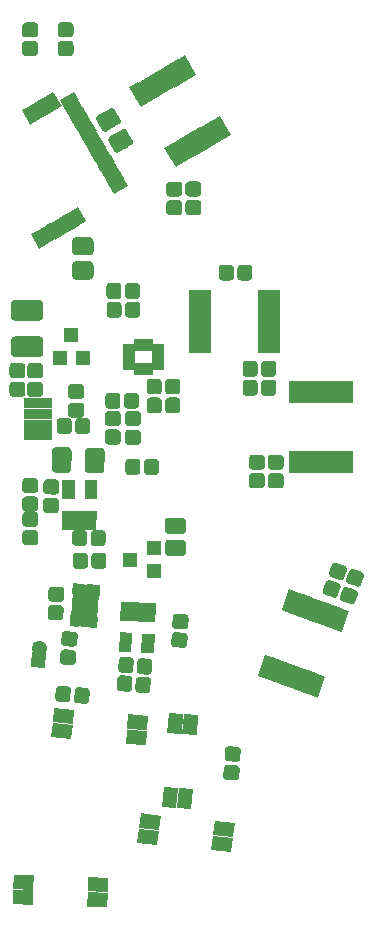
<source format=gbs>
G04 #@! TF.GenerationSoftware,KiCad,Pcbnew,(5.0.0)*
G04 #@! TF.CreationDate,2020-01-29T13:36:11+01:00*
G04 #@! TF.ProjectId,Insole_PCB,496E736F6C655F5043422E6B69636164,rev?*
G04 #@! TF.SameCoordinates,Original*
G04 #@! TF.FileFunction,Soldermask,Bot*
G04 #@! TF.FilePolarity,Negative*
%FSLAX46Y46*%
G04 Gerber Fmt 4.6, Leading zero omitted, Abs format (unit mm)*
G04 Created by KiCad (PCBNEW (5.0.0)) date 01/29/20 13:36:11*
%MOMM*%
%LPD*%
G01*
G04 APERTURE LIST*
%ADD10C,0.100000*%
%ADD11C,1.275000*%
%ADD12C,1.050000*%
%ADD13C,1.250000*%
%ADD14C,1.250000*%
%ADD15R,1.075000X0.650000*%
%ADD16R,0.650000X1.075000*%
%ADD17C,1.550000*%
%ADD18C,0.850000*%
%ADD19R,1.900000X0.850000*%
%ADD20R,0.850000X1.900000*%
%ADD21R,1.200000X1.300000*%
%ADD22C,0.810000*%
%ADD23C,2.200000*%
%ADD24C,0.900000*%
%ADD25C,0.800000*%
%ADD26C,1.200000*%
%ADD27C,1.725000*%
%ADD28R,1.300000X1.200000*%
%ADD29C,1.375000*%
%ADD30C,1.650000*%
%ADD31R,1.200000X0.900000*%
G04 APERTURE END LIST*
D10*
G04 #@! TO.C,R17*
G36*
X186546946Y-177447242D02*
X186577888Y-177451832D01*
X186608231Y-177459432D01*
X186637683Y-177469970D01*
X186665961Y-177483345D01*
X186692791Y-177499426D01*
X186717916Y-177518060D01*
X186741093Y-177539067D01*
X186762100Y-177562244D01*
X186780734Y-177587369D01*
X186796815Y-177614199D01*
X186810190Y-177642477D01*
X186820728Y-177671929D01*
X186828328Y-177702272D01*
X186832918Y-177733214D01*
X186834453Y-177764457D01*
X186834453Y-178401957D01*
X186832918Y-178433200D01*
X186828328Y-178464142D01*
X186820728Y-178494485D01*
X186810190Y-178523937D01*
X186796815Y-178552215D01*
X186780734Y-178579045D01*
X186762100Y-178604170D01*
X186741093Y-178627347D01*
X186717916Y-178648354D01*
X186692791Y-178666988D01*
X186665961Y-178683069D01*
X186637683Y-178696444D01*
X186608231Y-178706982D01*
X186577888Y-178714582D01*
X186546946Y-178719172D01*
X186515703Y-178720707D01*
X185803203Y-178720707D01*
X185771960Y-178719172D01*
X185741018Y-178714582D01*
X185710675Y-178706982D01*
X185681223Y-178696444D01*
X185652945Y-178683069D01*
X185626115Y-178666988D01*
X185600990Y-178648354D01*
X185577813Y-178627347D01*
X185556806Y-178604170D01*
X185538172Y-178579045D01*
X185522091Y-178552215D01*
X185508716Y-178523937D01*
X185498178Y-178494485D01*
X185490578Y-178464142D01*
X185485988Y-178433200D01*
X185484453Y-178401957D01*
X185484453Y-177764457D01*
X185485988Y-177733214D01*
X185490578Y-177702272D01*
X185498178Y-177671929D01*
X185508716Y-177642477D01*
X185522091Y-177614199D01*
X185538172Y-177587369D01*
X185556806Y-177562244D01*
X185577813Y-177539067D01*
X185600990Y-177518060D01*
X185626115Y-177499426D01*
X185652945Y-177483345D01*
X185681223Y-177469970D01*
X185710675Y-177459432D01*
X185741018Y-177451832D01*
X185771960Y-177447242D01*
X185803203Y-177445707D01*
X186515703Y-177445707D01*
X186546946Y-177447242D01*
X186546946Y-177447242D01*
G37*
D11*
X186159453Y-178083207D03*
D10*
G36*
X186546946Y-179022242D02*
X186577888Y-179026832D01*
X186608231Y-179034432D01*
X186637683Y-179044970D01*
X186665961Y-179058345D01*
X186692791Y-179074426D01*
X186717916Y-179093060D01*
X186741093Y-179114067D01*
X186762100Y-179137244D01*
X186780734Y-179162369D01*
X186796815Y-179189199D01*
X186810190Y-179217477D01*
X186820728Y-179246929D01*
X186828328Y-179277272D01*
X186832918Y-179308214D01*
X186834453Y-179339457D01*
X186834453Y-179976957D01*
X186832918Y-180008200D01*
X186828328Y-180039142D01*
X186820728Y-180069485D01*
X186810190Y-180098937D01*
X186796815Y-180127215D01*
X186780734Y-180154045D01*
X186762100Y-180179170D01*
X186741093Y-180202347D01*
X186717916Y-180223354D01*
X186692791Y-180241988D01*
X186665961Y-180258069D01*
X186637683Y-180271444D01*
X186608231Y-180281982D01*
X186577888Y-180289582D01*
X186546946Y-180294172D01*
X186515703Y-180295707D01*
X185803203Y-180295707D01*
X185771960Y-180294172D01*
X185741018Y-180289582D01*
X185710675Y-180281982D01*
X185681223Y-180271444D01*
X185652945Y-180258069D01*
X185626115Y-180241988D01*
X185600990Y-180223354D01*
X185577813Y-180202347D01*
X185556806Y-180179170D01*
X185538172Y-180154045D01*
X185522091Y-180127215D01*
X185508716Y-180098937D01*
X185498178Y-180069485D01*
X185490578Y-180039142D01*
X185485988Y-180008200D01*
X185484453Y-179976957D01*
X185484453Y-179339457D01*
X185485988Y-179308214D01*
X185490578Y-179277272D01*
X185498178Y-179246929D01*
X185508716Y-179217477D01*
X185522091Y-179189199D01*
X185538172Y-179162369D01*
X185556806Y-179137244D01*
X185577813Y-179114067D01*
X185600990Y-179093060D01*
X185626115Y-179074426D01*
X185652945Y-179058345D01*
X185681223Y-179044970D01*
X185710675Y-179034432D01*
X185741018Y-179026832D01*
X185771960Y-179022242D01*
X185803203Y-179020707D01*
X186515703Y-179020707D01*
X186546946Y-179022242D01*
X186546946Y-179022242D01*
G37*
D11*
X186159453Y-179658207D03*
G04 #@! TD*
D10*
G04 #@! TO.C,C3*
G36*
X192237315Y-181875117D02*
X192268526Y-181877196D01*
X192299384Y-181882326D01*
X192329590Y-181890455D01*
X192358853Y-181901505D01*
X192386893Y-181915371D01*
X192413439Y-181931918D01*
X192438234Y-181950988D01*
X192461042Y-181972396D01*
X192481641Y-181995936D01*
X192499833Y-182021382D01*
X192515444Y-182048489D01*
X192528323Y-182076996D01*
X192538345Y-182106627D01*
X192545415Y-182137099D01*
X192549464Y-182168116D01*
X192550453Y-182199381D01*
X192538018Y-182911773D01*
X192535939Y-182942984D01*
X192530809Y-182973842D01*
X192522680Y-183004048D01*
X192511630Y-183033311D01*
X192497764Y-183061351D01*
X192481217Y-183087897D01*
X192462147Y-183112692D01*
X192440739Y-183135500D01*
X192417199Y-183156099D01*
X192391753Y-183174291D01*
X192364646Y-183189902D01*
X192336139Y-183202781D01*
X192306508Y-183212803D01*
X192276036Y-183219873D01*
X192245019Y-183223922D01*
X192213754Y-183224911D01*
X191576351Y-183213785D01*
X191545140Y-183211706D01*
X191514282Y-183206576D01*
X191484076Y-183198447D01*
X191454813Y-183187397D01*
X191426773Y-183173531D01*
X191400227Y-183156984D01*
X191375432Y-183137914D01*
X191352624Y-183116506D01*
X191332025Y-183092966D01*
X191313833Y-183067520D01*
X191298222Y-183040413D01*
X191285343Y-183011906D01*
X191275321Y-182982275D01*
X191268251Y-182951803D01*
X191264202Y-182920786D01*
X191263213Y-182889521D01*
X191275648Y-182177129D01*
X191277727Y-182145918D01*
X191282857Y-182115060D01*
X191290986Y-182084854D01*
X191302036Y-182055591D01*
X191315902Y-182027551D01*
X191332449Y-182001005D01*
X191351519Y-181976210D01*
X191372927Y-181953402D01*
X191396467Y-181932803D01*
X191421913Y-181914611D01*
X191449020Y-181899000D01*
X191477527Y-181886121D01*
X191507158Y-181876099D01*
X191537630Y-181869029D01*
X191568647Y-181864980D01*
X191599912Y-181863991D01*
X192237315Y-181875117D01*
X192237315Y-181875117D01*
G37*
D11*
X191906833Y-182544451D03*
D10*
G36*
X190662555Y-181847629D02*
X190693766Y-181849708D01*
X190724624Y-181854838D01*
X190754830Y-181862967D01*
X190784093Y-181874017D01*
X190812133Y-181887883D01*
X190838679Y-181904430D01*
X190863474Y-181923500D01*
X190886282Y-181944908D01*
X190906881Y-181968448D01*
X190925073Y-181993894D01*
X190940684Y-182021001D01*
X190953563Y-182049508D01*
X190963585Y-182079139D01*
X190970655Y-182109611D01*
X190974704Y-182140628D01*
X190975693Y-182171893D01*
X190963258Y-182884285D01*
X190961179Y-182915496D01*
X190956049Y-182946354D01*
X190947920Y-182976560D01*
X190936870Y-183005823D01*
X190923004Y-183033863D01*
X190906457Y-183060409D01*
X190887387Y-183085204D01*
X190865979Y-183108012D01*
X190842439Y-183128611D01*
X190816993Y-183146803D01*
X190789886Y-183162414D01*
X190761379Y-183175293D01*
X190731748Y-183185315D01*
X190701276Y-183192385D01*
X190670259Y-183196434D01*
X190638994Y-183197423D01*
X190001591Y-183186297D01*
X189970380Y-183184218D01*
X189939522Y-183179088D01*
X189909316Y-183170959D01*
X189880053Y-183159909D01*
X189852013Y-183146043D01*
X189825467Y-183129496D01*
X189800672Y-183110426D01*
X189777864Y-183089018D01*
X189757265Y-183065478D01*
X189739073Y-183040032D01*
X189723462Y-183012925D01*
X189710583Y-182984418D01*
X189700561Y-182954787D01*
X189693491Y-182924315D01*
X189689442Y-182893298D01*
X189688453Y-182862033D01*
X189700888Y-182149641D01*
X189702967Y-182118430D01*
X189708097Y-182087572D01*
X189716226Y-182057366D01*
X189727276Y-182028103D01*
X189741142Y-182000063D01*
X189757689Y-181973517D01*
X189776759Y-181948722D01*
X189798167Y-181925914D01*
X189821707Y-181905315D01*
X189847153Y-181887123D01*
X189874260Y-181871512D01*
X189902767Y-181858633D01*
X189932398Y-181848611D01*
X189962870Y-181841541D01*
X189993887Y-181837492D01*
X190025152Y-181836503D01*
X190662555Y-181847629D01*
X190662555Y-181847629D01*
G37*
D11*
X190332073Y-182516963D03*
G04 #@! TD*
D12*
G04 #@! TO.C,U3*
X191302171Y-178447486D03*
D10*
G36*
X191812955Y-179266525D02*
X190763115Y-179248200D01*
X190791387Y-177628447D01*
X191841227Y-177646772D01*
X191812955Y-179266525D01*
X191812955Y-179266525D01*
G37*
D12*
X189402460Y-178414327D03*
D10*
G36*
X189913244Y-179233366D02*
X188863404Y-179215041D01*
X188891676Y-177595288D01*
X189941516Y-177613613D01*
X189913244Y-179233366D01*
X189913244Y-179233366D01*
G37*
D12*
X189356735Y-181033928D03*
D10*
G36*
X189867519Y-181852967D02*
X188817679Y-181834642D01*
X188845951Y-180214889D01*
X189895791Y-180233214D01*
X189867519Y-181852967D01*
X189867519Y-181852967D01*
G37*
D12*
X190306590Y-181050507D03*
D10*
G36*
X190817374Y-181869546D02*
X189767534Y-181851221D01*
X189795806Y-180231468D01*
X190845646Y-180249793D01*
X190817374Y-181869546D01*
X190817374Y-181869546D01*
G37*
D12*
X191256446Y-181067087D03*
D10*
G36*
X191767230Y-181886126D02*
X190717390Y-181867801D01*
X190745662Y-180248048D01*
X191795502Y-180266373D01*
X191767230Y-181886126D01*
X191767230Y-181886126D01*
G37*
G04 #@! TD*
D13*
G04 #@! TO.C,J2*
X186929209Y-191863143D03*
D14*
X186929209Y-191863143D02*
X186929209Y-191863143D01*
D13*
X186859453Y-192860707D03*
D10*
G36*
X187526528Y-192280827D02*
X187439333Y-193527782D01*
X186192378Y-193440587D01*
X186279573Y-192193632D01*
X187526528Y-192280827D01*
X187526528Y-192280827D01*
G37*
G04 #@! TD*
D15*
G04 #@! TO.C,U2*
X194486953Y-166460707D03*
X194486953Y-166960707D03*
X194486953Y-167460707D03*
X194486953Y-167960707D03*
X197011953Y-167960707D03*
X197011953Y-167460707D03*
X197011953Y-166960707D03*
X197011953Y-166460707D03*
D16*
X195249453Y-168223207D03*
X195749453Y-168223207D03*
X196249453Y-168223207D03*
X195249453Y-166198207D03*
X196249453Y-166198207D03*
X195749453Y-166198207D03*
G04 #@! TD*
D10*
G04 #@! TO.C,C1*
G36*
X189053608Y-191975491D02*
X189764372Y-192025192D01*
X189795431Y-192028903D01*
X189825978Y-192035640D01*
X189855717Y-192045339D01*
X189884362Y-192057906D01*
X189911638Y-192073220D01*
X189937281Y-192091134D01*
X189961045Y-192111475D01*
X189982701Y-192134047D01*
X190002039Y-192158633D01*
X190018875Y-192184997D01*
X190033046Y-192212884D01*
X190044415Y-192242025D01*
X190052873Y-192272140D01*
X190058339Y-192302940D01*
X190060759Y-192334127D01*
X190060111Y-192365401D01*
X190015641Y-193001348D01*
X190011930Y-193032408D01*
X190005193Y-193062954D01*
X189995494Y-193092693D01*
X189982927Y-193121339D01*
X189967613Y-193148614D01*
X189949699Y-193174257D01*
X189929358Y-193198021D01*
X189906786Y-193219677D01*
X189882199Y-193239016D01*
X189855836Y-193255851D01*
X189827949Y-193270022D01*
X189798808Y-193281391D01*
X189768692Y-193289849D01*
X189737893Y-193295315D01*
X189706706Y-193297735D01*
X189675432Y-193297087D01*
X188964668Y-193247386D01*
X188933609Y-193243675D01*
X188903062Y-193236938D01*
X188873323Y-193227239D01*
X188844678Y-193214672D01*
X188817402Y-193199358D01*
X188791759Y-193181444D01*
X188767995Y-193161103D01*
X188746339Y-193138531D01*
X188727001Y-193113945D01*
X188710165Y-193087581D01*
X188695994Y-193059694D01*
X188684625Y-193030553D01*
X188676167Y-193000438D01*
X188670701Y-192969638D01*
X188668281Y-192938451D01*
X188668929Y-192907177D01*
X188713399Y-192271230D01*
X188717110Y-192240170D01*
X188723847Y-192209624D01*
X188733546Y-192179885D01*
X188746113Y-192151239D01*
X188761427Y-192123964D01*
X188779341Y-192098321D01*
X188799682Y-192074557D01*
X188822254Y-192052901D01*
X188846841Y-192033562D01*
X188873204Y-192016727D01*
X188901091Y-192002556D01*
X188930232Y-191991187D01*
X188960348Y-191982729D01*
X188991147Y-191977263D01*
X189022334Y-191974843D01*
X189053608Y-191975491D01*
X189053608Y-191975491D01*
G37*
D11*
X189364520Y-192636289D03*
D10*
G36*
X189163474Y-190404327D02*
X189874238Y-190454028D01*
X189905297Y-190457739D01*
X189935844Y-190464476D01*
X189965583Y-190474175D01*
X189994228Y-190486742D01*
X190021504Y-190502056D01*
X190047147Y-190519970D01*
X190070911Y-190540311D01*
X190092567Y-190562883D01*
X190111905Y-190587469D01*
X190128741Y-190613833D01*
X190142912Y-190641720D01*
X190154281Y-190670861D01*
X190162739Y-190700976D01*
X190168205Y-190731776D01*
X190170625Y-190762963D01*
X190169977Y-190794237D01*
X190125507Y-191430184D01*
X190121796Y-191461244D01*
X190115059Y-191491790D01*
X190105360Y-191521529D01*
X190092793Y-191550175D01*
X190077479Y-191577450D01*
X190059565Y-191603093D01*
X190039224Y-191626857D01*
X190016652Y-191648513D01*
X189992065Y-191667852D01*
X189965702Y-191684687D01*
X189937815Y-191698858D01*
X189908674Y-191710227D01*
X189878558Y-191718685D01*
X189847759Y-191724151D01*
X189816572Y-191726571D01*
X189785298Y-191725923D01*
X189074534Y-191676222D01*
X189043475Y-191672511D01*
X189012928Y-191665774D01*
X188983189Y-191656075D01*
X188954544Y-191643508D01*
X188927268Y-191628194D01*
X188901625Y-191610280D01*
X188877861Y-191589939D01*
X188856205Y-191567367D01*
X188836867Y-191542781D01*
X188820031Y-191516417D01*
X188805860Y-191488530D01*
X188794491Y-191459389D01*
X188786033Y-191429274D01*
X188780567Y-191398474D01*
X188778147Y-191367287D01*
X188778795Y-191336013D01*
X188823265Y-190700066D01*
X188826976Y-190669006D01*
X188833713Y-190638460D01*
X188843412Y-190608721D01*
X188855979Y-190580075D01*
X188871293Y-190552800D01*
X188889207Y-190527157D01*
X188909548Y-190503393D01*
X188932120Y-190481737D01*
X188956707Y-190462398D01*
X188983070Y-190445563D01*
X189010957Y-190431392D01*
X189040098Y-190420023D01*
X189070214Y-190411565D01*
X189101013Y-190406099D01*
X189132200Y-190403679D01*
X189163474Y-190404327D01*
X189163474Y-190404327D01*
G37*
D11*
X189474386Y-191065125D03*
G04 #@! TD*
D10*
G04 #@! TO.C,C2*
G36*
X212921741Y-186661067D02*
X212952854Y-186664303D01*
X212983500Y-186670572D01*
X213013384Y-186679816D01*
X213682915Y-186923506D01*
X213711749Y-186935634D01*
X213739255Y-186950530D01*
X213765169Y-186968050D01*
X213789241Y-186988026D01*
X213811238Y-187010265D01*
X213830950Y-187034553D01*
X213848187Y-187060657D01*
X213862782Y-187088324D01*
X213874594Y-187117288D01*
X213883511Y-187147271D01*
X213889446Y-187177983D01*
X213892343Y-187209130D01*
X213892172Y-187240410D01*
X213888936Y-187271523D01*
X213882666Y-187302168D01*
X213873423Y-187332052D01*
X213655386Y-187931106D01*
X213643258Y-187959939D01*
X213628362Y-187987446D01*
X213610842Y-188013359D01*
X213590866Y-188037431D01*
X213568627Y-188059429D01*
X213544339Y-188079141D01*
X213518236Y-188096377D01*
X213490569Y-188110972D01*
X213461605Y-188122785D01*
X213431622Y-188131702D01*
X213400909Y-188137637D01*
X213369763Y-188140534D01*
X213338483Y-188140363D01*
X213307370Y-188137127D01*
X213276724Y-188130858D01*
X213246840Y-188121614D01*
X212577309Y-187877924D01*
X212548475Y-187865796D01*
X212520969Y-187850900D01*
X212495055Y-187833380D01*
X212470983Y-187813404D01*
X212448986Y-187791165D01*
X212429274Y-187766877D01*
X212412037Y-187740773D01*
X212397442Y-187713106D01*
X212385630Y-187684142D01*
X212376713Y-187654159D01*
X212370778Y-187623447D01*
X212367881Y-187592300D01*
X212368052Y-187561020D01*
X212371288Y-187529907D01*
X212377558Y-187499262D01*
X212386801Y-187469378D01*
X212604838Y-186870324D01*
X212616966Y-186841491D01*
X212631862Y-186813984D01*
X212649382Y-186788071D01*
X212669358Y-186763999D01*
X212691597Y-186742001D01*
X212715885Y-186722289D01*
X212741988Y-186705053D01*
X212769655Y-186690458D01*
X212798619Y-186678645D01*
X212828602Y-186669728D01*
X212859315Y-186663793D01*
X212890461Y-186660896D01*
X212921741Y-186661067D01*
X212921741Y-186661067D01*
G37*
D11*
X213130112Y-187400715D03*
D10*
G36*
X213460423Y-185181051D02*
X213491536Y-185184287D01*
X213522182Y-185190556D01*
X213552066Y-185199800D01*
X214221597Y-185443490D01*
X214250431Y-185455618D01*
X214277937Y-185470514D01*
X214303851Y-185488034D01*
X214327923Y-185508010D01*
X214349920Y-185530249D01*
X214369632Y-185554537D01*
X214386869Y-185580641D01*
X214401464Y-185608308D01*
X214413276Y-185637272D01*
X214422193Y-185667255D01*
X214428128Y-185697967D01*
X214431025Y-185729114D01*
X214430854Y-185760394D01*
X214427618Y-185791507D01*
X214421348Y-185822152D01*
X214412105Y-185852036D01*
X214194068Y-186451090D01*
X214181940Y-186479923D01*
X214167044Y-186507430D01*
X214149524Y-186533343D01*
X214129548Y-186557415D01*
X214107309Y-186579413D01*
X214083021Y-186599125D01*
X214056918Y-186616361D01*
X214029251Y-186630956D01*
X214000287Y-186642769D01*
X213970304Y-186651686D01*
X213939591Y-186657621D01*
X213908445Y-186660518D01*
X213877165Y-186660347D01*
X213846052Y-186657111D01*
X213815406Y-186650842D01*
X213785522Y-186641598D01*
X213115991Y-186397908D01*
X213087157Y-186385780D01*
X213059651Y-186370884D01*
X213033737Y-186353364D01*
X213009665Y-186333388D01*
X212987668Y-186311149D01*
X212967956Y-186286861D01*
X212950719Y-186260757D01*
X212936124Y-186233090D01*
X212924312Y-186204126D01*
X212915395Y-186174143D01*
X212909460Y-186143431D01*
X212906563Y-186112284D01*
X212906734Y-186081004D01*
X212909970Y-186049891D01*
X212916240Y-186019246D01*
X212925483Y-185989362D01*
X213143520Y-185390308D01*
X213155648Y-185361475D01*
X213170544Y-185333968D01*
X213188064Y-185308055D01*
X213208040Y-185283983D01*
X213230279Y-185261985D01*
X213254567Y-185242273D01*
X213280670Y-185225037D01*
X213308337Y-185210442D01*
X213337301Y-185198629D01*
X213367284Y-185189712D01*
X213397997Y-185183777D01*
X213429143Y-185180880D01*
X213460423Y-185181051D01*
X213460423Y-185181051D01*
G37*
D11*
X213668794Y-185920699D03*
G04 #@! TD*
D10*
G04 #@! TO.C,C4*
G36*
X188291031Y-179154902D02*
X188322242Y-179156981D01*
X188353100Y-179162111D01*
X188383306Y-179170240D01*
X188412569Y-179181290D01*
X188440609Y-179195156D01*
X188467155Y-179211703D01*
X188491950Y-179230773D01*
X188514758Y-179252181D01*
X188535357Y-179275721D01*
X188553549Y-179301167D01*
X188569160Y-179328274D01*
X188582039Y-179356781D01*
X188592061Y-179386412D01*
X188599131Y-179416884D01*
X188603180Y-179447901D01*
X188604169Y-179479166D01*
X188593043Y-180116569D01*
X188590964Y-180147780D01*
X188585834Y-180178638D01*
X188577705Y-180208844D01*
X188566655Y-180238107D01*
X188552789Y-180266147D01*
X188536242Y-180292693D01*
X188517172Y-180317488D01*
X188495764Y-180340296D01*
X188472224Y-180360895D01*
X188446778Y-180379087D01*
X188419671Y-180394698D01*
X188391164Y-180407577D01*
X188361533Y-180417599D01*
X188331061Y-180424669D01*
X188300044Y-180428718D01*
X188268779Y-180429707D01*
X187556387Y-180417272D01*
X187525176Y-180415193D01*
X187494318Y-180410063D01*
X187464112Y-180401934D01*
X187434849Y-180390884D01*
X187406809Y-180377018D01*
X187380263Y-180360471D01*
X187355468Y-180341401D01*
X187332660Y-180319993D01*
X187312061Y-180296453D01*
X187293869Y-180271007D01*
X187278258Y-180243900D01*
X187265379Y-180215393D01*
X187255357Y-180185762D01*
X187248287Y-180155290D01*
X187244238Y-180124273D01*
X187243249Y-180093008D01*
X187254375Y-179455605D01*
X187256454Y-179424394D01*
X187261584Y-179393536D01*
X187269713Y-179363330D01*
X187280763Y-179334067D01*
X187294629Y-179306027D01*
X187311176Y-179279481D01*
X187330246Y-179254686D01*
X187351654Y-179231878D01*
X187375194Y-179211279D01*
X187400640Y-179193087D01*
X187427747Y-179177476D01*
X187456254Y-179164597D01*
X187485885Y-179154575D01*
X187516357Y-179147505D01*
X187547374Y-179143456D01*
X187578639Y-179142467D01*
X188291031Y-179154902D01*
X188291031Y-179154902D01*
G37*
D11*
X187923709Y-179786087D03*
D10*
G36*
X188318519Y-177580142D02*
X188349730Y-177582221D01*
X188380588Y-177587351D01*
X188410794Y-177595480D01*
X188440057Y-177606530D01*
X188468097Y-177620396D01*
X188494643Y-177636943D01*
X188519438Y-177656013D01*
X188542246Y-177677421D01*
X188562845Y-177700961D01*
X188581037Y-177726407D01*
X188596648Y-177753514D01*
X188609527Y-177782021D01*
X188619549Y-177811652D01*
X188626619Y-177842124D01*
X188630668Y-177873141D01*
X188631657Y-177904406D01*
X188620531Y-178541809D01*
X188618452Y-178573020D01*
X188613322Y-178603878D01*
X188605193Y-178634084D01*
X188594143Y-178663347D01*
X188580277Y-178691387D01*
X188563730Y-178717933D01*
X188544660Y-178742728D01*
X188523252Y-178765536D01*
X188499712Y-178786135D01*
X188474266Y-178804327D01*
X188447159Y-178819938D01*
X188418652Y-178832817D01*
X188389021Y-178842839D01*
X188358549Y-178849909D01*
X188327532Y-178853958D01*
X188296267Y-178854947D01*
X187583875Y-178842512D01*
X187552664Y-178840433D01*
X187521806Y-178835303D01*
X187491600Y-178827174D01*
X187462337Y-178816124D01*
X187434297Y-178802258D01*
X187407751Y-178785711D01*
X187382956Y-178766641D01*
X187360148Y-178745233D01*
X187339549Y-178721693D01*
X187321357Y-178696247D01*
X187305746Y-178669140D01*
X187292867Y-178640633D01*
X187282845Y-178611002D01*
X187275775Y-178580530D01*
X187271726Y-178549513D01*
X187270737Y-178518248D01*
X187281863Y-177880845D01*
X187283942Y-177849634D01*
X187289072Y-177818776D01*
X187297201Y-177788570D01*
X187308251Y-177759307D01*
X187322117Y-177731267D01*
X187338664Y-177704721D01*
X187357734Y-177679926D01*
X187379142Y-177657118D01*
X187402682Y-177636519D01*
X187428128Y-177618327D01*
X187455235Y-177602716D01*
X187483742Y-177589837D01*
X187513373Y-177579815D01*
X187543845Y-177572745D01*
X187574862Y-177568696D01*
X187606127Y-177567707D01*
X188318519Y-177580142D01*
X188318519Y-177580142D01*
G37*
D11*
X187951197Y-178211327D03*
G04 #@! TD*
D10*
G04 #@! TO.C,C5*
G36*
X211471741Y-186111067D02*
X211502854Y-186114303D01*
X211533500Y-186120572D01*
X211563384Y-186129816D01*
X212232915Y-186373506D01*
X212261749Y-186385634D01*
X212289255Y-186400530D01*
X212315169Y-186418050D01*
X212339241Y-186438026D01*
X212361238Y-186460265D01*
X212380950Y-186484553D01*
X212398187Y-186510657D01*
X212412782Y-186538324D01*
X212424594Y-186567288D01*
X212433511Y-186597271D01*
X212439446Y-186627983D01*
X212442343Y-186659130D01*
X212442172Y-186690410D01*
X212438936Y-186721523D01*
X212432666Y-186752168D01*
X212423423Y-186782052D01*
X212205386Y-187381106D01*
X212193258Y-187409939D01*
X212178362Y-187437446D01*
X212160842Y-187463359D01*
X212140866Y-187487431D01*
X212118627Y-187509429D01*
X212094339Y-187529141D01*
X212068236Y-187546377D01*
X212040569Y-187560972D01*
X212011605Y-187572785D01*
X211981622Y-187581702D01*
X211950909Y-187587637D01*
X211919763Y-187590534D01*
X211888483Y-187590363D01*
X211857370Y-187587127D01*
X211826724Y-187580858D01*
X211796840Y-187571614D01*
X211127309Y-187327924D01*
X211098475Y-187315796D01*
X211070969Y-187300900D01*
X211045055Y-187283380D01*
X211020983Y-187263404D01*
X210998986Y-187241165D01*
X210979274Y-187216877D01*
X210962037Y-187190773D01*
X210947442Y-187163106D01*
X210935630Y-187134142D01*
X210926713Y-187104159D01*
X210920778Y-187073447D01*
X210917881Y-187042300D01*
X210918052Y-187011020D01*
X210921288Y-186979907D01*
X210927558Y-186949262D01*
X210936801Y-186919378D01*
X211154838Y-186320324D01*
X211166966Y-186291491D01*
X211181862Y-186263984D01*
X211199382Y-186238071D01*
X211219358Y-186213999D01*
X211241597Y-186192001D01*
X211265885Y-186172289D01*
X211291988Y-186155053D01*
X211319655Y-186140458D01*
X211348619Y-186128645D01*
X211378602Y-186119728D01*
X211409315Y-186113793D01*
X211440461Y-186110896D01*
X211471741Y-186111067D01*
X211471741Y-186111067D01*
G37*
D11*
X211680112Y-186850715D03*
D10*
G36*
X212010423Y-184631051D02*
X212041536Y-184634287D01*
X212072182Y-184640556D01*
X212102066Y-184649800D01*
X212771597Y-184893490D01*
X212800431Y-184905618D01*
X212827937Y-184920514D01*
X212853851Y-184938034D01*
X212877923Y-184958010D01*
X212899920Y-184980249D01*
X212919632Y-185004537D01*
X212936869Y-185030641D01*
X212951464Y-185058308D01*
X212963276Y-185087272D01*
X212972193Y-185117255D01*
X212978128Y-185147967D01*
X212981025Y-185179114D01*
X212980854Y-185210394D01*
X212977618Y-185241507D01*
X212971348Y-185272152D01*
X212962105Y-185302036D01*
X212744068Y-185901090D01*
X212731940Y-185929923D01*
X212717044Y-185957430D01*
X212699524Y-185983343D01*
X212679548Y-186007415D01*
X212657309Y-186029413D01*
X212633021Y-186049125D01*
X212606918Y-186066361D01*
X212579251Y-186080956D01*
X212550287Y-186092769D01*
X212520304Y-186101686D01*
X212489591Y-186107621D01*
X212458445Y-186110518D01*
X212427165Y-186110347D01*
X212396052Y-186107111D01*
X212365406Y-186100842D01*
X212335522Y-186091598D01*
X211665991Y-185847908D01*
X211637157Y-185835780D01*
X211609651Y-185820884D01*
X211583737Y-185803364D01*
X211559665Y-185783388D01*
X211537668Y-185761149D01*
X211517956Y-185736861D01*
X211500719Y-185710757D01*
X211486124Y-185683090D01*
X211474312Y-185654126D01*
X211465395Y-185624143D01*
X211459460Y-185593431D01*
X211456563Y-185562284D01*
X211456734Y-185531004D01*
X211459970Y-185499891D01*
X211466240Y-185469246D01*
X211475483Y-185439362D01*
X211693520Y-184840308D01*
X211705648Y-184811475D01*
X211720544Y-184783968D01*
X211738064Y-184758055D01*
X211758040Y-184733983D01*
X211780279Y-184711985D01*
X211804567Y-184692273D01*
X211830670Y-184675037D01*
X211858337Y-184660442D01*
X211887301Y-184648629D01*
X211917284Y-184639712D01*
X211947997Y-184633777D01*
X211979143Y-184630880D01*
X212010423Y-184631051D01*
X212010423Y-184631051D01*
G37*
D11*
X212218794Y-185370699D03*
G04 #@! TD*
D10*
G04 #@! TO.C,C6*
G36*
X205736946Y-175474742D02*
X205767888Y-175479332D01*
X205798231Y-175486932D01*
X205827683Y-175497470D01*
X205855961Y-175510845D01*
X205882791Y-175526926D01*
X205907916Y-175545560D01*
X205931093Y-175566567D01*
X205952100Y-175589744D01*
X205970734Y-175614869D01*
X205986815Y-175641699D01*
X206000190Y-175669977D01*
X206010728Y-175699429D01*
X206018328Y-175729772D01*
X206022918Y-175760714D01*
X206024453Y-175791957D01*
X206024453Y-176429457D01*
X206022918Y-176460700D01*
X206018328Y-176491642D01*
X206010728Y-176521985D01*
X206000190Y-176551437D01*
X205986815Y-176579715D01*
X205970734Y-176606545D01*
X205952100Y-176631670D01*
X205931093Y-176654847D01*
X205907916Y-176675854D01*
X205882791Y-176694488D01*
X205855961Y-176710569D01*
X205827683Y-176723944D01*
X205798231Y-176734482D01*
X205767888Y-176742082D01*
X205736946Y-176746672D01*
X205705703Y-176748207D01*
X204993203Y-176748207D01*
X204961960Y-176746672D01*
X204931018Y-176742082D01*
X204900675Y-176734482D01*
X204871223Y-176723944D01*
X204842945Y-176710569D01*
X204816115Y-176694488D01*
X204790990Y-176675854D01*
X204767813Y-176654847D01*
X204746806Y-176631670D01*
X204728172Y-176606545D01*
X204712091Y-176579715D01*
X204698716Y-176551437D01*
X204688178Y-176521985D01*
X204680578Y-176491642D01*
X204675988Y-176460700D01*
X204674453Y-176429457D01*
X204674453Y-175791957D01*
X204675988Y-175760714D01*
X204680578Y-175729772D01*
X204688178Y-175699429D01*
X204698716Y-175669977D01*
X204712091Y-175641699D01*
X204728172Y-175614869D01*
X204746806Y-175589744D01*
X204767813Y-175566567D01*
X204790990Y-175545560D01*
X204816115Y-175526926D01*
X204842945Y-175510845D01*
X204871223Y-175497470D01*
X204900675Y-175486932D01*
X204931018Y-175479332D01*
X204961960Y-175474742D01*
X204993203Y-175473207D01*
X205705703Y-175473207D01*
X205736946Y-175474742D01*
X205736946Y-175474742D01*
G37*
D11*
X205349453Y-176110707D03*
D10*
G36*
X205736946Y-177049742D02*
X205767888Y-177054332D01*
X205798231Y-177061932D01*
X205827683Y-177072470D01*
X205855961Y-177085845D01*
X205882791Y-177101926D01*
X205907916Y-177120560D01*
X205931093Y-177141567D01*
X205952100Y-177164744D01*
X205970734Y-177189869D01*
X205986815Y-177216699D01*
X206000190Y-177244977D01*
X206010728Y-177274429D01*
X206018328Y-177304772D01*
X206022918Y-177335714D01*
X206024453Y-177366957D01*
X206024453Y-178004457D01*
X206022918Y-178035700D01*
X206018328Y-178066642D01*
X206010728Y-178096985D01*
X206000190Y-178126437D01*
X205986815Y-178154715D01*
X205970734Y-178181545D01*
X205952100Y-178206670D01*
X205931093Y-178229847D01*
X205907916Y-178250854D01*
X205882791Y-178269488D01*
X205855961Y-178285569D01*
X205827683Y-178298944D01*
X205798231Y-178309482D01*
X205767888Y-178317082D01*
X205736946Y-178321672D01*
X205705703Y-178323207D01*
X204993203Y-178323207D01*
X204961960Y-178321672D01*
X204931018Y-178317082D01*
X204900675Y-178309482D01*
X204871223Y-178298944D01*
X204842945Y-178285569D01*
X204816115Y-178269488D01*
X204790990Y-178250854D01*
X204767813Y-178229847D01*
X204746806Y-178206670D01*
X204728172Y-178181545D01*
X204712091Y-178154715D01*
X204698716Y-178126437D01*
X204688178Y-178096985D01*
X204680578Y-178066642D01*
X204675988Y-178035700D01*
X204674453Y-178004457D01*
X204674453Y-177366957D01*
X204675988Y-177335714D01*
X204680578Y-177304772D01*
X204688178Y-177274429D01*
X204698716Y-177244977D01*
X204712091Y-177216699D01*
X204728172Y-177189869D01*
X204746806Y-177164744D01*
X204767813Y-177141567D01*
X204790990Y-177120560D01*
X204816115Y-177101926D01*
X204842945Y-177085845D01*
X204871223Y-177072470D01*
X204900675Y-177061932D01*
X204931018Y-177054332D01*
X204961960Y-177049742D01*
X204993203Y-177048207D01*
X205705703Y-177048207D01*
X205736946Y-177049742D01*
X205736946Y-177049742D01*
G37*
D11*
X205349453Y-177685707D03*
G04 #@! TD*
D10*
G04 #@! TO.C,C7*
G36*
X207336946Y-175487242D02*
X207367888Y-175491832D01*
X207398231Y-175499432D01*
X207427683Y-175509970D01*
X207455961Y-175523345D01*
X207482791Y-175539426D01*
X207507916Y-175558060D01*
X207531093Y-175579067D01*
X207552100Y-175602244D01*
X207570734Y-175627369D01*
X207586815Y-175654199D01*
X207600190Y-175682477D01*
X207610728Y-175711929D01*
X207618328Y-175742272D01*
X207622918Y-175773214D01*
X207624453Y-175804457D01*
X207624453Y-176441957D01*
X207622918Y-176473200D01*
X207618328Y-176504142D01*
X207610728Y-176534485D01*
X207600190Y-176563937D01*
X207586815Y-176592215D01*
X207570734Y-176619045D01*
X207552100Y-176644170D01*
X207531093Y-176667347D01*
X207507916Y-176688354D01*
X207482791Y-176706988D01*
X207455961Y-176723069D01*
X207427683Y-176736444D01*
X207398231Y-176746982D01*
X207367888Y-176754582D01*
X207336946Y-176759172D01*
X207305703Y-176760707D01*
X206593203Y-176760707D01*
X206561960Y-176759172D01*
X206531018Y-176754582D01*
X206500675Y-176746982D01*
X206471223Y-176736444D01*
X206442945Y-176723069D01*
X206416115Y-176706988D01*
X206390990Y-176688354D01*
X206367813Y-176667347D01*
X206346806Y-176644170D01*
X206328172Y-176619045D01*
X206312091Y-176592215D01*
X206298716Y-176563937D01*
X206288178Y-176534485D01*
X206280578Y-176504142D01*
X206275988Y-176473200D01*
X206274453Y-176441957D01*
X206274453Y-175804457D01*
X206275988Y-175773214D01*
X206280578Y-175742272D01*
X206288178Y-175711929D01*
X206298716Y-175682477D01*
X206312091Y-175654199D01*
X206328172Y-175627369D01*
X206346806Y-175602244D01*
X206367813Y-175579067D01*
X206390990Y-175558060D01*
X206416115Y-175539426D01*
X206442945Y-175523345D01*
X206471223Y-175509970D01*
X206500675Y-175499432D01*
X206531018Y-175491832D01*
X206561960Y-175487242D01*
X206593203Y-175485707D01*
X207305703Y-175485707D01*
X207336946Y-175487242D01*
X207336946Y-175487242D01*
G37*
D11*
X206949453Y-176123207D03*
D10*
G36*
X207336946Y-177062242D02*
X207367888Y-177066832D01*
X207398231Y-177074432D01*
X207427683Y-177084970D01*
X207455961Y-177098345D01*
X207482791Y-177114426D01*
X207507916Y-177133060D01*
X207531093Y-177154067D01*
X207552100Y-177177244D01*
X207570734Y-177202369D01*
X207586815Y-177229199D01*
X207600190Y-177257477D01*
X207610728Y-177286929D01*
X207618328Y-177317272D01*
X207622918Y-177348214D01*
X207624453Y-177379457D01*
X207624453Y-178016957D01*
X207622918Y-178048200D01*
X207618328Y-178079142D01*
X207610728Y-178109485D01*
X207600190Y-178138937D01*
X207586815Y-178167215D01*
X207570734Y-178194045D01*
X207552100Y-178219170D01*
X207531093Y-178242347D01*
X207507916Y-178263354D01*
X207482791Y-178281988D01*
X207455961Y-178298069D01*
X207427683Y-178311444D01*
X207398231Y-178321982D01*
X207367888Y-178329582D01*
X207336946Y-178334172D01*
X207305703Y-178335707D01*
X206593203Y-178335707D01*
X206561960Y-178334172D01*
X206531018Y-178329582D01*
X206500675Y-178321982D01*
X206471223Y-178311444D01*
X206442945Y-178298069D01*
X206416115Y-178281988D01*
X206390990Y-178263354D01*
X206367813Y-178242347D01*
X206346806Y-178219170D01*
X206328172Y-178194045D01*
X206312091Y-178167215D01*
X206298716Y-178138937D01*
X206288178Y-178109485D01*
X206280578Y-178079142D01*
X206275988Y-178048200D01*
X206274453Y-178016957D01*
X206274453Y-177379457D01*
X206275988Y-177348214D01*
X206280578Y-177317272D01*
X206288178Y-177286929D01*
X206298716Y-177257477D01*
X206312091Y-177229199D01*
X206328172Y-177202369D01*
X206346806Y-177177244D01*
X206367813Y-177154067D01*
X206390990Y-177133060D01*
X206416115Y-177114426D01*
X206442945Y-177098345D01*
X206471223Y-177084970D01*
X206500675Y-177074432D01*
X206531018Y-177066832D01*
X206561960Y-177062242D01*
X206593203Y-177060707D01*
X207305703Y-177060707D01*
X207336946Y-177062242D01*
X207336946Y-177062242D01*
G37*
D11*
X206949453Y-177698207D03*
G04 #@! TD*
D10*
G04 #@! TO.C,C8*
G36*
X206699446Y-169137242D02*
X206730388Y-169141832D01*
X206760731Y-169149432D01*
X206790183Y-169159970D01*
X206818461Y-169173345D01*
X206845291Y-169189426D01*
X206870416Y-169208060D01*
X206893593Y-169229067D01*
X206914600Y-169252244D01*
X206933234Y-169277369D01*
X206949315Y-169304199D01*
X206962690Y-169332477D01*
X206973228Y-169361929D01*
X206980828Y-169392272D01*
X206985418Y-169423214D01*
X206986953Y-169454457D01*
X206986953Y-170166957D01*
X206985418Y-170198200D01*
X206980828Y-170229142D01*
X206973228Y-170259485D01*
X206962690Y-170288937D01*
X206949315Y-170317215D01*
X206933234Y-170344045D01*
X206914600Y-170369170D01*
X206893593Y-170392347D01*
X206870416Y-170413354D01*
X206845291Y-170431988D01*
X206818461Y-170448069D01*
X206790183Y-170461444D01*
X206760731Y-170471982D01*
X206730388Y-170479582D01*
X206699446Y-170484172D01*
X206668203Y-170485707D01*
X206030703Y-170485707D01*
X205999460Y-170484172D01*
X205968518Y-170479582D01*
X205938175Y-170471982D01*
X205908723Y-170461444D01*
X205880445Y-170448069D01*
X205853615Y-170431988D01*
X205828490Y-170413354D01*
X205805313Y-170392347D01*
X205784306Y-170369170D01*
X205765672Y-170344045D01*
X205749591Y-170317215D01*
X205736216Y-170288937D01*
X205725678Y-170259485D01*
X205718078Y-170229142D01*
X205713488Y-170198200D01*
X205711953Y-170166957D01*
X205711953Y-169454457D01*
X205713488Y-169423214D01*
X205718078Y-169392272D01*
X205725678Y-169361929D01*
X205736216Y-169332477D01*
X205749591Y-169304199D01*
X205765672Y-169277369D01*
X205784306Y-169252244D01*
X205805313Y-169229067D01*
X205828490Y-169208060D01*
X205853615Y-169189426D01*
X205880445Y-169173345D01*
X205908723Y-169159970D01*
X205938175Y-169149432D01*
X205968518Y-169141832D01*
X205999460Y-169137242D01*
X206030703Y-169135707D01*
X206668203Y-169135707D01*
X206699446Y-169137242D01*
X206699446Y-169137242D01*
G37*
D11*
X206349453Y-169810707D03*
D10*
G36*
X205124446Y-169137242D02*
X205155388Y-169141832D01*
X205185731Y-169149432D01*
X205215183Y-169159970D01*
X205243461Y-169173345D01*
X205270291Y-169189426D01*
X205295416Y-169208060D01*
X205318593Y-169229067D01*
X205339600Y-169252244D01*
X205358234Y-169277369D01*
X205374315Y-169304199D01*
X205387690Y-169332477D01*
X205398228Y-169361929D01*
X205405828Y-169392272D01*
X205410418Y-169423214D01*
X205411953Y-169454457D01*
X205411953Y-170166957D01*
X205410418Y-170198200D01*
X205405828Y-170229142D01*
X205398228Y-170259485D01*
X205387690Y-170288937D01*
X205374315Y-170317215D01*
X205358234Y-170344045D01*
X205339600Y-170369170D01*
X205318593Y-170392347D01*
X205295416Y-170413354D01*
X205270291Y-170431988D01*
X205243461Y-170448069D01*
X205215183Y-170461444D01*
X205185731Y-170471982D01*
X205155388Y-170479582D01*
X205124446Y-170484172D01*
X205093203Y-170485707D01*
X204455703Y-170485707D01*
X204424460Y-170484172D01*
X204393518Y-170479582D01*
X204363175Y-170471982D01*
X204333723Y-170461444D01*
X204305445Y-170448069D01*
X204278615Y-170431988D01*
X204253490Y-170413354D01*
X204230313Y-170392347D01*
X204209306Y-170369170D01*
X204190672Y-170344045D01*
X204174591Y-170317215D01*
X204161216Y-170288937D01*
X204150678Y-170259485D01*
X204143078Y-170229142D01*
X204138488Y-170198200D01*
X204136953Y-170166957D01*
X204136953Y-169454457D01*
X204138488Y-169423214D01*
X204143078Y-169392272D01*
X204150678Y-169361929D01*
X204161216Y-169332477D01*
X204174591Y-169304199D01*
X204190672Y-169277369D01*
X204209306Y-169252244D01*
X204230313Y-169229067D01*
X204253490Y-169208060D01*
X204278615Y-169189426D01*
X204305445Y-169173345D01*
X204333723Y-169159970D01*
X204363175Y-169149432D01*
X204393518Y-169141832D01*
X204424460Y-169137242D01*
X204455703Y-169135707D01*
X205093203Y-169135707D01*
X205124446Y-169137242D01*
X205124446Y-169137242D01*
G37*
D11*
X204774453Y-169810707D03*
G04 #@! TD*
D10*
G04 #@! TO.C,C9*
G36*
X206699446Y-167537242D02*
X206730388Y-167541832D01*
X206760731Y-167549432D01*
X206790183Y-167559970D01*
X206818461Y-167573345D01*
X206845291Y-167589426D01*
X206870416Y-167608060D01*
X206893593Y-167629067D01*
X206914600Y-167652244D01*
X206933234Y-167677369D01*
X206949315Y-167704199D01*
X206962690Y-167732477D01*
X206973228Y-167761929D01*
X206980828Y-167792272D01*
X206985418Y-167823214D01*
X206986953Y-167854457D01*
X206986953Y-168566957D01*
X206985418Y-168598200D01*
X206980828Y-168629142D01*
X206973228Y-168659485D01*
X206962690Y-168688937D01*
X206949315Y-168717215D01*
X206933234Y-168744045D01*
X206914600Y-168769170D01*
X206893593Y-168792347D01*
X206870416Y-168813354D01*
X206845291Y-168831988D01*
X206818461Y-168848069D01*
X206790183Y-168861444D01*
X206760731Y-168871982D01*
X206730388Y-168879582D01*
X206699446Y-168884172D01*
X206668203Y-168885707D01*
X206030703Y-168885707D01*
X205999460Y-168884172D01*
X205968518Y-168879582D01*
X205938175Y-168871982D01*
X205908723Y-168861444D01*
X205880445Y-168848069D01*
X205853615Y-168831988D01*
X205828490Y-168813354D01*
X205805313Y-168792347D01*
X205784306Y-168769170D01*
X205765672Y-168744045D01*
X205749591Y-168717215D01*
X205736216Y-168688937D01*
X205725678Y-168659485D01*
X205718078Y-168629142D01*
X205713488Y-168598200D01*
X205711953Y-168566957D01*
X205711953Y-167854457D01*
X205713488Y-167823214D01*
X205718078Y-167792272D01*
X205725678Y-167761929D01*
X205736216Y-167732477D01*
X205749591Y-167704199D01*
X205765672Y-167677369D01*
X205784306Y-167652244D01*
X205805313Y-167629067D01*
X205828490Y-167608060D01*
X205853615Y-167589426D01*
X205880445Y-167573345D01*
X205908723Y-167559970D01*
X205938175Y-167549432D01*
X205968518Y-167541832D01*
X205999460Y-167537242D01*
X206030703Y-167535707D01*
X206668203Y-167535707D01*
X206699446Y-167537242D01*
X206699446Y-167537242D01*
G37*
D11*
X206349453Y-168210707D03*
D10*
G36*
X205124446Y-167537242D02*
X205155388Y-167541832D01*
X205185731Y-167549432D01*
X205215183Y-167559970D01*
X205243461Y-167573345D01*
X205270291Y-167589426D01*
X205295416Y-167608060D01*
X205318593Y-167629067D01*
X205339600Y-167652244D01*
X205358234Y-167677369D01*
X205374315Y-167704199D01*
X205387690Y-167732477D01*
X205398228Y-167761929D01*
X205405828Y-167792272D01*
X205410418Y-167823214D01*
X205411953Y-167854457D01*
X205411953Y-168566957D01*
X205410418Y-168598200D01*
X205405828Y-168629142D01*
X205398228Y-168659485D01*
X205387690Y-168688937D01*
X205374315Y-168717215D01*
X205358234Y-168744045D01*
X205339600Y-168769170D01*
X205318593Y-168792347D01*
X205295416Y-168813354D01*
X205270291Y-168831988D01*
X205243461Y-168848069D01*
X205215183Y-168861444D01*
X205185731Y-168871982D01*
X205155388Y-168879582D01*
X205124446Y-168884172D01*
X205093203Y-168885707D01*
X204455703Y-168885707D01*
X204424460Y-168884172D01*
X204393518Y-168879582D01*
X204363175Y-168871982D01*
X204333723Y-168861444D01*
X204305445Y-168848069D01*
X204278615Y-168831988D01*
X204253490Y-168813354D01*
X204230313Y-168792347D01*
X204209306Y-168769170D01*
X204190672Y-168744045D01*
X204174591Y-168717215D01*
X204161216Y-168688937D01*
X204150678Y-168659485D01*
X204143078Y-168629142D01*
X204138488Y-168598200D01*
X204136953Y-168566957D01*
X204136953Y-167854457D01*
X204138488Y-167823214D01*
X204143078Y-167792272D01*
X204150678Y-167761929D01*
X204161216Y-167732477D01*
X204174591Y-167704199D01*
X204190672Y-167677369D01*
X204209306Y-167652244D01*
X204230313Y-167629067D01*
X204253490Y-167608060D01*
X204278615Y-167589426D01*
X204305445Y-167573345D01*
X204333723Y-167559970D01*
X204363175Y-167549432D01*
X204393518Y-167541832D01*
X204424460Y-167537242D01*
X204455703Y-167535707D01*
X205093203Y-167535707D01*
X205124446Y-167537242D01*
X205124446Y-167537242D01*
G37*
D11*
X204774453Y-168210707D03*
G04 #@! TD*
D10*
G04 #@! TO.C,C10*
G36*
X200361946Y-152349742D02*
X200392888Y-152354332D01*
X200423231Y-152361932D01*
X200452683Y-152372470D01*
X200480961Y-152385845D01*
X200507791Y-152401926D01*
X200532916Y-152420560D01*
X200556093Y-152441567D01*
X200577100Y-152464744D01*
X200595734Y-152489869D01*
X200611815Y-152516699D01*
X200625190Y-152544977D01*
X200635728Y-152574429D01*
X200643328Y-152604772D01*
X200647918Y-152635714D01*
X200649453Y-152666957D01*
X200649453Y-153304457D01*
X200647918Y-153335700D01*
X200643328Y-153366642D01*
X200635728Y-153396985D01*
X200625190Y-153426437D01*
X200611815Y-153454715D01*
X200595734Y-153481545D01*
X200577100Y-153506670D01*
X200556093Y-153529847D01*
X200532916Y-153550854D01*
X200507791Y-153569488D01*
X200480961Y-153585569D01*
X200452683Y-153598944D01*
X200423231Y-153609482D01*
X200392888Y-153617082D01*
X200361946Y-153621672D01*
X200330703Y-153623207D01*
X199618203Y-153623207D01*
X199586960Y-153621672D01*
X199556018Y-153617082D01*
X199525675Y-153609482D01*
X199496223Y-153598944D01*
X199467945Y-153585569D01*
X199441115Y-153569488D01*
X199415990Y-153550854D01*
X199392813Y-153529847D01*
X199371806Y-153506670D01*
X199353172Y-153481545D01*
X199337091Y-153454715D01*
X199323716Y-153426437D01*
X199313178Y-153396985D01*
X199305578Y-153366642D01*
X199300988Y-153335700D01*
X199299453Y-153304457D01*
X199299453Y-152666957D01*
X199300988Y-152635714D01*
X199305578Y-152604772D01*
X199313178Y-152574429D01*
X199323716Y-152544977D01*
X199337091Y-152516699D01*
X199353172Y-152489869D01*
X199371806Y-152464744D01*
X199392813Y-152441567D01*
X199415990Y-152420560D01*
X199441115Y-152401926D01*
X199467945Y-152385845D01*
X199496223Y-152372470D01*
X199525675Y-152361932D01*
X199556018Y-152354332D01*
X199586960Y-152349742D01*
X199618203Y-152348207D01*
X200330703Y-152348207D01*
X200361946Y-152349742D01*
X200361946Y-152349742D01*
G37*
D11*
X199974453Y-152985707D03*
D10*
G36*
X200361946Y-153924742D02*
X200392888Y-153929332D01*
X200423231Y-153936932D01*
X200452683Y-153947470D01*
X200480961Y-153960845D01*
X200507791Y-153976926D01*
X200532916Y-153995560D01*
X200556093Y-154016567D01*
X200577100Y-154039744D01*
X200595734Y-154064869D01*
X200611815Y-154091699D01*
X200625190Y-154119977D01*
X200635728Y-154149429D01*
X200643328Y-154179772D01*
X200647918Y-154210714D01*
X200649453Y-154241957D01*
X200649453Y-154879457D01*
X200647918Y-154910700D01*
X200643328Y-154941642D01*
X200635728Y-154971985D01*
X200625190Y-155001437D01*
X200611815Y-155029715D01*
X200595734Y-155056545D01*
X200577100Y-155081670D01*
X200556093Y-155104847D01*
X200532916Y-155125854D01*
X200507791Y-155144488D01*
X200480961Y-155160569D01*
X200452683Y-155173944D01*
X200423231Y-155184482D01*
X200392888Y-155192082D01*
X200361946Y-155196672D01*
X200330703Y-155198207D01*
X199618203Y-155198207D01*
X199586960Y-155196672D01*
X199556018Y-155192082D01*
X199525675Y-155184482D01*
X199496223Y-155173944D01*
X199467945Y-155160569D01*
X199441115Y-155144488D01*
X199415990Y-155125854D01*
X199392813Y-155104847D01*
X199371806Y-155081670D01*
X199353172Y-155056545D01*
X199337091Y-155029715D01*
X199323716Y-155001437D01*
X199313178Y-154971985D01*
X199305578Y-154941642D01*
X199300988Y-154910700D01*
X199299453Y-154879457D01*
X199299453Y-154241957D01*
X199300988Y-154210714D01*
X199305578Y-154179772D01*
X199313178Y-154149429D01*
X199323716Y-154119977D01*
X199337091Y-154091699D01*
X199353172Y-154064869D01*
X199371806Y-154039744D01*
X199392813Y-154016567D01*
X199415990Y-153995560D01*
X199441115Y-153976926D01*
X199467945Y-153960845D01*
X199496223Y-153947470D01*
X199525675Y-153936932D01*
X199556018Y-153929332D01*
X199586960Y-153924742D01*
X199618203Y-153923207D01*
X200330703Y-153923207D01*
X200361946Y-153924742D01*
X200361946Y-153924742D01*
G37*
D11*
X199974453Y-154560707D03*
G04 #@! TD*
D10*
G04 #@! TO.C,C11*
G36*
X198736946Y-152362242D02*
X198767888Y-152366832D01*
X198798231Y-152374432D01*
X198827683Y-152384970D01*
X198855961Y-152398345D01*
X198882791Y-152414426D01*
X198907916Y-152433060D01*
X198931093Y-152454067D01*
X198952100Y-152477244D01*
X198970734Y-152502369D01*
X198986815Y-152529199D01*
X199000190Y-152557477D01*
X199010728Y-152586929D01*
X199018328Y-152617272D01*
X199022918Y-152648214D01*
X199024453Y-152679457D01*
X199024453Y-153316957D01*
X199022918Y-153348200D01*
X199018328Y-153379142D01*
X199010728Y-153409485D01*
X199000190Y-153438937D01*
X198986815Y-153467215D01*
X198970734Y-153494045D01*
X198952100Y-153519170D01*
X198931093Y-153542347D01*
X198907916Y-153563354D01*
X198882791Y-153581988D01*
X198855961Y-153598069D01*
X198827683Y-153611444D01*
X198798231Y-153621982D01*
X198767888Y-153629582D01*
X198736946Y-153634172D01*
X198705703Y-153635707D01*
X197993203Y-153635707D01*
X197961960Y-153634172D01*
X197931018Y-153629582D01*
X197900675Y-153621982D01*
X197871223Y-153611444D01*
X197842945Y-153598069D01*
X197816115Y-153581988D01*
X197790990Y-153563354D01*
X197767813Y-153542347D01*
X197746806Y-153519170D01*
X197728172Y-153494045D01*
X197712091Y-153467215D01*
X197698716Y-153438937D01*
X197688178Y-153409485D01*
X197680578Y-153379142D01*
X197675988Y-153348200D01*
X197674453Y-153316957D01*
X197674453Y-152679457D01*
X197675988Y-152648214D01*
X197680578Y-152617272D01*
X197688178Y-152586929D01*
X197698716Y-152557477D01*
X197712091Y-152529199D01*
X197728172Y-152502369D01*
X197746806Y-152477244D01*
X197767813Y-152454067D01*
X197790990Y-152433060D01*
X197816115Y-152414426D01*
X197842945Y-152398345D01*
X197871223Y-152384970D01*
X197900675Y-152374432D01*
X197931018Y-152366832D01*
X197961960Y-152362242D01*
X197993203Y-152360707D01*
X198705703Y-152360707D01*
X198736946Y-152362242D01*
X198736946Y-152362242D01*
G37*
D11*
X198349453Y-152998207D03*
D10*
G36*
X198736946Y-153937242D02*
X198767888Y-153941832D01*
X198798231Y-153949432D01*
X198827683Y-153959970D01*
X198855961Y-153973345D01*
X198882791Y-153989426D01*
X198907916Y-154008060D01*
X198931093Y-154029067D01*
X198952100Y-154052244D01*
X198970734Y-154077369D01*
X198986815Y-154104199D01*
X199000190Y-154132477D01*
X199010728Y-154161929D01*
X199018328Y-154192272D01*
X199022918Y-154223214D01*
X199024453Y-154254457D01*
X199024453Y-154891957D01*
X199022918Y-154923200D01*
X199018328Y-154954142D01*
X199010728Y-154984485D01*
X199000190Y-155013937D01*
X198986815Y-155042215D01*
X198970734Y-155069045D01*
X198952100Y-155094170D01*
X198931093Y-155117347D01*
X198907916Y-155138354D01*
X198882791Y-155156988D01*
X198855961Y-155173069D01*
X198827683Y-155186444D01*
X198798231Y-155196982D01*
X198767888Y-155204582D01*
X198736946Y-155209172D01*
X198705703Y-155210707D01*
X197993203Y-155210707D01*
X197961960Y-155209172D01*
X197931018Y-155204582D01*
X197900675Y-155196982D01*
X197871223Y-155186444D01*
X197842945Y-155173069D01*
X197816115Y-155156988D01*
X197790990Y-155138354D01*
X197767813Y-155117347D01*
X197746806Y-155094170D01*
X197728172Y-155069045D01*
X197712091Y-155042215D01*
X197698716Y-155013937D01*
X197688178Y-154984485D01*
X197680578Y-154954142D01*
X197675988Y-154923200D01*
X197674453Y-154891957D01*
X197674453Y-154254457D01*
X197675988Y-154223214D01*
X197680578Y-154192272D01*
X197688178Y-154161929D01*
X197698716Y-154132477D01*
X197712091Y-154104199D01*
X197728172Y-154077369D01*
X197746806Y-154052244D01*
X197767813Y-154029067D01*
X197790990Y-154008060D01*
X197816115Y-153989426D01*
X197842945Y-153973345D01*
X197871223Y-153959970D01*
X197900675Y-153949432D01*
X197931018Y-153941832D01*
X197961960Y-153937242D01*
X197993203Y-153935707D01*
X198705703Y-153935707D01*
X198736946Y-153937242D01*
X198736946Y-153937242D01*
G37*
D11*
X198349453Y-154573207D03*
G04 #@! TD*
D10*
G04 #@! TO.C,C12*
G36*
X196999446Y-170637242D02*
X197030388Y-170641832D01*
X197060731Y-170649432D01*
X197090183Y-170659970D01*
X197118461Y-170673345D01*
X197145291Y-170689426D01*
X197170416Y-170708060D01*
X197193593Y-170729067D01*
X197214600Y-170752244D01*
X197233234Y-170777369D01*
X197249315Y-170804199D01*
X197262690Y-170832477D01*
X197273228Y-170861929D01*
X197280828Y-170892272D01*
X197285418Y-170923214D01*
X197286953Y-170954457D01*
X197286953Y-171666957D01*
X197285418Y-171698200D01*
X197280828Y-171729142D01*
X197273228Y-171759485D01*
X197262690Y-171788937D01*
X197249315Y-171817215D01*
X197233234Y-171844045D01*
X197214600Y-171869170D01*
X197193593Y-171892347D01*
X197170416Y-171913354D01*
X197145291Y-171931988D01*
X197118461Y-171948069D01*
X197090183Y-171961444D01*
X197060731Y-171971982D01*
X197030388Y-171979582D01*
X196999446Y-171984172D01*
X196968203Y-171985707D01*
X196330703Y-171985707D01*
X196299460Y-171984172D01*
X196268518Y-171979582D01*
X196238175Y-171971982D01*
X196208723Y-171961444D01*
X196180445Y-171948069D01*
X196153615Y-171931988D01*
X196128490Y-171913354D01*
X196105313Y-171892347D01*
X196084306Y-171869170D01*
X196065672Y-171844045D01*
X196049591Y-171817215D01*
X196036216Y-171788937D01*
X196025678Y-171759485D01*
X196018078Y-171729142D01*
X196013488Y-171698200D01*
X196011953Y-171666957D01*
X196011953Y-170954457D01*
X196013488Y-170923214D01*
X196018078Y-170892272D01*
X196025678Y-170861929D01*
X196036216Y-170832477D01*
X196049591Y-170804199D01*
X196065672Y-170777369D01*
X196084306Y-170752244D01*
X196105313Y-170729067D01*
X196128490Y-170708060D01*
X196153615Y-170689426D01*
X196180445Y-170673345D01*
X196208723Y-170659970D01*
X196238175Y-170649432D01*
X196268518Y-170641832D01*
X196299460Y-170637242D01*
X196330703Y-170635707D01*
X196968203Y-170635707D01*
X196999446Y-170637242D01*
X196999446Y-170637242D01*
G37*
D11*
X196649453Y-171310707D03*
D10*
G36*
X198574446Y-170637242D02*
X198605388Y-170641832D01*
X198635731Y-170649432D01*
X198665183Y-170659970D01*
X198693461Y-170673345D01*
X198720291Y-170689426D01*
X198745416Y-170708060D01*
X198768593Y-170729067D01*
X198789600Y-170752244D01*
X198808234Y-170777369D01*
X198824315Y-170804199D01*
X198837690Y-170832477D01*
X198848228Y-170861929D01*
X198855828Y-170892272D01*
X198860418Y-170923214D01*
X198861953Y-170954457D01*
X198861953Y-171666957D01*
X198860418Y-171698200D01*
X198855828Y-171729142D01*
X198848228Y-171759485D01*
X198837690Y-171788937D01*
X198824315Y-171817215D01*
X198808234Y-171844045D01*
X198789600Y-171869170D01*
X198768593Y-171892347D01*
X198745416Y-171913354D01*
X198720291Y-171931988D01*
X198693461Y-171948069D01*
X198665183Y-171961444D01*
X198635731Y-171971982D01*
X198605388Y-171979582D01*
X198574446Y-171984172D01*
X198543203Y-171985707D01*
X197905703Y-171985707D01*
X197874460Y-171984172D01*
X197843518Y-171979582D01*
X197813175Y-171971982D01*
X197783723Y-171961444D01*
X197755445Y-171948069D01*
X197728615Y-171931988D01*
X197703490Y-171913354D01*
X197680313Y-171892347D01*
X197659306Y-171869170D01*
X197640672Y-171844045D01*
X197624591Y-171817215D01*
X197611216Y-171788937D01*
X197600678Y-171759485D01*
X197593078Y-171729142D01*
X197588488Y-171698200D01*
X197586953Y-171666957D01*
X197586953Y-170954457D01*
X197588488Y-170923214D01*
X197593078Y-170892272D01*
X197600678Y-170861929D01*
X197611216Y-170832477D01*
X197624591Y-170804199D01*
X197640672Y-170777369D01*
X197659306Y-170752244D01*
X197680313Y-170729067D01*
X197703490Y-170708060D01*
X197728615Y-170689426D01*
X197755445Y-170673345D01*
X197783723Y-170659970D01*
X197813175Y-170649432D01*
X197843518Y-170641832D01*
X197874460Y-170637242D01*
X197905703Y-170635707D01*
X198543203Y-170635707D01*
X198574446Y-170637242D01*
X198574446Y-170637242D01*
G37*
D11*
X198224453Y-171310707D03*
G04 #@! TD*
D10*
G04 #@! TO.C,C13*
G36*
X196999446Y-169037242D02*
X197030388Y-169041832D01*
X197060731Y-169049432D01*
X197090183Y-169059970D01*
X197118461Y-169073345D01*
X197145291Y-169089426D01*
X197170416Y-169108060D01*
X197193593Y-169129067D01*
X197214600Y-169152244D01*
X197233234Y-169177369D01*
X197249315Y-169204199D01*
X197262690Y-169232477D01*
X197273228Y-169261929D01*
X197280828Y-169292272D01*
X197285418Y-169323214D01*
X197286953Y-169354457D01*
X197286953Y-170066957D01*
X197285418Y-170098200D01*
X197280828Y-170129142D01*
X197273228Y-170159485D01*
X197262690Y-170188937D01*
X197249315Y-170217215D01*
X197233234Y-170244045D01*
X197214600Y-170269170D01*
X197193593Y-170292347D01*
X197170416Y-170313354D01*
X197145291Y-170331988D01*
X197118461Y-170348069D01*
X197090183Y-170361444D01*
X197060731Y-170371982D01*
X197030388Y-170379582D01*
X196999446Y-170384172D01*
X196968203Y-170385707D01*
X196330703Y-170385707D01*
X196299460Y-170384172D01*
X196268518Y-170379582D01*
X196238175Y-170371982D01*
X196208723Y-170361444D01*
X196180445Y-170348069D01*
X196153615Y-170331988D01*
X196128490Y-170313354D01*
X196105313Y-170292347D01*
X196084306Y-170269170D01*
X196065672Y-170244045D01*
X196049591Y-170217215D01*
X196036216Y-170188937D01*
X196025678Y-170159485D01*
X196018078Y-170129142D01*
X196013488Y-170098200D01*
X196011953Y-170066957D01*
X196011953Y-169354457D01*
X196013488Y-169323214D01*
X196018078Y-169292272D01*
X196025678Y-169261929D01*
X196036216Y-169232477D01*
X196049591Y-169204199D01*
X196065672Y-169177369D01*
X196084306Y-169152244D01*
X196105313Y-169129067D01*
X196128490Y-169108060D01*
X196153615Y-169089426D01*
X196180445Y-169073345D01*
X196208723Y-169059970D01*
X196238175Y-169049432D01*
X196268518Y-169041832D01*
X196299460Y-169037242D01*
X196330703Y-169035707D01*
X196968203Y-169035707D01*
X196999446Y-169037242D01*
X196999446Y-169037242D01*
G37*
D11*
X196649453Y-169710707D03*
D10*
G36*
X198574446Y-169037242D02*
X198605388Y-169041832D01*
X198635731Y-169049432D01*
X198665183Y-169059970D01*
X198693461Y-169073345D01*
X198720291Y-169089426D01*
X198745416Y-169108060D01*
X198768593Y-169129067D01*
X198789600Y-169152244D01*
X198808234Y-169177369D01*
X198824315Y-169204199D01*
X198837690Y-169232477D01*
X198848228Y-169261929D01*
X198855828Y-169292272D01*
X198860418Y-169323214D01*
X198861953Y-169354457D01*
X198861953Y-170066957D01*
X198860418Y-170098200D01*
X198855828Y-170129142D01*
X198848228Y-170159485D01*
X198837690Y-170188937D01*
X198824315Y-170217215D01*
X198808234Y-170244045D01*
X198789600Y-170269170D01*
X198768593Y-170292347D01*
X198745416Y-170313354D01*
X198720291Y-170331988D01*
X198693461Y-170348069D01*
X198665183Y-170361444D01*
X198635731Y-170371982D01*
X198605388Y-170379582D01*
X198574446Y-170384172D01*
X198543203Y-170385707D01*
X197905703Y-170385707D01*
X197874460Y-170384172D01*
X197843518Y-170379582D01*
X197813175Y-170371982D01*
X197783723Y-170361444D01*
X197755445Y-170348069D01*
X197728615Y-170331988D01*
X197703490Y-170313354D01*
X197680313Y-170292347D01*
X197659306Y-170269170D01*
X197640672Y-170244045D01*
X197624591Y-170217215D01*
X197611216Y-170188937D01*
X197600678Y-170159485D01*
X197593078Y-170129142D01*
X197588488Y-170098200D01*
X197586953Y-170066957D01*
X197586953Y-169354457D01*
X197588488Y-169323214D01*
X197593078Y-169292272D01*
X197600678Y-169261929D01*
X197611216Y-169232477D01*
X197624591Y-169204199D01*
X197640672Y-169177369D01*
X197659306Y-169152244D01*
X197680313Y-169129067D01*
X197703490Y-169108060D01*
X197728615Y-169089426D01*
X197755445Y-169073345D01*
X197783723Y-169059970D01*
X197813175Y-169049432D01*
X197843518Y-169041832D01*
X197874460Y-169037242D01*
X197905703Y-169035707D01*
X198543203Y-169035707D01*
X198574446Y-169037242D01*
X198574446Y-169037242D01*
G37*
D11*
X198224453Y-169710707D03*
G04 #@! TD*
D10*
G04 #@! TO.C,C14*
G36*
X195086946Y-170237242D02*
X195117888Y-170241832D01*
X195148231Y-170249432D01*
X195177683Y-170259970D01*
X195205961Y-170273345D01*
X195232791Y-170289426D01*
X195257916Y-170308060D01*
X195281093Y-170329067D01*
X195302100Y-170352244D01*
X195320734Y-170377369D01*
X195336815Y-170404199D01*
X195350190Y-170432477D01*
X195360728Y-170461929D01*
X195368328Y-170492272D01*
X195372918Y-170523214D01*
X195374453Y-170554457D01*
X195374453Y-171266957D01*
X195372918Y-171298200D01*
X195368328Y-171329142D01*
X195360728Y-171359485D01*
X195350190Y-171388937D01*
X195336815Y-171417215D01*
X195320734Y-171444045D01*
X195302100Y-171469170D01*
X195281093Y-171492347D01*
X195257916Y-171513354D01*
X195232791Y-171531988D01*
X195205961Y-171548069D01*
X195177683Y-171561444D01*
X195148231Y-171571982D01*
X195117888Y-171579582D01*
X195086946Y-171584172D01*
X195055703Y-171585707D01*
X194418203Y-171585707D01*
X194386960Y-171584172D01*
X194356018Y-171579582D01*
X194325675Y-171571982D01*
X194296223Y-171561444D01*
X194267945Y-171548069D01*
X194241115Y-171531988D01*
X194215990Y-171513354D01*
X194192813Y-171492347D01*
X194171806Y-171469170D01*
X194153172Y-171444045D01*
X194137091Y-171417215D01*
X194123716Y-171388937D01*
X194113178Y-171359485D01*
X194105578Y-171329142D01*
X194100988Y-171298200D01*
X194099453Y-171266957D01*
X194099453Y-170554457D01*
X194100988Y-170523214D01*
X194105578Y-170492272D01*
X194113178Y-170461929D01*
X194123716Y-170432477D01*
X194137091Y-170404199D01*
X194153172Y-170377369D01*
X194171806Y-170352244D01*
X194192813Y-170329067D01*
X194215990Y-170308060D01*
X194241115Y-170289426D01*
X194267945Y-170273345D01*
X194296223Y-170259970D01*
X194325675Y-170249432D01*
X194356018Y-170241832D01*
X194386960Y-170237242D01*
X194418203Y-170235707D01*
X195055703Y-170235707D01*
X195086946Y-170237242D01*
X195086946Y-170237242D01*
G37*
D11*
X194736953Y-170910707D03*
D10*
G36*
X193511946Y-170237242D02*
X193542888Y-170241832D01*
X193573231Y-170249432D01*
X193602683Y-170259970D01*
X193630961Y-170273345D01*
X193657791Y-170289426D01*
X193682916Y-170308060D01*
X193706093Y-170329067D01*
X193727100Y-170352244D01*
X193745734Y-170377369D01*
X193761815Y-170404199D01*
X193775190Y-170432477D01*
X193785728Y-170461929D01*
X193793328Y-170492272D01*
X193797918Y-170523214D01*
X193799453Y-170554457D01*
X193799453Y-171266957D01*
X193797918Y-171298200D01*
X193793328Y-171329142D01*
X193785728Y-171359485D01*
X193775190Y-171388937D01*
X193761815Y-171417215D01*
X193745734Y-171444045D01*
X193727100Y-171469170D01*
X193706093Y-171492347D01*
X193682916Y-171513354D01*
X193657791Y-171531988D01*
X193630961Y-171548069D01*
X193602683Y-171561444D01*
X193573231Y-171571982D01*
X193542888Y-171579582D01*
X193511946Y-171584172D01*
X193480703Y-171585707D01*
X192843203Y-171585707D01*
X192811960Y-171584172D01*
X192781018Y-171579582D01*
X192750675Y-171571982D01*
X192721223Y-171561444D01*
X192692945Y-171548069D01*
X192666115Y-171531988D01*
X192640990Y-171513354D01*
X192617813Y-171492347D01*
X192596806Y-171469170D01*
X192578172Y-171444045D01*
X192562091Y-171417215D01*
X192548716Y-171388937D01*
X192538178Y-171359485D01*
X192530578Y-171329142D01*
X192525988Y-171298200D01*
X192524453Y-171266957D01*
X192524453Y-170554457D01*
X192525988Y-170523214D01*
X192530578Y-170492272D01*
X192538178Y-170461929D01*
X192548716Y-170432477D01*
X192562091Y-170404199D01*
X192578172Y-170377369D01*
X192596806Y-170352244D01*
X192617813Y-170329067D01*
X192640990Y-170308060D01*
X192666115Y-170289426D01*
X192692945Y-170273345D01*
X192721223Y-170259970D01*
X192750675Y-170249432D01*
X192781018Y-170241832D01*
X192811960Y-170237242D01*
X192843203Y-170235707D01*
X193480703Y-170235707D01*
X193511946Y-170237242D01*
X193511946Y-170237242D01*
G37*
D11*
X193161953Y-170910707D03*
G04 #@! TD*
D10*
G04 #@! TO.C,L1*
G36*
X191215524Y-157057330D02*
X191248234Y-157062182D01*
X191280310Y-157070216D01*
X191311444Y-157081356D01*
X191341337Y-157095494D01*
X191369700Y-157112494D01*
X191396260Y-157132192D01*
X191420761Y-157154399D01*
X191442968Y-157178900D01*
X191462666Y-157205460D01*
X191479666Y-157233823D01*
X191493804Y-157263716D01*
X191504944Y-157294850D01*
X191512978Y-157326926D01*
X191517830Y-157359636D01*
X191519453Y-157392663D01*
X191519453Y-158268751D01*
X191517830Y-158301778D01*
X191512978Y-158334488D01*
X191504944Y-158366564D01*
X191493804Y-158397698D01*
X191479666Y-158427591D01*
X191462666Y-158455954D01*
X191442968Y-158482514D01*
X191420761Y-158507015D01*
X191396260Y-158529222D01*
X191369700Y-158548920D01*
X191341337Y-158565920D01*
X191311444Y-158580058D01*
X191280310Y-158591198D01*
X191248234Y-158599232D01*
X191215524Y-158604084D01*
X191182497Y-158605707D01*
X190056409Y-158605707D01*
X190023382Y-158604084D01*
X189990672Y-158599232D01*
X189958596Y-158591198D01*
X189927462Y-158580058D01*
X189897569Y-158565920D01*
X189869206Y-158548920D01*
X189842646Y-158529222D01*
X189818145Y-158507015D01*
X189795938Y-158482514D01*
X189776240Y-158455954D01*
X189759240Y-158427591D01*
X189745102Y-158397698D01*
X189733962Y-158366564D01*
X189725928Y-158334488D01*
X189721076Y-158301778D01*
X189719453Y-158268751D01*
X189719453Y-157392663D01*
X189721076Y-157359636D01*
X189725928Y-157326926D01*
X189733962Y-157294850D01*
X189745102Y-157263716D01*
X189759240Y-157233823D01*
X189776240Y-157205460D01*
X189795938Y-157178900D01*
X189818145Y-157154399D01*
X189842646Y-157132192D01*
X189869206Y-157112494D01*
X189897569Y-157095494D01*
X189927462Y-157081356D01*
X189958596Y-157070216D01*
X189990672Y-157062182D01*
X190023382Y-157057330D01*
X190056409Y-157055707D01*
X191182497Y-157055707D01*
X191215524Y-157057330D01*
X191215524Y-157057330D01*
G37*
D17*
X190619453Y-157830707D03*
D10*
G36*
X191215524Y-159107330D02*
X191248234Y-159112182D01*
X191280310Y-159120216D01*
X191311444Y-159131356D01*
X191341337Y-159145494D01*
X191369700Y-159162494D01*
X191396260Y-159182192D01*
X191420761Y-159204399D01*
X191442968Y-159228900D01*
X191462666Y-159255460D01*
X191479666Y-159283823D01*
X191493804Y-159313716D01*
X191504944Y-159344850D01*
X191512978Y-159376926D01*
X191517830Y-159409636D01*
X191519453Y-159442663D01*
X191519453Y-160318751D01*
X191517830Y-160351778D01*
X191512978Y-160384488D01*
X191504944Y-160416564D01*
X191493804Y-160447698D01*
X191479666Y-160477591D01*
X191462666Y-160505954D01*
X191442968Y-160532514D01*
X191420761Y-160557015D01*
X191396260Y-160579222D01*
X191369700Y-160598920D01*
X191341337Y-160615920D01*
X191311444Y-160630058D01*
X191280310Y-160641198D01*
X191248234Y-160649232D01*
X191215524Y-160654084D01*
X191182497Y-160655707D01*
X190056409Y-160655707D01*
X190023382Y-160654084D01*
X189990672Y-160649232D01*
X189958596Y-160641198D01*
X189927462Y-160630058D01*
X189897569Y-160615920D01*
X189869206Y-160598920D01*
X189842646Y-160579222D01*
X189818145Y-160557015D01*
X189795938Y-160532514D01*
X189776240Y-160505954D01*
X189759240Y-160477591D01*
X189745102Y-160447698D01*
X189733962Y-160416564D01*
X189725928Y-160384488D01*
X189721076Y-160351778D01*
X189719453Y-160318751D01*
X189719453Y-159442663D01*
X189721076Y-159409636D01*
X189725928Y-159376926D01*
X189733962Y-159344850D01*
X189745102Y-159313716D01*
X189759240Y-159283823D01*
X189776240Y-159255460D01*
X189795938Y-159228900D01*
X189818145Y-159204399D01*
X189842646Y-159182192D01*
X189869206Y-159162494D01*
X189897569Y-159145494D01*
X189927462Y-159131356D01*
X189958596Y-159120216D01*
X189990672Y-159112182D01*
X190023382Y-159107330D01*
X190056409Y-159105707D01*
X191182497Y-159105707D01*
X191215524Y-159107330D01*
X191215524Y-159107330D01*
G37*
D17*
X190619453Y-159880707D03*
G04 #@! TD*
D10*
G04 #@! TO.C,L2*
G36*
X193077579Y-146135917D02*
X193110429Y-146139697D01*
X193142752Y-146146677D01*
X193174234Y-146156793D01*
X193204573Y-146169945D01*
X193233477Y-146186008D01*
X193260667Y-146204827D01*
X193285881Y-146226220D01*
X193308878Y-146249981D01*
X193329434Y-146275883D01*
X193347353Y-146303674D01*
X193785397Y-147062388D01*
X193800506Y-147091802D01*
X193812659Y-147122555D01*
X193821739Y-147154351D01*
X193827658Y-147186884D01*
X193830361Y-147219841D01*
X193829820Y-147252904D01*
X193826040Y-147285755D01*
X193819060Y-147318077D01*
X193808944Y-147349559D01*
X193795792Y-147379898D01*
X193779729Y-147408802D01*
X193760910Y-147435992D01*
X193739517Y-147461206D01*
X193715756Y-147484203D01*
X193689854Y-147504760D01*
X193662063Y-147522678D01*
X192686843Y-148085722D01*
X192657429Y-148100831D01*
X192626676Y-148112984D01*
X192594880Y-148122064D01*
X192562347Y-148127983D01*
X192529390Y-148130686D01*
X192496327Y-148130145D01*
X192463477Y-148126365D01*
X192431154Y-148119385D01*
X192399672Y-148109269D01*
X192369333Y-148096117D01*
X192340429Y-148080054D01*
X192313239Y-148061235D01*
X192288025Y-148039842D01*
X192265028Y-148016081D01*
X192244472Y-147990179D01*
X192226553Y-147962388D01*
X191788509Y-147203674D01*
X191773400Y-147174260D01*
X191761247Y-147143507D01*
X191752167Y-147111711D01*
X191746248Y-147079178D01*
X191743545Y-147046221D01*
X191744086Y-147013158D01*
X191747866Y-146980307D01*
X191754846Y-146947985D01*
X191764962Y-146916503D01*
X191778114Y-146886164D01*
X191794177Y-146857260D01*
X191812996Y-146830070D01*
X191834389Y-146804856D01*
X191858150Y-146781859D01*
X191884052Y-146761302D01*
X191911843Y-146743384D01*
X192887063Y-146180340D01*
X192916477Y-146165231D01*
X192947230Y-146153078D01*
X192979026Y-146143998D01*
X193011559Y-146138079D01*
X193044516Y-146135376D01*
X193077579Y-146135917D01*
X193077579Y-146135917D01*
G37*
D17*
X192786953Y-147133031D03*
D10*
G36*
X194102579Y-147911269D02*
X194135429Y-147915049D01*
X194167752Y-147922029D01*
X194199234Y-147932145D01*
X194229573Y-147945297D01*
X194258477Y-147961360D01*
X194285667Y-147980179D01*
X194310881Y-148001572D01*
X194333878Y-148025333D01*
X194354434Y-148051235D01*
X194372353Y-148079026D01*
X194810397Y-148837740D01*
X194825506Y-148867154D01*
X194837659Y-148897907D01*
X194846739Y-148929703D01*
X194852658Y-148962236D01*
X194855361Y-148995193D01*
X194854820Y-149028256D01*
X194851040Y-149061107D01*
X194844060Y-149093429D01*
X194833944Y-149124911D01*
X194820792Y-149155250D01*
X194804729Y-149184154D01*
X194785910Y-149211344D01*
X194764517Y-149236558D01*
X194740756Y-149259555D01*
X194714854Y-149280112D01*
X194687063Y-149298030D01*
X193711843Y-149861074D01*
X193682429Y-149876183D01*
X193651676Y-149888336D01*
X193619880Y-149897416D01*
X193587347Y-149903335D01*
X193554390Y-149906038D01*
X193521327Y-149905497D01*
X193488477Y-149901717D01*
X193456154Y-149894737D01*
X193424672Y-149884621D01*
X193394333Y-149871469D01*
X193365429Y-149855406D01*
X193338239Y-149836587D01*
X193313025Y-149815194D01*
X193290028Y-149791433D01*
X193269472Y-149765531D01*
X193251553Y-149737740D01*
X192813509Y-148979026D01*
X192798400Y-148949612D01*
X192786247Y-148918859D01*
X192777167Y-148887063D01*
X192771248Y-148854530D01*
X192768545Y-148821573D01*
X192769086Y-148788510D01*
X192772866Y-148755659D01*
X192779846Y-148723337D01*
X192789962Y-148691855D01*
X192803114Y-148661516D01*
X192819177Y-148632612D01*
X192837996Y-148605422D01*
X192859389Y-148580208D01*
X192883150Y-148557211D01*
X192909052Y-148536654D01*
X192936843Y-148518736D01*
X193912063Y-147955692D01*
X193941477Y-147940583D01*
X193972230Y-147928430D01*
X194004026Y-147919350D01*
X194036559Y-147913431D01*
X194069516Y-147910728D01*
X194102579Y-147911269D01*
X194102579Y-147911269D01*
G37*
D17*
X193811953Y-148908383D03*
G04 #@! TD*
D18*
G04 #@! TO.C,MUX1*
X198354245Y-150102982D03*
D10*
G36*
X197511184Y-149492758D02*
X198247306Y-149067758D01*
X199197306Y-150713206D01*
X198461184Y-151138206D01*
X197511184Y-149492758D01*
X197511184Y-149492758D01*
G37*
D18*
X198917162Y-149777982D03*
D10*
G36*
X198074101Y-149167758D02*
X198810223Y-148742758D01*
X199760223Y-150388206D01*
X199024101Y-150813206D01*
X198074101Y-149167758D01*
X198074101Y-149167758D01*
G37*
D18*
X199480078Y-149452982D03*
D10*
G36*
X198637017Y-148842758D02*
X199373139Y-148417758D01*
X200323139Y-150063206D01*
X199587017Y-150488206D01*
X198637017Y-148842758D01*
X198637017Y-148842758D01*
G37*
D18*
X200042995Y-149127982D03*
D10*
G36*
X199199934Y-148517758D02*
X199936056Y-148092758D01*
X200886056Y-149738206D01*
X200149934Y-150163206D01*
X199199934Y-148517758D01*
X199199934Y-148517758D01*
G37*
D18*
X200605911Y-148802982D03*
D10*
G36*
X199762850Y-148192758D02*
X200498972Y-147767758D01*
X201448972Y-149413206D01*
X200712850Y-149838206D01*
X199762850Y-148192758D01*
X199762850Y-148192758D01*
G37*
D18*
X201168828Y-148477982D03*
D10*
G36*
X200325767Y-147867758D02*
X201061889Y-147442758D01*
X202011889Y-149088206D01*
X201275767Y-149513206D01*
X200325767Y-147867758D01*
X200325767Y-147867758D01*
G37*
D18*
X201731744Y-148152982D03*
D10*
G36*
X200888683Y-147542758D02*
X201624805Y-147117758D01*
X202574805Y-148763206D01*
X201838683Y-149188206D01*
X200888683Y-147542758D01*
X200888683Y-147542758D01*
G37*
D18*
X202294661Y-147827982D03*
D10*
G36*
X201451600Y-147217758D02*
X202187722Y-146792758D01*
X203137722Y-148438206D01*
X202401600Y-148863206D01*
X201451600Y-147217758D01*
X201451600Y-147217758D01*
G37*
D18*
X199344661Y-142718432D03*
D10*
G36*
X198501600Y-142108208D02*
X199237722Y-141683208D01*
X200187722Y-143328656D01*
X199451600Y-143753656D01*
X198501600Y-142108208D01*
X198501600Y-142108208D01*
G37*
D18*
X198781744Y-143043432D03*
D10*
G36*
X197938683Y-142433208D02*
X198674805Y-142008208D01*
X199624805Y-143653656D01*
X198888683Y-144078656D01*
X197938683Y-142433208D01*
X197938683Y-142433208D01*
G37*
D18*
X198218828Y-143368432D03*
D10*
G36*
X197375767Y-142758208D02*
X198111889Y-142333208D01*
X199061889Y-143978656D01*
X198325767Y-144403656D01*
X197375767Y-142758208D01*
X197375767Y-142758208D01*
G37*
D18*
X197655911Y-143693432D03*
D10*
G36*
X196812850Y-143083208D02*
X197548972Y-142658208D01*
X198498972Y-144303656D01*
X197762850Y-144728656D01*
X196812850Y-143083208D01*
X196812850Y-143083208D01*
G37*
D18*
X197092995Y-144018432D03*
D10*
G36*
X196249934Y-143408208D02*
X196986056Y-142983208D01*
X197936056Y-144628656D01*
X197199934Y-145053656D01*
X196249934Y-143408208D01*
X196249934Y-143408208D01*
G37*
D18*
X196530078Y-144343432D03*
D10*
G36*
X195687017Y-143733208D02*
X196423139Y-143308208D01*
X197373139Y-144953656D01*
X196637017Y-145378656D01*
X195687017Y-143733208D01*
X195687017Y-143733208D01*
G37*
D18*
X195967162Y-144668432D03*
D10*
G36*
X195124101Y-144058208D02*
X195860223Y-143633208D01*
X196810223Y-145278656D01*
X196074101Y-145703656D01*
X195124101Y-144058208D01*
X195124101Y-144058208D01*
G37*
D18*
X195404245Y-144993432D03*
D10*
G36*
X194561184Y-144383208D02*
X195297306Y-143958208D01*
X196247306Y-145603656D01*
X195511184Y-146028656D01*
X194561184Y-144383208D01*
X194561184Y-144383208D01*
G37*
G04 #@! TD*
D19*
G04 #@! TO.C,MUX2*
X206399453Y-166485707D03*
X206399453Y-165835707D03*
X206399453Y-165185707D03*
X206399453Y-164535707D03*
X206399453Y-163885707D03*
X206399453Y-163235707D03*
X206399453Y-162585707D03*
X206399453Y-161935707D03*
X200499453Y-161935707D03*
X200499453Y-162585707D03*
X200499453Y-163235707D03*
X200499453Y-163885707D03*
X200499453Y-164535707D03*
X200499453Y-165185707D03*
X200499453Y-165835707D03*
X200499453Y-166485707D03*
G04 #@! TD*
D20*
G04 #@! TO.C,MUX3*
X208474453Y-176110707D03*
X209124453Y-176110707D03*
X209774453Y-176110707D03*
X210424453Y-176110707D03*
X211074453Y-176110707D03*
X211724453Y-176110707D03*
X212374453Y-176110707D03*
X213024453Y-176110707D03*
X213024453Y-170210707D03*
X212374453Y-170210707D03*
X211724453Y-170210707D03*
X211074453Y-170210707D03*
X210424453Y-170210707D03*
X209774453Y-170210707D03*
X209124453Y-170210707D03*
X208474453Y-170210707D03*
G04 #@! TD*
D18*
G04 #@! TO.C,MUX4*
X212446213Y-189466710D03*
D10*
G36*
X212520663Y-190504777D02*
X211721925Y-190214059D01*
X212371763Y-188428643D01*
X213170501Y-188719361D01*
X212520663Y-190504777D01*
X212520663Y-190504777D01*
G37*
D18*
X211835413Y-189244397D03*
D10*
G36*
X211909863Y-190282464D02*
X211111125Y-189991746D01*
X211760963Y-188206330D01*
X212559701Y-188497048D01*
X211909863Y-190282464D01*
X211909863Y-190282464D01*
G37*
D18*
X211224613Y-189022083D03*
D10*
G36*
X211299063Y-190060150D02*
X210500325Y-189769432D01*
X211150163Y-187984016D01*
X211948901Y-188274734D01*
X211299063Y-190060150D01*
X211299063Y-190060150D01*
G37*
D18*
X210613813Y-188799770D03*
D10*
G36*
X210688263Y-189837837D02*
X209889525Y-189547119D01*
X210539363Y-187761703D01*
X211338101Y-188052421D01*
X210688263Y-189837837D01*
X210688263Y-189837837D01*
G37*
D18*
X210003012Y-188577457D03*
D10*
G36*
X210077462Y-189615524D02*
X209278724Y-189324806D01*
X209928562Y-187539390D01*
X210727300Y-187830108D01*
X210077462Y-189615524D01*
X210077462Y-189615524D01*
G37*
D18*
X209392212Y-188355144D03*
D10*
G36*
X209466662Y-189393211D02*
X208667924Y-189102493D01*
X209317762Y-187317077D01*
X210116500Y-187607795D01*
X209466662Y-189393211D01*
X209466662Y-189393211D01*
G37*
D18*
X208781412Y-188132831D03*
D10*
G36*
X208855862Y-189170898D02*
X208057124Y-188880180D01*
X208706962Y-187094764D01*
X209505700Y-187385482D01*
X208855862Y-189170898D01*
X208855862Y-189170898D01*
G37*
D18*
X208170612Y-187910518D03*
D10*
G36*
X208245062Y-188948585D02*
X207446324Y-188657867D01*
X208096162Y-186872451D01*
X208894900Y-187163169D01*
X208245062Y-188948585D01*
X208245062Y-188948585D01*
G37*
D18*
X206152693Y-193454704D03*
D10*
G36*
X206227143Y-194492771D02*
X205428405Y-194202053D01*
X206078243Y-192416637D01*
X206876981Y-192707355D01*
X206227143Y-194492771D01*
X206227143Y-194492771D01*
G37*
D18*
X206763493Y-193677017D03*
D10*
G36*
X206837943Y-194715084D02*
X206039205Y-194424366D01*
X206689043Y-192638950D01*
X207487781Y-192929668D01*
X206837943Y-194715084D01*
X206837943Y-194715084D01*
G37*
D18*
X207374293Y-193899331D03*
D10*
G36*
X207448743Y-194937398D02*
X206650005Y-194646680D01*
X207299843Y-192861264D01*
X208098581Y-193151982D01*
X207448743Y-194937398D01*
X207448743Y-194937398D01*
G37*
D18*
X207985093Y-194121644D03*
D10*
G36*
X208059543Y-195159711D02*
X207260805Y-194868993D01*
X207910643Y-193083577D01*
X208709381Y-193374295D01*
X208059543Y-195159711D01*
X208059543Y-195159711D01*
G37*
D18*
X208595894Y-194343957D03*
D10*
G36*
X208670344Y-195382024D02*
X207871606Y-195091306D01*
X208521444Y-193305890D01*
X209320182Y-193596608D01*
X208670344Y-195382024D01*
X208670344Y-195382024D01*
G37*
D18*
X209206694Y-194566270D03*
D10*
G36*
X209281144Y-195604337D02*
X208482406Y-195313619D01*
X209132244Y-193528203D01*
X209930982Y-193818921D01*
X209281144Y-195604337D01*
X209281144Y-195604337D01*
G37*
D18*
X209817494Y-194788583D03*
D10*
G36*
X209891944Y-195826650D02*
X209093206Y-195535932D01*
X209743044Y-193750516D01*
X210541782Y-194041234D01*
X209891944Y-195826650D01*
X209891944Y-195826650D01*
G37*
D18*
X210428294Y-195010896D03*
D10*
G36*
X210502744Y-196048963D02*
X209704006Y-195758245D01*
X210353844Y-193972829D01*
X211152582Y-194263547D01*
X210502744Y-196048963D01*
X210502744Y-196048963D01*
G37*
G04 #@! TD*
D21*
G04 #@! TO.C,Q2*
X189649453Y-165310707D03*
X188699453Y-167310707D03*
X190599453Y-167310707D03*
G04 #@! TD*
D10*
G04 #@! TO.C,R1*
G36*
X198549485Y-188952594D02*
X199261009Y-188989884D01*
X199292129Y-188993052D01*
X199322789Y-188999255D01*
X199352692Y-189008433D01*
X199381553Y-189020498D01*
X199409091Y-189035334D01*
X199435043Y-189052798D01*
X199459158Y-189072721D01*
X199481205Y-189094912D01*
X199500970Y-189119157D01*
X199518263Y-189145223D01*
X199532918Y-189172858D01*
X199544794Y-189201796D01*
X199553776Y-189231760D01*
X199559778Y-189262459D01*
X199562743Y-189293599D01*
X199562640Y-189324879D01*
X199529276Y-189961505D01*
X199526108Y-189992625D01*
X199519905Y-190023284D01*
X199510727Y-190053188D01*
X199498662Y-190082048D01*
X199483826Y-190109587D01*
X199466363Y-190135539D01*
X199446439Y-190159654D01*
X199424248Y-190181700D01*
X199400003Y-190201465D01*
X199373938Y-190218759D01*
X199346303Y-190233414D01*
X199317364Y-190245290D01*
X199287401Y-190254272D01*
X199256701Y-190260274D01*
X199225561Y-190263239D01*
X199194281Y-190263136D01*
X198482757Y-190225846D01*
X198451637Y-190222678D01*
X198420977Y-190216475D01*
X198391074Y-190207297D01*
X198362213Y-190195232D01*
X198334675Y-190180396D01*
X198308723Y-190162932D01*
X198284608Y-190143009D01*
X198262561Y-190120818D01*
X198242796Y-190096573D01*
X198225503Y-190070507D01*
X198210848Y-190042872D01*
X198198972Y-190013934D01*
X198189990Y-189983970D01*
X198183988Y-189953271D01*
X198181023Y-189922131D01*
X198181126Y-189890851D01*
X198214490Y-189254225D01*
X198217658Y-189223105D01*
X198223861Y-189192446D01*
X198233039Y-189162542D01*
X198245104Y-189133682D01*
X198259940Y-189106143D01*
X198277403Y-189080191D01*
X198297327Y-189056076D01*
X198319518Y-189034030D01*
X198343763Y-189014265D01*
X198369828Y-188996971D01*
X198397463Y-188982316D01*
X198426402Y-188970440D01*
X198456365Y-188961458D01*
X198487065Y-188955456D01*
X198518205Y-188952491D01*
X198549485Y-188952594D01*
X198549485Y-188952594D01*
G37*
D11*
X198871883Y-189607865D03*
D10*
G36*
X198467055Y-190525436D02*
X199178579Y-190562726D01*
X199209699Y-190565894D01*
X199240359Y-190572097D01*
X199270262Y-190581275D01*
X199299123Y-190593340D01*
X199326661Y-190608176D01*
X199352613Y-190625640D01*
X199376728Y-190645563D01*
X199398775Y-190667754D01*
X199418540Y-190691999D01*
X199435833Y-190718065D01*
X199450488Y-190745700D01*
X199462364Y-190774638D01*
X199471346Y-190804602D01*
X199477348Y-190835301D01*
X199480313Y-190866441D01*
X199480210Y-190897721D01*
X199446846Y-191534347D01*
X199443678Y-191565467D01*
X199437475Y-191596126D01*
X199428297Y-191626030D01*
X199416232Y-191654890D01*
X199401396Y-191682429D01*
X199383933Y-191708381D01*
X199364009Y-191732496D01*
X199341818Y-191754542D01*
X199317573Y-191774307D01*
X199291508Y-191791601D01*
X199263873Y-191806256D01*
X199234934Y-191818132D01*
X199204971Y-191827114D01*
X199174271Y-191833116D01*
X199143131Y-191836081D01*
X199111851Y-191835978D01*
X198400327Y-191798688D01*
X198369207Y-191795520D01*
X198338547Y-191789317D01*
X198308644Y-191780139D01*
X198279783Y-191768074D01*
X198252245Y-191753238D01*
X198226293Y-191735774D01*
X198202178Y-191715851D01*
X198180131Y-191693660D01*
X198160366Y-191669415D01*
X198143073Y-191643349D01*
X198128418Y-191615714D01*
X198116542Y-191586776D01*
X198107560Y-191556812D01*
X198101558Y-191526113D01*
X198098593Y-191494973D01*
X198098696Y-191463693D01*
X198132060Y-190827067D01*
X198135228Y-190795947D01*
X198141431Y-190765288D01*
X198150609Y-190735384D01*
X198162674Y-190706524D01*
X198177510Y-190678985D01*
X198194973Y-190653033D01*
X198214897Y-190628918D01*
X198237088Y-190606872D01*
X198261333Y-190587107D01*
X198287398Y-190569813D01*
X198315033Y-190555158D01*
X198343972Y-190543282D01*
X198373935Y-190534300D01*
X198404635Y-190528298D01*
X198435775Y-190525333D01*
X198467055Y-190525436D01*
X198467055Y-190525436D01*
G37*
D11*
X198789453Y-191180707D03*
G04 #@! TD*
D10*
G04 #@! TO.C,R2*
G36*
X195174446Y-160937242D02*
X195205388Y-160941832D01*
X195235731Y-160949432D01*
X195265183Y-160959970D01*
X195293461Y-160973345D01*
X195320291Y-160989426D01*
X195345416Y-161008060D01*
X195368593Y-161029067D01*
X195389600Y-161052244D01*
X195408234Y-161077369D01*
X195424315Y-161104199D01*
X195437690Y-161132477D01*
X195448228Y-161161929D01*
X195455828Y-161192272D01*
X195460418Y-161223214D01*
X195461953Y-161254457D01*
X195461953Y-161966957D01*
X195460418Y-161998200D01*
X195455828Y-162029142D01*
X195448228Y-162059485D01*
X195437690Y-162088937D01*
X195424315Y-162117215D01*
X195408234Y-162144045D01*
X195389600Y-162169170D01*
X195368593Y-162192347D01*
X195345416Y-162213354D01*
X195320291Y-162231988D01*
X195293461Y-162248069D01*
X195265183Y-162261444D01*
X195235731Y-162271982D01*
X195205388Y-162279582D01*
X195174446Y-162284172D01*
X195143203Y-162285707D01*
X194505703Y-162285707D01*
X194474460Y-162284172D01*
X194443518Y-162279582D01*
X194413175Y-162271982D01*
X194383723Y-162261444D01*
X194355445Y-162248069D01*
X194328615Y-162231988D01*
X194303490Y-162213354D01*
X194280313Y-162192347D01*
X194259306Y-162169170D01*
X194240672Y-162144045D01*
X194224591Y-162117215D01*
X194211216Y-162088937D01*
X194200678Y-162059485D01*
X194193078Y-162029142D01*
X194188488Y-161998200D01*
X194186953Y-161966957D01*
X194186953Y-161254457D01*
X194188488Y-161223214D01*
X194193078Y-161192272D01*
X194200678Y-161161929D01*
X194211216Y-161132477D01*
X194224591Y-161104199D01*
X194240672Y-161077369D01*
X194259306Y-161052244D01*
X194280313Y-161029067D01*
X194303490Y-161008060D01*
X194328615Y-160989426D01*
X194355445Y-160973345D01*
X194383723Y-160959970D01*
X194413175Y-160949432D01*
X194443518Y-160941832D01*
X194474460Y-160937242D01*
X194505703Y-160935707D01*
X195143203Y-160935707D01*
X195174446Y-160937242D01*
X195174446Y-160937242D01*
G37*
D11*
X194824453Y-161610707D03*
D10*
G36*
X193599446Y-160937242D02*
X193630388Y-160941832D01*
X193660731Y-160949432D01*
X193690183Y-160959970D01*
X193718461Y-160973345D01*
X193745291Y-160989426D01*
X193770416Y-161008060D01*
X193793593Y-161029067D01*
X193814600Y-161052244D01*
X193833234Y-161077369D01*
X193849315Y-161104199D01*
X193862690Y-161132477D01*
X193873228Y-161161929D01*
X193880828Y-161192272D01*
X193885418Y-161223214D01*
X193886953Y-161254457D01*
X193886953Y-161966957D01*
X193885418Y-161998200D01*
X193880828Y-162029142D01*
X193873228Y-162059485D01*
X193862690Y-162088937D01*
X193849315Y-162117215D01*
X193833234Y-162144045D01*
X193814600Y-162169170D01*
X193793593Y-162192347D01*
X193770416Y-162213354D01*
X193745291Y-162231988D01*
X193718461Y-162248069D01*
X193690183Y-162261444D01*
X193660731Y-162271982D01*
X193630388Y-162279582D01*
X193599446Y-162284172D01*
X193568203Y-162285707D01*
X192930703Y-162285707D01*
X192899460Y-162284172D01*
X192868518Y-162279582D01*
X192838175Y-162271982D01*
X192808723Y-162261444D01*
X192780445Y-162248069D01*
X192753615Y-162231988D01*
X192728490Y-162213354D01*
X192705313Y-162192347D01*
X192684306Y-162169170D01*
X192665672Y-162144045D01*
X192649591Y-162117215D01*
X192636216Y-162088937D01*
X192625678Y-162059485D01*
X192618078Y-162029142D01*
X192613488Y-161998200D01*
X192611953Y-161966957D01*
X192611953Y-161254457D01*
X192613488Y-161223214D01*
X192618078Y-161192272D01*
X192625678Y-161161929D01*
X192636216Y-161132477D01*
X192649591Y-161104199D01*
X192665672Y-161077369D01*
X192684306Y-161052244D01*
X192705313Y-161029067D01*
X192728490Y-161008060D01*
X192753615Y-160989426D01*
X192780445Y-160973345D01*
X192808723Y-160959970D01*
X192838175Y-160949432D01*
X192868518Y-160941832D01*
X192899460Y-160937242D01*
X192930703Y-160935707D01*
X193568203Y-160935707D01*
X193599446Y-160937242D01*
X193599446Y-160937242D01*
G37*
D11*
X193249453Y-161610707D03*
G04 #@! TD*
D10*
G04 #@! TO.C,R3*
G36*
X195186946Y-162537242D02*
X195217888Y-162541832D01*
X195248231Y-162549432D01*
X195277683Y-162559970D01*
X195305961Y-162573345D01*
X195332791Y-162589426D01*
X195357916Y-162608060D01*
X195381093Y-162629067D01*
X195402100Y-162652244D01*
X195420734Y-162677369D01*
X195436815Y-162704199D01*
X195450190Y-162732477D01*
X195460728Y-162761929D01*
X195468328Y-162792272D01*
X195472918Y-162823214D01*
X195474453Y-162854457D01*
X195474453Y-163566957D01*
X195472918Y-163598200D01*
X195468328Y-163629142D01*
X195460728Y-163659485D01*
X195450190Y-163688937D01*
X195436815Y-163717215D01*
X195420734Y-163744045D01*
X195402100Y-163769170D01*
X195381093Y-163792347D01*
X195357916Y-163813354D01*
X195332791Y-163831988D01*
X195305961Y-163848069D01*
X195277683Y-163861444D01*
X195248231Y-163871982D01*
X195217888Y-163879582D01*
X195186946Y-163884172D01*
X195155703Y-163885707D01*
X194518203Y-163885707D01*
X194486960Y-163884172D01*
X194456018Y-163879582D01*
X194425675Y-163871982D01*
X194396223Y-163861444D01*
X194367945Y-163848069D01*
X194341115Y-163831988D01*
X194315990Y-163813354D01*
X194292813Y-163792347D01*
X194271806Y-163769170D01*
X194253172Y-163744045D01*
X194237091Y-163717215D01*
X194223716Y-163688937D01*
X194213178Y-163659485D01*
X194205578Y-163629142D01*
X194200988Y-163598200D01*
X194199453Y-163566957D01*
X194199453Y-162854457D01*
X194200988Y-162823214D01*
X194205578Y-162792272D01*
X194213178Y-162761929D01*
X194223716Y-162732477D01*
X194237091Y-162704199D01*
X194253172Y-162677369D01*
X194271806Y-162652244D01*
X194292813Y-162629067D01*
X194315990Y-162608060D01*
X194341115Y-162589426D01*
X194367945Y-162573345D01*
X194396223Y-162559970D01*
X194425675Y-162549432D01*
X194456018Y-162541832D01*
X194486960Y-162537242D01*
X194518203Y-162535707D01*
X195155703Y-162535707D01*
X195186946Y-162537242D01*
X195186946Y-162537242D01*
G37*
D11*
X194836953Y-163210707D03*
D10*
G36*
X193611946Y-162537242D02*
X193642888Y-162541832D01*
X193673231Y-162549432D01*
X193702683Y-162559970D01*
X193730961Y-162573345D01*
X193757791Y-162589426D01*
X193782916Y-162608060D01*
X193806093Y-162629067D01*
X193827100Y-162652244D01*
X193845734Y-162677369D01*
X193861815Y-162704199D01*
X193875190Y-162732477D01*
X193885728Y-162761929D01*
X193893328Y-162792272D01*
X193897918Y-162823214D01*
X193899453Y-162854457D01*
X193899453Y-163566957D01*
X193897918Y-163598200D01*
X193893328Y-163629142D01*
X193885728Y-163659485D01*
X193875190Y-163688937D01*
X193861815Y-163717215D01*
X193845734Y-163744045D01*
X193827100Y-163769170D01*
X193806093Y-163792347D01*
X193782916Y-163813354D01*
X193757791Y-163831988D01*
X193730961Y-163848069D01*
X193702683Y-163861444D01*
X193673231Y-163871982D01*
X193642888Y-163879582D01*
X193611946Y-163884172D01*
X193580703Y-163885707D01*
X192943203Y-163885707D01*
X192911960Y-163884172D01*
X192881018Y-163879582D01*
X192850675Y-163871982D01*
X192821223Y-163861444D01*
X192792945Y-163848069D01*
X192766115Y-163831988D01*
X192740990Y-163813354D01*
X192717813Y-163792347D01*
X192696806Y-163769170D01*
X192678172Y-163744045D01*
X192662091Y-163717215D01*
X192648716Y-163688937D01*
X192638178Y-163659485D01*
X192630578Y-163629142D01*
X192625988Y-163598200D01*
X192624453Y-163566957D01*
X192624453Y-162854457D01*
X192625988Y-162823214D01*
X192630578Y-162792272D01*
X192638178Y-162761929D01*
X192648716Y-162732477D01*
X192662091Y-162704199D01*
X192678172Y-162677369D01*
X192696806Y-162652244D01*
X192717813Y-162629067D01*
X192740990Y-162608060D01*
X192766115Y-162589426D01*
X192792945Y-162573345D01*
X192821223Y-162559970D01*
X192850675Y-162549432D01*
X192881018Y-162541832D01*
X192911960Y-162537242D01*
X192943203Y-162535707D01*
X193580703Y-162535707D01*
X193611946Y-162537242D01*
X193611946Y-162537242D01*
G37*
D11*
X193261953Y-163210707D03*
G04 #@! TD*
D10*
G04 #@! TO.C,R4*
G36*
X188690251Y-188243048D02*
X188721422Y-188245672D01*
X188752185Y-188251339D01*
X188782244Y-188259994D01*
X188811311Y-188271554D01*
X188839104Y-188285907D01*
X188865357Y-188302915D01*
X188889816Y-188322414D01*
X188912246Y-188344217D01*
X188932431Y-188368113D01*
X188950177Y-188393873D01*
X188965312Y-188421249D01*
X188977691Y-188449975D01*
X188987195Y-188479777D01*
X188993732Y-188510367D01*
X188997239Y-188541451D01*
X188997683Y-188572728D01*
X188975435Y-189209840D01*
X188972811Y-189241010D01*
X188967144Y-189271773D01*
X188958489Y-189301833D01*
X188946929Y-189330899D01*
X188932576Y-189358693D01*
X188915568Y-189384945D01*
X188896069Y-189409405D01*
X188874266Y-189431835D01*
X188850370Y-189452020D01*
X188824610Y-189469766D01*
X188797235Y-189484901D01*
X188768508Y-189497280D01*
X188738706Y-189506784D01*
X188708116Y-189513321D01*
X188677033Y-189516828D01*
X188645755Y-189517272D01*
X187933689Y-189492406D01*
X187902518Y-189489782D01*
X187871755Y-189484115D01*
X187841696Y-189475460D01*
X187812629Y-189463900D01*
X187784836Y-189449547D01*
X187758583Y-189432539D01*
X187734124Y-189413040D01*
X187711694Y-189391237D01*
X187691509Y-189367341D01*
X187673763Y-189341581D01*
X187658628Y-189314205D01*
X187646249Y-189285479D01*
X187636745Y-189255677D01*
X187630208Y-189225087D01*
X187626701Y-189194003D01*
X187626257Y-189162726D01*
X187648505Y-188525614D01*
X187651129Y-188494444D01*
X187656796Y-188463681D01*
X187665451Y-188433621D01*
X187677011Y-188404555D01*
X187691364Y-188376761D01*
X187708372Y-188350509D01*
X187727871Y-188326049D01*
X187749674Y-188303619D01*
X187773570Y-188283434D01*
X187799330Y-188265688D01*
X187826705Y-188250553D01*
X187855432Y-188238174D01*
X187885234Y-188228670D01*
X187915824Y-188222133D01*
X187946907Y-188218626D01*
X187978185Y-188218182D01*
X188690251Y-188243048D01*
X188690251Y-188243048D01*
G37*
D11*
X188311970Y-188867727D03*
D10*
G36*
X188745217Y-186669008D02*
X188776388Y-186671632D01*
X188807151Y-186677299D01*
X188837210Y-186685954D01*
X188866277Y-186697514D01*
X188894070Y-186711867D01*
X188920323Y-186728875D01*
X188944782Y-186748374D01*
X188967212Y-186770177D01*
X188987397Y-186794073D01*
X189005143Y-186819833D01*
X189020278Y-186847209D01*
X189032657Y-186875935D01*
X189042161Y-186905737D01*
X189048698Y-186936327D01*
X189052205Y-186967411D01*
X189052649Y-186998688D01*
X189030401Y-187635800D01*
X189027777Y-187666970D01*
X189022110Y-187697733D01*
X189013455Y-187727793D01*
X189001895Y-187756859D01*
X188987542Y-187784653D01*
X188970534Y-187810905D01*
X188951035Y-187835365D01*
X188929232Y-187857795D01*
X188905336Y-187877980D01*
X188879576Y-187895726D01*
X188852201Y-187910861D01*
X188823474Y-187923240D01*
X188793672Y-187932744D01*
X188763082Y-187939281D01*
X188731999Y-187942788D01*
X188700721Y-187943232D01*
X187988655Y-187918366D01*
X187957484Y-187915742D01*
X187926721Y-187910075D01*
X187896662Y-187901420D01*
X187867595Y-187889860D01*
X187839802Y-187875507D01*
X187813549Y-187858499D01*
X187789090Y-187839000D01*
X187766660Y-187817197D01*
X187746475Y-187793301D01*
X187728729Y-187767541D01*
X187713594Y-187740165D01*
X187701215Y-187711439D01*
X187691711Y-187681637D01*
X187685174Y-187651047D01*
X187681667Y-187619963D01*
X187681223Y-187588686D01*
X187703471Y-186951574D01*
X187706095Y-186920404D01*
X187711762Y-186889641D01*
X187720417Y-186859581D01*
X187731977Y-186830515D01*
X187746330Y-186802721D01*
X187763338Y-186776469D01*
X187782837Y-186752009D01*
X187804640Y-186729579D01*
X187828536Y-186709394D01*
X187854296Y-186691648D01*
X187881671Y-186676513D01*
X187910398Y-186664134D01*
X187940200Y-186654630D01*
X187970790Y-186648093D01*
X188001873Y-186644586D01*
X188033151Y-186644142D01*
X188745217Y-186669008D01*
X188745217Y-186669008D01*
G37*
D11*
X188366936Y-187293687D03*
G04 #@! TD*
D10*
G04 #@! TO.C,R5*
G36*
X202993474Y-200164327D02*
X203704238Y-200214028D01*
X203735297Y-200217739D01*
X203765844Y-200224476D01*
X203795583Y-200234175D01*
X203824228Y-200246742D01*
X203851504Y-200262056D01*
X203877147Y-200279970D01*
X203900911Y-200300311D01*
X203922567Y-200322883D01*
X203941905Y-200347469D01*
X203958741Y-200373833D01*
X203972912Y-200401720D01*
X203984281Y-200430861D01*
X203992739Y-200460976D01*
X203998205Y-200491776D01*
X204000625Y-200522963D01*
X203999977Y-200554237D01*
X203955507Y-201190184D01*
X203951796Y-201221244D01*
X203945059Y-201251790D01*
X203935360Y-201281529D01*
X203922793Y-201310175D01*
X203907479Y-201337450D01*
X203889565Y-201363093D01*
X203869224Y-201386857D01*
X203846652Y-201408513D01*
X203822065Y-201427852D01*
X203795702Y-201444687D01*
X203767815Y-201458858D01*
X203738674Y-201470227D01*
X203708558Y-201478685D01*
X203677759Y-201484151D01*
X203646572Y-201486571D01*
X203615298Y-201485923D01*
X202904534Y-201436222D01*
X202873475Y-201432511D01*
X202842928Y-201425774D01*
X202813189Y-201416075D01*
X202784544Y-201403508D01*
X202757268Y-201388194D01*
X202731625Y-201370280D01*
X202707861Y-201349939D01*
X202686205Y-201327367D01*
X202666867Y-201302781D01*
X202650031Y-201276417D01*
X202635860Y-201248530D01*
X202624491Y-201219389D01*
X202616033Y-201189274D01*
X202610567Y-201158474D01*
X202608147Y-201127287D01*
X202608795Y-201096013D01*
X202653265Y-200460066D01*
X202656976Y-200429006D01*
X202663713Y-200398460D01*
X202673412Y-200368721D01*
X202685979Y-200340075D01*
X202701293Y-200312800D01*
X202719207Y-200287157D01*
X202739548Y-200263393D01*
X202762120Y-200241737D01*
X202786707Y-200222398D01*
X202813070Y-200205563D01*
X202840957Y-200191392D01*
X202870098Y-200180023D01*
X202900214Y-200171565D01*
X202931013Y-200166099D01*
X202962200Y-200163679D01*
X202993474Y-200164327D01*
X202993474Y-200164327D01*
G37*
D11*
X203304386Y-200825125D03*
D10*
G36*
X202883608Y-201735491D02*
X203594372Y-201785192D01*
X203625431Y-201788903D01*
X203655978Y-201795640D01*
X203685717Y-201805339D01*
X203714362Y-201817906D01*
X203741638Y-201833220D01*
X203767281Y-201851134D01*
X203791045Y-201871475D01*
X203812701Y-201894047D01*
X203832039Y-201918633D01*
X203848875Y-201944997D01*
X203863046Y-201972884D01*
X203874415Y-202002025D01*
X203882873Y-202032140D01*
X203888339Y-202062940D01*
X203890759Y-202094127D01*
X203890111Y-202125401D01*
X203845641Y-202761348D01*
X203841930Y-202792408D01*
X203835193Y-202822954D01*
X203825494Y-202852693D01*
X203812927Y-202881339D01*
X203797613Y-202908614D01*
X203779699Y-202934257D01*
X203759358Y-202958021D01*
X203736786Y-202979677D01*
X203712199Y-202999016D01*
X203685836Y-203015851D01*
X203657949Y-203030022D01*
X203628808Y-203041391D01*
X203598692Y-203049849D01*
X203567893Y-203055315D01*
X203536706Y-203057735D01*
X203505432Y-203057087D01*
X202794668Y-203007386D01*
X202763609Y-203003675D01*
X202733062Y-202996938D01*
X202703323Y-202987239D01*
X202674678Y-202974672D01*
X202647402Y-202959358D01*
X202621759Y-202941444D01*
X202597995Y-202921103D01*
X202576339Y-202898531D01*
X202557001Y-202873945D01*
X202540165Y-202847581D01*
X202525994Y-202819694D01*
X202514625Y-202790553D01*
X202506167Y-202760438D01*
X202500701Y-202729638D01*
X202498281Y-202698451D01*
X202498929Y-202667177D01*
X202543399Y-202031230D01*
X202547110Y-202000170D01*
X202553847Y-201969624D01*
X202563546Y-201939885D01*
X202576113Y-201911239D01*
X202591427Y-201883964D01*
X202609341Y-201858321D01*
X202629682Y-201834557D01*
X202652254Y-201812901D01*
X202676841Y-201793562D01*
X202703204Y-201776727D01*
X202731091Y-201762556D01*
X202760232Y-201751187D01*
X202790348Y-201742729D01*
X202821147Y-201737263D01*
X202852334Y-201734843D01*
X202883608Y-201735491D01*
X202883608Y-201735491D01*
G37*
D11*
X203194520Y-202396289D03*
G04 #@! TD*
D10*
G04 #@! TO.C,R6*
G36*
X196774446Y-175837242D02*
X196805388Y-175841832D01*
X196835731Y-175849432D01*
X196865183Y-175859970D01*
X196893461Y-175873345D01*
X196920291Y-175889426D01*
X196945416Y-175908060D01*
X196968593Y-175929067D01*
X196989600Y-175952244D01*
X197008234Y-175977369D01*
X197024315Y-176004199D01*
X197037690Y-176032477D01*
X197048228Y-176061929D01*
X197055828Y-176092272D01*
X197060418Y-176123214D01*
X197061953Y-176154457D01*
X197061953Y-176866957D01*
X197060418Y-176898200D01*
X197055828Y-176929142D01*
X197048228Y-176959485D01*
X197037690Y-176988937D01*
X197024315Y-177017215D01*
X197008234Y-177044045D01*
X196989600Y-177069170D01*
X196968593Y-177092347D01*
X196945416Y-177113354D01*
X196920291Y-177131988D01*
X196893461Y-177148069D01*
X196865183Y-177161444D01*
X196835731Y-177171982D01*
X196805388Y-177179582D01*
X196774446Y-177184172D01*
X196743203Y-177185707D01*
X196105703Y-177185707D01*
X196074460Y-177184172D01*
X196043518Y-177179582D01*
X196013175Y-177171982D01*
X195983723Y-177161444D01*
X195955445Y-177148069D01*
X195928615Y-177131988D01*
X195903490Y-177113354D01*
X195880313Y-177092347D01*
X195859306Y-177069170D01*
X195840672Y-177044045D01*
X195824591Y-177017215D01*
X195811216Y-176988937D01*
X195800678Y-176959485D01*
X195793078Y-176929142D01*
X195788488Y-176898200D01*
X195786953Y-176866957D01*
X195786953Y-176154457D01*
X195788488Y-176123214D01*
X195793078Y-176092272D01*
X195800678Y-176061929D01*
X195811216Y-176032477D01*
X195824591Y-176004199D01*
X195840672Y-175977369D01*
X195859306Y-175952244D01*
X195880313Y-175929067D01*
X195903490Y-175908060D01*
X195928615Y-175889426D01*
X195955445Y-175873345D01*
X195983723Y-175859970D01*
X196013175Y-175849432D01*
X196043518Y-175841832D01*
X196074460Y-175837242D01*
X196105703Y-175835707D01*
X196743203Y-175835707D01*
X196774446Y-175837242D01*
X196774446Y-175837242D01*
G37*
D11*
X196424453Y-176510707D03*
D10*
G36*
X195199446Y-175837242D02*
X195230388Y-175841832D01*
X195260731Y-175849432D01*
X195290183Y-175859970D01*
X195318461Y-175873345D01*
X195345291Y-175889426D01*
X195370416Y-175908060D01*
X195393593Y-175929067D01*
X195414600Y-175952244D01*
X195433234Y-175977369D01*
X195449315Y-176004199D01*
X195462690Y-176032477D01*
X195473228Y-176061929D01*
X195480828Y-176092272D01*
X195485418Y-176123214D01*
X195486953Y-176154457D01*
X195486953Y-176866957D01*
X195485418Y-176898200D01*
X195480828Y-176929142D01*
X195473228Y-176959485D01*
X195462690Y-176988937D01*
X195449315Y-177017215D01*
X195433234Y-177044045D01*
X195414600Y-177069170D01*
X195393593Y-177092347D01*
X195370416Y-177113354D01*
X195345291Y-177131988D01*
X195318461Y-177148069D01*
X195290183Y-177161444D01*
X195260731Y-177171982D01*
X195230388Y-177179582D01*
X195199446Y-177184172D01*
X195168203Y-177185707D01*
X194530703Y-177185707D01*
X194499460Y-177184172D01*
X194468518Y-177179582D01*
X194438175Y-177171982D01*
X194408723Y-177161444D01*
X194380445Y-177148069D01*
X194353615Y-177131988D01*
X194328490Y-177113354D01*
X194305313Y-177092347D01*
X194284306Y-177069170D01*
X194265672Y-177044045D01*
X194249591Y-177017215D01*
X194236216Y-176988937D01*
X194225678Y-176959485D01*
X194218078Y-176929142D01*
X194213488Y-176898200D01*
X194211953Y-176866957D01*
X194211953Y-176154457D01*
X194213488Y-176123214D01*
X194218078Y-176092272D01*
X194225678Y-176061929D01*
X194236216Y-176032477D01*
X194249591Y-176004199D01*
X194265672Y-175977369D01*
X194284306Y-175952244D01*
X194305313Y-175929067D01*
X194328490Y-175908060D01*
X194353615Y-175889426D01*
X194380445Y-175873345D01*
X194408723Y-175859970D01*
X194438175Y-175849432D01*
X194468518Y-175841832D01*
X194499460Y-175837242D01*
X194530703Y-175835707D01*
X195168203Y-175835707D01*
X195199446Y-175837242D01*
X195199446Y-175837242D01*
G37*
D11*
X194849453Y-176510707D03*
G04 #@! TD*
D10*
G04 #@! TO.C,R7*
G36*
X204686946Y-159387242D02*
X204717888Y-159391832D01*
X204748231Y-159399432D01*
X204777683Y-159409970D01*
X204805961Y-159423345D01*
X204832791Y-159439426D01*
X204857916Y-159458060D01*
X204881093Y-159479067D01*
X204902100Y-159502244D01*
X204920734Y-159527369D01*
X204936815Y-159554199D01*
X204950190Y-159582477D01*
X204960728Y-159611929D01*
X204968328Y-159642272D01*
X204972918Y-159673214D01*
X204974453Y-159704457D01*
X204974453Y-160416957D01*
X204972918Y-160448200D01*
X204968328Y-160479142D01*
X204960728Y-160509485D01*
X204950190Y-160538937D01*
X204936815Y-160567215D01*
X204920734Y-160594045D01*
X204902100Y-160619170D01*
X204881093Y-160642347D01*
X204857916Y-160663354D01*
X204832791Y-160681988D01*
X204805961Y-160698069D01*
X204777683Y-160711444D01*
X204748231Y-160721982D01*
X204717888Y-160729582D01*
X204686946Y-160734172D01*
X204655703Y-160735707D01*
X204018203Y-160735707D01*
X203986960Y-160734172D01*
X203956018Y-160729582D01*
X203925675Y-160721982D01*
X203896223Y-160711444D01*
X203867945Y-160698069D01*
X203841115Y-160681988D01*
X203815990Y-160663354D01*
X203792813Y-160642347D01*
X203771806Y-160619170D01*
X203753172Y-160594045D01*
X203737091Y-160567215D01*
X203723716Y-160538937D01*
X203713178Y-160509485D01*
X203705578Y-160479142D01*
X203700988Y-160448200D01*
X203699453Y-160416957D01*
X203699453Y-159704457D01*
X203700988Y-159673214D01*
X203705578Y-159642272D01*
X203713178Y-159611929D01*
X203723716Y-159582477D01*
X203737091Y-159554199D01*
X203753172Y-159527369D01*
X203771806Y-159502244D01*
X203792813Y-159479067D01*
X203815990Y-159458060D01*
X203841115Y-159439426D01*
X203867945Y-159423345D01*
X203896223Y-159409970D01*
X203925675Y-159399432D01*
X203956018Y-159391832D01*
X203986960Y-159387242D01*
X204018203Y-159385707D01*
X204655703Y-159385707D01*
X204686946Y-159387242D01*
X204686946Y-159387242D01*
G37*
D11*
X204336953Y-160060707D03*
D10*
G36*
X203111946Y-159387242D02*
X203142888Y-159391832D01*
X203173231Y-159399432D01*
X203202683Y-159409970D01*
X203230961Y-159423345D01*
X203257791Y-159439426D01*
X203282916Y-159458060D01*
X203306093Y-159479067D01*
X203327100Y-159502244D01*
X203345734Y-159527369D01*
X203361815Y-159554199D01*
X203375190Y-159582477D01*
X203385728Y-159611929D01*
X203393328Y-159642272D01*
X203397918Y-159673214D01*
X203399453Y-159704457D01*
X203399453Y-160416957D01*
X203397918Y-160448200D01*
X203393328Y-160479142D01*
X203385728Y-160509485D01*
X203375190Y-160538937D01*
X203361815Y-160567215D01*
X203345734Y-160594045D01*
X203327100Y-160619170D01*
X203306093Y-160642347D01*
X203282916Y-160663354D01*
X203257791Y-160681988D01*
X203230961Y-160698069D01*
X203202683Y-160711444D01*
X203173231Y-160721982D01*
X203142888Y-160729582D01*
X203111946Y-160734172D01*
X203080703Y-160735707D01*
X202443203Y-160735707D01*
X202411960Y-160734172D01*
X202381018Y-160729582D01*
X202350675Y-160721982D01*
X202321223Y-160711444D01*
X202292945Y-160698069D01*
X202266115Y-160681988D01*
X202240990Y-160663354D01*
X202217813Y-160642347D01*
X202196806Y-160619170D01*
X202178172Y-160594045D01*
X202162091Y-160567215D01*
X202148716Y-160538937D01*
X202138178Y-160509485D01*
X202130578Y-160479142D01*
X202125988Y-160448200D01*
X202124453Y-160416957D01*
X202124453Y-159704457D01*
X202125988Y-159673214D01*
X202130578Y-159642272D01*
X202138178Y-159611929D01*
X202148716Y-159582477D01*
X202162091Y-159554199D01*
X202178172Y-159527369D01*
X202196806Y-159502244D01*
X202217813Y-159479067D01*
X202240990Y-159458060D01*
X202266115Y-159439426D01*
X202292945Y-159423345D01*
X202321223Y-159409970D01*
X202350675Y-159399432D01*
X202381018Y-159391832D01*
X202411960Y-159387242D01*
X202443203Y-159385707D01*
X203080703Y-159385707D01*
X203111946Y-159387242D01*
X203111946Y-159387242D01*
G37*
D11*
X202761953Y-160060707D03*
G04 #@! TD*
D10*
G04 #@! TO.C,R8*
G36*
X189536946Y-138874742D02*
X189567888Y-138879332D01*
X189598231Y-138886932D01*
X189627683Y-138897470D01*
X189655961Y-138910845D01*
X189682791Y-138926926D01*
X189707916Y-138945560D01*
X189731093Y-138966567D01*
X189752100Y-138989744D01*
X189770734Y-139014869D01*
X189786815Y-139041699D01*
X189800190Y-139069977D01*
X189810728Y-139099429D01*
X189818328Y-139129772D01*
X189822918Y-139160714D01*
X189824453Y-139191957D01*
X189824453Y-139829457D01*
X189822918Y-139860700D01*
X189818328Y-139891642D01*
X189810728Y-139921985D01*
X189800190Y-139951437D01*
X189786815Y-139979715D01*
X189770734Y-140006545D01*
X189752100Y-140031670D01*
X189731093Y-140054847D01*
X189707916Y-140075854D01*
X189682791Y-140094488D01*
X189655961Y-140110569D01*
X189627683Y-140123944D01*
X189598231Y-140134482D01*
X189567888Y-140142082D01*
X189536946Y-140146672D01*
X189505703Y-140148207D01*
X188793203Y-140148207D01*
X188761960Y-140146672D01*
X188731018Y-140142082D01*
X188700675Y-140134482D01*
X188671223Y-140123944D01*
X188642945Y-140110569D01*
X188616115Y-140094488D01*
X188590990Y-140075854D01*
X188567813Y-140054847D01*
X188546806Y-140031670D01*
X188528172Y-140006545D01*
X188512091Y-139979715D01*
X188498716Y-139951437D01*
X188488178Y-139921985D01*
X188480578Y-139891642D01*
X188475988Y-139860700D01*
X188474453Y-139829457D01*
X188474453Y-139191957D01*
X188475988Y-139160714D01*
X188480578Y-139129772D01*
X188488178Y-139099429D01*
X188498716Y-139069977D01*
X188512091Y-139041699D01*
X188528172Y-139014869D01*
X188546806Y-138989744D01*
X188567813Y-138966567D01*
X188590990Y-138945560D01*
X188616115Y-138926926D01*
X188642945Y-138910845D01*
X188671223Y-138897470D01*
X188700675Y-138886932D01*
X188731018Y-138879332D01*
X188761960Y-138874742D01*
X188793203Y-138873207D01*
X189505703Y-138873207D01*
X189536946Y-138874742D01*
X189536946Y-138874742D01*
G37*
D11*
X189149453Y-139510707D03*
D10*
G36*
X189536946Y-140449742D02*
X189567888Y-140454332D01*
X189598231Y-140461932D01*
X189627683Y-140472470D01*
X189655961Y-140485845D01*
X189682791Y-140501926D01*
X189707916Y-140520560D01*
X189731093Y-140541567D01*
X189752100Y-140564744D01*
X189770734Y-140589869D01*
X189786815Y-140616699D01*
X189800190Y-140644977D01*
X189810728Y-140674429D01*
X189818328Y-140704772D01*
X189822918Y-140735714D01*
X189824453Y-140766957D01*
X189824453Y-141404457D01*
X189822918Y-141435700D01*
X189818328Y-141466642D01*
X189810728Y-141496985D01*
X189800190Y-141526437D01*
X189786815Y-141554715D01*
X189770734Y-141581545D01*
X189752100Y-141606670D01*
X189731093Y-141629847D01*
X189707916Y-141650854D01*
X189682791Y-141669488D01*
X189655961Y-141685569D01*
X189627683Y-141698944D01*
X189598231Y-141709482D01*
X189567888Y-141717082D01*
X189536946Y-141721672D01*
X189505703Y-141723207D01*
X188793203Y-141723207D01*
X188761960Y-141721672D01*
X188731018Y-141717082D01*
X188700675Y-141709482D01*
X188671223Y-141698944D01*
X188642945Y-141685569D01*
X188616115Y-141669488D01*
X188590990Y-141650854D01*
X188567813Y-141629847D01*
X188546806Y-141606670D01*
X188528172Y-141581545D01*
X188512091Y-141554715D01*
X188498716Y-141526437D01*
X188488178Y-141496985D01*
X188480578Y-141466642D01*
X188475988Y-141435700D01*
X188474453Y-141404457D01*
X188474453Y-140766957D01*
X188475988Y-140735714D01*
X188480578Y-140704772D01*
X188488178Y-140674429D01*
X188498716Y-140644977D01*
X188512091Y-140616699D01*
X188528172Y-140589869D01*
X188546806Y-140564744D01*
X188567813Y-140541567D01*
X188590990Y-140520560D01*
X188616115Y-140501926D01*
X188642945Y-140485845D01*
X188671223Y-140472470D01*
X188700675Y-140461932D01*
X188731018Y-140454332D01*
X188761960Y-140449742D01*
X188793203Y-140448207D01*
X189505703Y-140448207D01*
X189536946Y-140449742D01*
X189536946Y-140449742D01*
G37*
D11*
X189149453Y-141085707D03*
G04 #@! TD*
D10*
G04 #@! TO.C,R9*
G36*
X186536946Y-138887242D02*
X186567888Y-138891832D01*
X186598231Y-138899432D01*
X186627683Y-138909970D01*
X186655961Y-138923345D01*
X186682791Y-138939426D01*
X186707916Y-138958060D01*
X186731093Y-138979067D01*
X186752100Y-139002244D01*
X186770734Y-139027369D01*
X186786815Y-139054199D01*
X186800190Y-139082477D01*
X186810728Y-139111929D01*
X186818328Y-139142272D01*
X186822918Y-139173214D01*
X186824453Y-139204457D01*
X186824453Y-139841957D01*
X186822918Y-139873200D01*
X186818328Y-139904142D01*
X186810728Y-139934485D01*
X186800190Y-139963937D01*
X186786815Y-139992215D01*
X186770734Y-140019045D01*
X186752100Y-140044170D01*
X186731093Y-140067347D01*
X186707916Y-140088354D01*
X186682791Y-140106988D01*
X186655961Y-140123069D01*
X186627683Y-140136444D01*
X186598231Y-140146982D01*
X186567888Y-140154582D01*
X186536946Y-140159172D01*
X186505703Y-140160707D01*
X185793203Y-140160707D01*
X185761960Y-140159172D01*
X185731018Y-140154582D01*
X185700675Y-140146982D01*
X185671223Y-140136444D01*
X185642945Y-140123069D01*
X185616115Y-140106988D01*
X185590990Y-140088354D01*
X185567813Y-140067347D01*
X185546806Y-140044170D01*
X185528172Y-140019045D01*
X185512091Y-139992215D01*
X185498716Y-139963937D01*
X185488178Y-139934485D01*
X185480578Y-139904142D01*
X185475988Y-139873200D01*
X185474453Y-139841957D01*
X185474453Y-139204457D01*
X185475988Y-139173214D01*
X185480578Y-139142272D01*
X185488178Y-139111929D01*
X185498716Y-139082477D01*
X185512091Y-139054199D01*
X185528172Y-139027369D01*
X185546806Y-139002244D01*
X185567813Y-138979067D01*
X185590990Y-138958060D01*
X185616115Y-138939426D01*
X185642945Y-138923345D01*
X185671223Y-138909970D01*
X185700675Y-138899432D01*
X185731018Y-138891832D01*
X185761960Y-138887242D01*
X185793203Y-138885707D01*
X186505703Y-138885707D01*
X186536946Y-138887242D01*
X186536946Y-138887242D01*
G37*
D11*
X186149453Y-139523207D03*
D10*
G36*
X186536946Y-140462242D02*
X186567888Y-140466832D01*
X186598231Y-140474432D01*
X186627683Y-140484970D01*
X186655961Y-140498345D01*
X186682791Y-140514426D01*
X186707916Y-140533060D01*
X186731093Y-140554067D01*
X186752100Y-140577244D01*
X186770734Y-140602369D01*
X186786815Y-140629199D01*
X186800190Y-140657477D01*
X186810728Y-140686929D01*
X186818328Y-140717272D01*
X186822918Y-140748214D01*
X186824453Y-140779457D01*
X186824453Y-141416957D01*
X186822918Y-141448200D01*
X186818328Y-141479142D01*
X186810728Y-141509485D01*
X186800190Y-141538937D01*
X186786815Y-141567215D01*
X186770734Y-141594045D01*
X186752100Y-141619170D01*
X186731093Y-141642347D01*
X186707916Y-141663354D01*
X186682791Y-141681988D01*
X186655961Y-141698069D01*
X186627683Y-141711444D01*
X186598231Y-141721982D01*
X186567888Y-141729582D01*
X186536946Y-141734172D01*
X186505703Y-141735707D01*
X185793203Y-141735707D01*
X185761960Y-141734172D01*
X185731018Y-141729582D01*
X185700675Y-141721982D01*
X185671223Y-141711444D01*
X185642945Y-141698069D01*
X185616115Y-141681988D01*
X185590990Y-141663354D01*
X185567813Y-141642347D01*
X185546806Y-141619170D01*
X185528172Y-141594045D01*
X185512091Y-141567215D01*
X185498716Y-141538937D01*
X185488178Y-141509485D01*
X185480578Y-141479142D01*
X185475988Y-141448200D01*
X185474453Y-141416957D01*
X185474453Y-140779457D01*
X185475988Y-140748214D01*
X185480578Y-140717272D01*
X185488178Y-140686929D01*
X185498716Y-140657477D01*
X185512091Y-140629199D01*
X185528172Y-140602369D01*
X185546806Y-140577244D01*
X185567813Y-140554067D01*
X185590990Y-140533060D01*
X185616115Y-140514426D01*
X185642945Y-140498345D01*
X185671223Y-140484970D01*
X185700675Y-140474432D01*
X185731018Y-140466832D01*
X185761960Y-140462242D01*
X185793203Y-140460707D01*
X186505703Y-140460707D01*
X186536946Y-140462242D01*
X186536946Y-140462242D01*
G37*
D11*
X186149453Y-141098207D03*
G04 #@! TD*
D10*
G04 #@! TO.C,R10*
G36*
X192321446Y-183779242D02*
X192352388Y-183783832D01*
X192382731Y-183791432D01*
X192412183Y-183801970D01*
X192440461Y-183815345D01*
X192467291Y-183831426D01*
X192492416Y-183850060D01*
X192515593Y-183871067D01*
X192536600Y-183894244D01*
X192555234Y-183919369D01*
X192571315Y-183946199D01*
X192584690Y-183974477D01*
X192595228Y-184003929D01*
X192602828Y-184034272D01*
X192607418Y-184065214D01*
X192608953Y-184096457D01*
X192608953Y-184808957D01*
X192607418Y-184840200D01*
X192602828Y-184871142D01*
X192595228Y-184901485D01*
X192584690Y-184930937D01*
X192571315Y-184959215D01*
X192555234Y-184986045D01*
X192536600Y-185011170D01*
X192515593Y-185034347D01*
X192492416Y-185055354D01*
X192467291Y-185073988D01*
X192440461Y-185090069D01*
X192412183Y-185103444D01*
X192382731Y-185113982D01*
X192352388Y-185121582D01*
X192321446Y-185126172D01*
X192290203Y-185127707D01*
X191652703Y-185127707D01*
X191621460Y-185126172D01*
X191590518Y-185121582D01*
X191560175Y-185113982D01*
X191530723Y-185103444D01*
X191502445Y-185090069D01*
X191475615Y-185073988D01*
X191450490Y-185055354D01*
X191427313Y-185034347D01*
X191406306Y-185011170D01*
X191387672Y-184986045D01*
X191371591Y-184959215D01*
X191358216Y-184930937D01*
X191347678Y-184901485D01*
X191340078Y-184871142D01*
X191335488Y-184840200D01*
X191333953Y-184808957D01*
X191333953Y-184096457D01*
X191335488Y-184065214D01*
X191340078Y-184034272D01*
X191347678Y-184003929D01*
X191358216Y-183974477D01*
X191371591Y-183946199D01*
X191387672Y-183919369D01*
X191406306Y-183894244D01*
X191427313Y-183871067D01*
X191450490Y-183850060D01*
X191475615Y-183831426D01*
X191502445Y-183815345D01*
X191530723Y-183801970D01*
X191560175Y-183791432D01*
X191590518Y-183783832D01*
X191621460Y-183779242D01*
X191652703Y-183777707D01*
X192290203Y-183777707D01*
X192321446Y-183779242D01*
X192321446Y-183779242D01*
G37*
D11*
X191971453Y-184452707D03*
D10*
G36*
X190746446Y-183779242D02*
X190777388Y-183783832D01*
X190807731Y-183791432D01*
X190837183Y-183801970D01*
X190865461Y-183815345D01*
X190892291Y-183831426D01*
X190917416Y-183850060D01*
X190940593Y-183871067D01*
X190961600Y-183894244D01*
X190980234Y-183919369D01*
X190996315Y-183946199D01*
X191009690Y-183974477D01*
X191020228Y-184003929D01*
X191027828Y-184034272D01*
X191032418Y-184065214D01*
X191033953Y-184096457D01*
X191033953Y-184808957D01*
X191032418Y-184840200D01*
X191027828Y-184871142D01*
X191020228Y-184901485D01*
X191009690Y-184930937D01*
X190996315Y-184959215D01*
X190980234Y-184986045D01*
X190961600Y-185011170D01*
X190940593Y-185034347D01*
X190917416Y-185055354D01*
X190892291Y-185073988D01*
X190865461Y-185090069D01*
X190837183Y-185103444D01*
X190807731Y-185113982D01*
X190777388Y-185121582D01*
X190746446Y-185126172D01*
X190715203Y-185127707D01*
X190077703Y-185127707D01*
X190046460Y-185126172D01*
X190015518Y-185121582D01*
X189985175Y-185113982D01*
X189955723Y-185103444D01*
X189927445Y-185090069D01*
X189900615Y-185073988D01*
X189875490Y-185055354D01*
X189852313Y-185034347D01*
X189831306Y-185011170D01*
X189812672Y-184986045D01*
X189796591Y-184959215D01*
X189783216Y-184930937D01*
X189772678Y-184901485D01*
X189765078Y-184871142D01*
X189760488Y-184840200D01*
X189758953Y-184808957D01*
X189758953Y-184096457D01*
X189760488Y-184065214D01*
X189765078Y-184034272D01*
X189772678Y-184003929D01*
X189783216Y-183974477D01*
X189796591Y-183946199D01*
X189812672Y-183919369D01*
X189831306Y-183894244D01*
X189852313Y-183871067D01*
X189875490Y-183850060D01*
X189900615Y-183831426D01*
X189927445Y-183815345D01*
X189955723Y-183801970D01*
X189985175Y-183791432D01*
X190015518Y-183783832D01*
X190046460Y-183779242D01*
X190077703Y-183777707D01*
X190715203Y-183777707D01*
X190746446Y-183779242D01*
X190746446Y-183779242D01*
G37*
D11*
X190396453Y-184452707D03*
G04 #@! TD*
D10*
G04 #@! TO.C,R11*
G36*
X188690746Y-195041860D02*
X189325820Y-195097422D01*
X189356810Y-195101674D01*
X189387235Y-195108943D01*
X189416800Y-195119159D01*
X189445221Y-195132224D01*
X189472226Y-195148012D01*
X189497552Y-195166371D01*
X189520957Y-195187124D01*
X189542216Y-195210071D01*
X189561123Y-195234991D01*
X189577496Y-195261644D01*
X189591178Y-195289774D01*
X189602036Y-195319109D01*
X189609967Y-195349368D01*
X189614894Y-195380258D01*
X189616770Y-195411482D01*
X189615576Y-195442740D01*
X189553478Y-196152528D01*
X189549226Y-196183518D01*
X189541957Y-196213942D01*
X189531741Y-196243508D01*
X189518676Y-196271929D01*
X189502888Y-196298933D01*
X189484529Y-196324260D01*
X189463777Y-196347665D01*
X189440830Y-196368924D01*
X189415910Y-196387830D01*
X189389256Y-196404204D01*
X189361127Y-196417885D01*
X189331791Y-196428744D01*
X189301533Y-196436675D01*
X189270642Y-196441602D01*
X189239418Y-196443478D01*
X189208160Y-196442284D01*
X188573086Y-196386722D01*
X188542096Y-196382470D01*
X188511671Y-196375201D01*
X188482106Y-196364985D01*
X188453685Y-196351920D01*
X188426680Y-196336132D01*
X188401354Y-196317773D01*
X188377949Y-196297020D01*
X188356690Y-196274073D01*
X188337783Y-196249153D01*
X188321410Y-196222500D01*
X188307728Y-196194370D01*
X188296870Y-196165035D01*
X188288939Y-196134776D01*
X188284012Y-196103886D01*
X188282136Y-196072662D01*
X188283330Y-196041404D01*
X188345428Y-195331616D01*
X188349680Y-195300626D01*
X188356949Y-195270202D01*
X188367165Y-195240636D01*
X188380230Y-195212215D01*
X188396018Y-195185211D01*
X188414377Y-195159884D01*
X188435129Y-195136479D01*
X188458076Y-195115220D01*
X188482996Y-195096314D01*
X188509650Y-195079940D01*
X188537779Y-195066259D01*
X188567115Y-195055400D01*
X188597373Y-195047469D01*
X188628264Y-195042542D01*
X188659488Y-195040666D01*
X188690746Y-195041860D01*
X188690746Y-195041860D01*
G37*
D11*
X188949453Y-195742072D03*
D10*
G36*
X190259752Y-195179130D02*
X190894826Y-195234692D01*
X190925816Y-195238944D01*
X190956241Y-195246213D01*
X190985806Y-195256429D01*
X191014227Y-195269494D01*
X191041232Y-195285282D01*
X191066558Y-195303641D01*
X191089963Y-195324394D01*
X191111222Y-195347341D01*
X191130129Y-195372261D01*
X191146502Y-195398914D01*
X191160184Y-195427044D01*
X191171042Y-195456379D01*
X191178973Y-195486638D01*
X191183900Y-195517528D01*
X191185776Y-195548752D01*
X191184582Y-195580010D01*
X191122484Y-196289798D01*
X191118232Y-196320788D01*
X191110963Y-196351212D01*
X191100747Y-196380778D01*
X191087682Y-196409199D01*
X191071894Y-196436203D01*
X191053535Y-196461530D01*
X191032783Y-196484935D01*
X191009836Y-196506194D01*
X190984916Y-196525100D01*
X190958262Y-196541474D01*
X190930133Y-196555155D01*
X190900797Y-196566014D01*
X190870539Y-196573945D01*
X190839648Y-196578872D01*
X190808424Y-196580748D01*
X190777166Y-196579554D01*
X190142092Y-196523992D01*
X190111102Y-196519740D01*
X190080677Y-196512471D01*
X190051112Y-196502255D01*
X190022691Y-196489190D01*
X189995686Y-196473402D01*
X189970360Y-196455043D01*
X189946955Y-196434290D01*
X189925696Y-196411343D01*
X189906789Y-196386423D01*
X189890416Y-196359770D01*
X189876734Y-196331640D01*
X189865876Y-196302305D01*
X189857945Y-196272046D01*
X189853018Y-196241156D01*
X189851142Y-196209932D01*
X189852336Y-196178674D01*
X189914434Y-195468886D01*
X189918686Y-195437896D01*
X189925955Y-195407472D01*
X189936171Y-195377906D01*
X189949236Y-195349485D01*
X189965024Y-195322481D01*
X189983383Y-195297154D01*
X190004135Y-195273749D01*
X190027082Y-195252490D01*
X190052002Y-195233584D01*
X190078656Y-195217210D01*
X190106785Y-195203529D01*
X190136121Y-195192670D01*
X190166379Y-195184739D01*
X190197270Y-195179812D01*
X190228494Y-195177936D01*
X190259752Y-195179130D01*
X190259752Y-195179130D01*
G37*
D11*
X190518459Y-195879342D03*
G04 #@! TD*
D10*
G04 #@! TO.C,R12*
G36*
X193536946Y-171774742D02*
X193567888Y-171779332D01*
X193598231Y-171786932D01*
X193627683Y-171797470D01*
X193655961Y-171810845D01*
X193682791Y-171826926D01*
X193707916Y-171845560D01*
X193731093Y-171866567D01*
X193752100Y-171889744D01*
X193770734Y-171914869D01*
X193786815Y-171941699D01*
X193800190Y-171969977D01*
X193810728Y-171999429D01*
X193818328Y-172029772D01*
X193822918Y-172060714D01*
X193824453Y-172091957D01*
X193824453Y-172729457D01*
X193822918Y-172760700D01*
X193818328Y-172791642D01*
X193810728Y-172821985D01*
X193800190Y-172851437D01*
X193786815Y-172879715D01*
X193770734Y-172906545D01*
X193752100Y-172931670D01*
X193731093Y-172954847D01*
X193707916Y-172975854D01*
X193682791Y-172994488D01*
X193655961Y-173010569D01*
X193627683Y-173023944D01*
X193598231Y-173034482D01*
X193567888Y-173042082D01*
X193536946Y-173046672D01*
X193505703Y-173048207D01*
X192793203Y-173048207D01*
X192761960Y-173046672D01*
X192731018Y-173042082D01*
X192700675Y-173034482D01*
X192671223Y-173023944D01*
X192642945Y-173010569D01*
X192616115Y-172994488D01*
X192590990Y-172975854D01*
X192567813Y-172954847D01*
X192546806Y-172931670D01*
X192528172Y-172906545D01*
X192512091Y-172879715D01*
X192498716Y-172851437D01*
X192488178Y-172821985D01*
X192480578Y-172791642D01*
X192475988Y-172760700D01*
X192474453Y-172729457D01*
X192474453Y-172091957D01*
X192475988Y-172060714D01*
X192480578Y-172029772D01*
X192488178Y-171999429D01*
X192498716Y-171969977D01*
X192512091Y-171941699D01*
X192528172Y-171914869D01*
X192546806Y-171889744D01*
X192567813Y-171866567D01*
X192590990Y-171845560D01*
X192616115Y-171826926D01*
X192642945Y-171810845D01*
X192671223Y-171797470D01*
X192700675Y-171786932D01*
X192731018Y-171779332D01*
X192761960Y-171774742D01*
X192793203Y-171773207D01*
X193505703Y-171773207D01*
X193536946Y-171774742D01*
X193536946Y-171774742D01*
G37*
D11*
X193149453Y-172410707D03*
D10*
G36*
X193536946Y-173349742D02*
X193567888Y-173354332D01*
X193598231Y-173361932D01*
X193627683Y-173372470D01*
X193655961Y-173385845D01*
X193682791Y-173401926D01*
X193707916Y-173420560D01*
X193731093Y-173441567D01*
X193752100Y-173464744D01*
X193770734Y-173489869D01*
X193786815Y-173516699D01*
X193800190Y-173544977D01*
X193810728Y-173574429D01*
X193818328Y-173604772D01*
X193822918Y-173635714D01*
X193824453Y-173666957D01*
X193824453Y-174304457D01*
X193822918Y-174335700D01*
X193818328Y-174366642D01*
X193810728Y-174396985D01*
X193800190Y-174426437D01*
X193786815Y-174454715D01*
X193770734Y-174481545D01*
X193752100Y-174506670D01*
X193731093Y-174529847D01*
X193707916Y-174550854D01*
X193682791Y-174569488D01*
X193655961Y-174585569D01*
X193627683Y-174598944D01*
X193598231Y-174609482D01*
X193567888Y-174617082D01*
X193536946Y-174621672D01*
X193505703Y-174623207D01*
X192793203Y-174623207D01*
X192761960Y-174621672D01*
X192731018Y-174617082D01*
X192700675Y-174609482D01*
X192671223Y-174598944D01*
X192642945Y-174585569D01*
X192616115Y-174569488D01*
X192590990Y-174550854D01*
X192567813Y-174529847D01*
X192546806Y-174506670D01*
X192528172Y-174481545D01*
X192512091Y-174454715D01*
X192498716Y-174426437D01*
X192488178Y-174396985D01*
X192480578Y-174366642D01*
X192475988Y-174335700D01*
X192474453Y-174304457D01*
X192474453Y-173666957D01*
X192475988Y-173635714D01*
X192480578Y-173604772D01*
X192488178Y-173574429D01*
X192498716Y-173544977D01*
X192512091Y-173516699D01*
X192528172Y-173489869D01*
X192546806Y-173464744D01*
X192567813Y-173441567D01*
X192590990Y-173420560D01*
X192616115Y-173401926D01*
X192642945Y-173385845D01*
X192671223Y-173372470D01*
X192700675Y-173361932D01*
X192731018Y-173354332D01*
X192761960Y-173349742D01*
X192793203Y-173348207D01*
X193505703Y-173348207D01*
X193536946Y-173349742D01*
X193536946Y-173349742D01*
G37*
D11*
X193149453Y-173985707D03*
G04 #@! TD*
D10*
G04 #@! TO.C,R13*
G36*
X195236946Y-173362242D02*
X195267888Y-173366832D01*
X195298231Y-173374432D01*
X195327683Y-173384970D01*
X195355961Y-173398345D01*
X195382791Y-173414426D01*
X195407916Y-173433060D01*
X195431093Y-173454067D01*
X195452100Y-173477244D01*
X195470734Y-173502369D01*
X195486815Y-173529199D01*
X195500190Y-173557477D01*
X195510728Y-173586929D01*
X195518328Y-173617272D01*
X195522918Y-173648214D01*
X195524453Y-173679457D01*
X195524453Y-174316957D01*
X195522918Y-174348200D01*
X195518328Y-174379142D01*
X195510728Y-174409485D01*
X195500190Y-174438937D01*
X195486815Y-174467215D01*
X195470734Y-174494045D01*
X195452100Y-174519170D01*
X195431093Y-174542347D01*
X195407916Y-174563354D01*
X195382791Y-174581988D01*
X195355961Y-174598069D01*
X195327683Y-174611444D01*
X195298231Y-174621982D01*
X195267888Y-174629582D01*
X195236946Y-174634172D01*
X195205703Y-174635707D01*
X194493203Y-174635707D01*
X194461960Y-174634172D01*
X194431018Y-174629582D01*
X194400675Y-174621982D01*
X194371223Y-174611444D01*
X194342945Y-174598069D01*
X194316115Y-174581988D01*
X194290990Y-174563354D01*
X194267813Y-174542347D01*
X194246806Y-174519170D01*
X194228172Y-174494045D01*
X194212091Y-174467215D01*
X194198716Y-174438937D01*
X194188178Y-174409485D01*
X194180578Y-174379142D01*
X194175988Y-174348200D01*
X194174453Y-174316957D01*
X194174453Y-173679457D01*
X194175988Y-173648214D01*
X194180578Y-173617272D01*
X194188178Y-173586929D01*
X194198716Y-173557477D01*
X194212091Y-173529199D01*
X194228172Y-173502369D01*
X194246806Y-173477244D01*
X194267813Y-173454067D01*
X194290990Y-173433060D01*
X194316115Y-173414426D01*
X194342945Y-173398345D01*
X194371223Y-173384970D01*
X194400675Y-173374432D01*
X194431018Y-173366832D01*
X194461960Y-173362242D01*
X194493203Y-173360707D01*
X195205703Y-173360707D01*
X195236946Y-173362242D01*
X195236946Y-173362242D01*
G37*
D11*
X194849453Y-173998207D03*
D10*
G36*
X195236946Y-171787242D02*
X195267888Y-171791832D01*
X195298231Y-171799432D01*
X195327683Y-171809970D01*
X195355961Y-171823345D01*
X195382791Y-171839426D01*
X195407916Y-171858060D01*
X195431093Y-171879067D01*
X195452100Y-171902244D01*
X195470734Y-171927369D01*
X195486815Y-171954199D01*
X195500190Y-171982477D01*
X195510728Y-172011929D01*
X195518328Y-172042272D01*
X195522918Y-172073214D01*
X195524453Y-172104457D01*
X195524453Y-172741957D01*
X195522918Y-172773200D01*
X195518328Y-172804142D01*
X195510728Y-172834485D01*
X195500190Y-172863937D01*
X195486815Y-172892215D01*
X195470734Y-172919045D01*
X195452100Y-172944170D01*
X195431093Y-172967347D01*
X195407916Y-172988354D01*
X195382791Y-173006988D01*
X195355961Y-173023069D01*
X195327683Y-173036444D01*
X195298231Y-173046982D01*
X195267888Y-173054582D01*
X195236946Y-173059172D01*
X195205703Y-173060707D01*
X194493203Y-173060707D01*
X194461960Y-173059172D01*
X194431018Y-173054582D01*
X194400675Y-173046982D01*
X194371223Y-173036444D01*
X194342945Y-173023069D01*
X194316115Y-173006988D01*
X194290990Y-172988354D01*
X194267813Y-172967347D01*
X194246806Y-172944170D01*
X194228172Y-172919045D01*
X194212091Y-172892215D01*
X194198716Y-172863937D01*
X194188178Y-172834485D01*
X194180578Y-172804142D01*
X194175988Y-172773200D01*
X194174453Y-172741957D01*
X194174453Y-172104457D01*
X194175988Y-172073214D01*
X194180578Y-172042272D01*
X194188178Y-172011929D01*
X194198716Y-171982477D01*
X194212091Y-171954199D01*
X194228172Y-171927369D01*
X194246806Y-171902244D01*
X194267813Y-171879067D01*
X194290990Y-171858060D01*
X194316115Y-171839426D01*
X194342945Y-171823345D01*
X194371223Y-171809970D01*
X194400675Y-171799432D01*
X194431018Y-171791832D01*
X194461960Y-171787242D01*
X194493203Y-171785707D01*
X195205703Y-171785707D01*
X195236946Y-171787242D01*
X195236946Y-171787242D01*
G37*
D11*
X194849453Y-172423207D03*
G04 #@! TD*
D10*
G04 #@! TO.C,R14*
G36*
X190436946Y-169499742D02*
X190467888Y-169504332D01*
X190498231Y-169511932D01*
X190527683Y-169522470D01*
X190555961Y-169535845D01*
X190582791Y-169551926D01*
X190607916Y-169570560D01*
X190631093Y-169591567D01*
X190652100Y-169614744D01*
X190670734Y-169639869D01*
X190686815Y-169666699D01*
X190700190Y-169694977D01*
X190710728Y-169724429D01*
X190718328Y-169754772D01*
X190722918Y-169785714D01*
X190724453Y-169816957D01*
X190724453Y-170454457D01*
X190722918Y-170485700D01*
X190718328Y-170516642D01*
X190710728Y-170546985D01*
X190700190Y-170576437D01*
X190686815Y-170604715D01*
X190670734Y-170631545D01*
X190652100Y-170656670D01*
X190631093Y-170679847D01*
X190607916Y-170700854D01*
X190582791Y-170719488D01*
X190555961Y-170735569D01*
X190527683Y-170748944D01*
X190498231Y-170759482D01*
X190467888Y-170767082D01*
X190436946Y-170771672D01*
X190405703Y-170773207D01*
X189693203Y-170773207D01*
X189661960Y-170771672D01*
X189631018Y-170767082D01*
X189600675Y-170759482D01*
X189571223Y-170748944D01*
X189542945Y-170735569D01*
X189516115Y-170719488D01*
X189490990Y-170700854D01*
X189467813Y-170679847D01*
X189446806Y-170656670D01*
X189428172Y-170631545D01*
X189412091Y-170604715D01*
X189398716Y-170576437D01*
X189388178Y-170546985D01*
X189380578Y-170516642D01*
X189375988Y-170485700D01*
X189374453Y-170454457D01*
X189374453Y-169816957D01*
X189375988Y-169785714D01*
X189380578Y-169754772D01*
X189388178Y-169724429D01*
X189398716Y-169694977D01*
X189412091Y-169666699D01*
X189428172Y-169639869D01*
X189446806Y-169614744D01*
X189467813Y-169591567D01*
X189490990Y-169570560D01*
X189516115Y-169551926D01*
X189542945Y-169535845D01*
X189571223Y-169522470D01*
X189600675Y-169511932D01*
X189631018Y-169504332D01*
X189661960Y-169499742D01*
X189693203Y-169498207D01*
X190405703Y-169498207D01*
X190436946Y-169499742D01*
X190436946Y-169499742D01*
G37*
D11*
X190049453Y-170135707D03*
D10*
G36*
X190436946Y-171074742D02*
X190467888Y-171079332D01*
X190498231Y-171086932D01*
X190527683Y-171097470D01*
X190555961Y-171110845D01*
X190582791Y-171126926D01*
X190607916Y-171145560D01*
X190631093Y-171166567D01*
X190652100Y-171189744D01*
X190670734Y-171214869D01*
X190686815Y-171241699D01*
X190700190Y-171269977D01*
X190710728Y-171299429D01*
X190718328Y-171329772D01*
X190722918Y-171360714D01*
X190724453Y-171391957D01*
X190724453Y-172029457D01*
X190722918Y-172060700D01*
X190718328Y-172091642D01*
X190710728Y-172121985D01*
X190700190Y-172151437D01*
X190686815Y-172179715D01*
X190670734Y-172206545D01*
X190652100Y-172231670D01*
X190631093Y-172254847D01*
X190607916Y-172275854D01*
X190582791Y-172294488D01*
X190555961Y-172310569D01*
X190527683Y-172323944D01*
X190498231Y-172334482D01*
X190467888Y-172342082D01*
X190436946Y-172346672D01*
X190405703Y-172348207D01*
X189693203Y-172348207D01*
X189661960Y-172346672D01*
X189631018Y-172342082D01*
X189600675Y-172334482D01*
X189571223Y-172323944D01*
X189542945Y-172310569D01*
X189516115Y-172294488D01*
X189490990Y-172275854D01*
X189467813Y-172254847D01*
X189446806Y-172231670D01*
X189428172Y-172206545D01*
X189412091Y-172179715D01*
X189398716Y-172151437D01*
X189388178Y-172121985D01*
X189380578Y-172091642D01*
X189375988Y-172060700D01*
X189374453Y-172029457D01*
X189374453Y-171391957D01*
X189375988Y-171360714D01*
X189380578Y-171329772D01*
X189388178Y-171299429D01*
X189398716Y-171269977D01*
X189412091Y-171241699D01*
X189428172Y-171214869D01*
X189446806Y-171189744D01*
X189467813Y-171166567D01*
X189490990Y-171145560D01*
X189516115Y-171126926D01*
X189542945Y-171110845D01*
X189571223Y-171097470D01*
X189600675Y-171086932D01*
X189631018Y-171079332D01*
X189661960Y-171074742D01*
X189693203Y-171073207D01*
X190405703Y-171073207D01*
X190436946Y-171074742D01*
X190436946Y-171074742D01*
G37*
D11*
X190049453Y-171710707D03*
G04 #@! TD*
D12*
G04 #@! TO.C,U1*
X194232195Y-191369193D03*
D10*
G36*
X193750307Y-190532827D02*
X194798868Y-190587779D01*
X194714083Y-192205559D01*
X193665522Y-192150607D01*
X193750307Y-190532827D01*
X193750307Y-190532827D01*
G37*
D12*
X196129591Y-191468631D03*
D10*
G36*
X195647703Y-190632265D02*
X196696264Y-190687217D01*
X196611479Y-192304997D01*
X195562918Y-192250045D01*
X195647703Y-190632265D01*
X195647703Y-190632265D01*
G37*
D12*
X196266711Y-188852221D03*
D10*
G36*
X195784823Y-188015855D02*
X196833384Y-188070807D01*
X196748599Y-189688587D01*
X195700038Y-189633635D01*
X195784823Y-188015855D01*
X195784823Y-188015855D01*
G37*
D12*
X195318013Y-188802502D03*
D10*
G36*
X194836125Y-187966136D02*
X195884686Y-188021088D01*
X195799901Y-189638868D01*
X194751340Y-189583916D01*
X194836125Y-187966136D01*
X194836125Y-187966136D01*
G37*
D12*
X194369315Y-188752783D03*
D10*
G36*
X193887427Y-187916417D02*
X194935988Y-187971369D01*
X194851203Y-189589149D01*
X193802642Y-189534197D01*
X193887427Y-187916417D01*
X193887427Y-187916417D01*
G37*
G04 #@! TD*
D22*
G04 #@! TO.C,U4*
X186912268Y-157240571D03*
D10*
G36*
X186211528Y-156836853D02*
X186913008Y-156431853D01*
X187613008Y-157644289D01*
X186911528Y-158049289D01*
X186211528Y-156836853D01*
X186211528Y-156836853D01*
G37*
D22*
X187579108Y-156855571D03*
D10*
G36*
X186878368Y-156451853D02*
X187579848Y-156046853D01*
X188279848Y-157259289D01*
X187578368Y-157664289D01*
X186878368Y-156451853D01*
X186878368Y-156451853D01*
G37*
D22*
X188237287Y-156475571D03*
D10*
G36*
X187536547Y-156071853D02*
X188238027Y-155666853D01*
X188938027Y-156879289D01*
X188236547Y-157284289D01*
X187536547Y-156071853D01*
X187536547Y-156071853D01*
G37*
D22*
X188895466Y-156095571D03*
D10*
G36*
X188194726Y-155691853D02*
X188896206Y-155286853D01*
X189596206Y-156499289D01*
X188894726Y-156904289D01*
X188194726Y-155691853D01*
X188194726Y-155691853D01*
G37*
D22*
X189553646Y-155715571D03*
D10*
G36*
X188852906Y-155311853D02*
X189554386Y-154906853D01*
X190254386Y-156119289D01*
X189552906Y-156524289D01*
X188852906Y-155311853D01*
X188852906Y-155311853D01*
G37*
D22*
X193652074Y-152714257D03*
D10*
G36*
X194055792Y-152013517D02*
X194460792Y-152714997D01*
X193248356Y-153414997D01*
X192843356Y-152713517D01*
X194055792Y-152013517D01*
X194055792Y-152013517D01*
G37*
D22*
X193272074Y-152056078D03*
D10*
G36*
X193675792Y-151355338D02*
X194080792Y-152056818D01*
X192868356Y-152756818D01*
X192463356Y-152055338D01*
X193675792Y-151355338D01*
X193675792Y-151355338D01*
G37*
D22*
X192887074Y-151389238D03*
D10*
G36*
X193290792Y-150688498D02*
X193695792Y-151389978D01*
X192483356Y-152089978D01*
X192078356Y-151388498D01*
X193290792Y-150688498D01*
X193290792Y-150688498D01*
G37*
D22*
X192507074Y-150731059D03*
D10*
G36*
X192910792Y-150030319D02*
X193315792Y-150731799D01*
X192103356Y-151431799D01*
X191698356Y-150730319D01*
X192910792Y-150030319D01*
X192910792Y-150030319D01*
G37*
D22*
X192127074Y-150072880D03*
D10*
G36*
X192530792Y-149372140D02*
X192935792Y-150073620D01*
X191723356Y-150773620D01*
X191318356Y-150072140D01*
X192530792Y-149372140D01*
X192530792Y-149372140D01*
G37*
D22*
X191747074Y-149414700D03*
D10*
G36*
X192150792Y-148713960D02*
X192555792Y-149415440D01*
X191343356Y-150115440D01*
X190938356Y-149413960D01*
X192150792Y-148713960D01*
X192150792Y-148713960D01*
G37*
D22*
X191367074Y-148756521D03*
D10*
G36*
X191770792Y-148055781D02*
X192175792Y-148757261D01*
X190963356Y-149457261D01*
X190558356Y-148755781D01*
X191770792Y-148055781D01*
X191770792Y-148055781D01*
G37*
D22*
X190982074Y-148089682D03*
D10*
G36*
X191385792Y-147388942D02*
X191790792Y-148090422D01*
X190578356Y-148790422D01*
X190173356Y-148088942D01*
X191385792Y-147388942D01*
X191385792Y-147388942D01*
G37*
D22*
X190602074Y-147431502D03*
D10*
G36*
X191005792Y-146730762D02*
X191410792Y-147432242D01*
X190198356Y-148132242D01*
X189793356Y-147430762D01*
X191005792Y-146730762D01*
X191005792Y-146730762D01*
G37*
D22*
X190222074Y-146773323D03*
D10*
G36*
X190625792Y-146072583D02*
X191030792Y-146774063D01*
X189818356Y-147474063D01*
X189413356Y-146772583D01*
X190625792Y-146072583D01*
X190625792Y-146072583D01*
G37*
D22*
X189842074Y-146115144D03*
D10*
G36*
X190245792Y-145414404D02*
X190650792Y-146115884D01*
X189438356Y-146815884D01*
X189033356Y-146114404D01*
X190245792Y-145414404D01*
X190245792Y-145414404D01*
G37*
D22*
X189462074Y-145456964D03*
D10*
G36*
X189865792Y-144756224D02*
X190270792Y-145457704D01*
X189058356Y-146157704D01*
X188653356Y-145456224D01*
X189865792Y-144756224D01*
X189865792Y-144756224D01*
G37*
D22*
X188108203Y-145591990D03*
D10*
G36*
X187407463Y-145188272D02*
X188108943Y-144783272D01*
X188808943Y-145995708D01*
X188107463Y-146400708D01*
X187407463Y-145188272D01*
X187407463Y-145188272D01*
G37*
D22*
X187450023Y-145971990D03*
D10*
G36*
X186749283Y-145568272D02*
X187450763Y-145163272D01*
X188150763Y-146375708D01*
X187449283Y-146780708D01*
X186749283Y-145568272D01*
X186749283Y-145568272D01*
G37*
D22*
X186791844Y-146351990D03*
D10*
G36*
X186091104Y-145948272D02*
X186792584Y-145543272D01*
X187492584Y-146755708D01*
X186791104Y-147160708D01*
X186091104Y-145948272D01*
X186091104Y-145948272D01*
G37*
D22*
X186133665Y-146731990D03*
D10*
G36*
X185432925Y-146328272D02*
X186134405Y-145923272D01*
X186834405Y-147135708D01*
X186132925Y-147540708D01*
X185432925Y-146328272D01*
X185432925Y-146328272D01*
G37*
D22*
X190211825Y-155335571D03*
D10*
G36*
X189511085Y-154931853D02*
X190212565Y-154526853D01*
X190912565Y-155739289D01*
X190211085Y-156144289D01*
X189511085Y-154931853D01*
X189511085Y-154931853D01*
G37*
G04 #@! TD*
D23*
G04 #@! TO.C,U5*
X190799453Y-188260707D03*
D10*
G36*
X191820041Y-189434760D02*
X189625400Y-189281295D01*
X189778865Y-187086654D01*
X191973506Y-187240119D01*
X191820041Y-189434760D01*
X191820041Y-189434760D01*
G37*
D24*
X191491165Y-186955780D03*
D10*
G36*
X192033374Y-187444794D02*
X190886175Y-187364574D01*
X190948956Y-186466766D01*
X192096155Y-186546986D01*
X192033374Y-187444794D01*
X192033374Y-187444794D01*
G37*
D25*
X190718053Y-186901718D03*
D10*
G36*
X191148469Y-186480717D02*
X191085688Y-187378524D01*
X190287637Y-187322719D01*
X190350418Y-186424912D01*
X191148469Y-186480717D01*
X191148469Y-186480717D01*
G37*
D25*
X190119515Y-186859865D03*
D10*
G36*
X190549931Y-186438864D02*
X190487150Y-187336671D01*
X189689099Y-187280866D01*
X189751880Y-186383059D01*
X190549931Y-186438864D01*
X190549931Y-186438864D01*
G37*
D25*
X189931172Y-189553287D03*
D10*
G36*
X190361588Y-189132286D02*
X190298807Y-190030093D01*
X189500756Y-189974288D01*
X189563537Y-189076481D01*
X190361588Y-189132286D01*
X190361588Y-189132286D01*
G37*
D25*
X190529706Y-189595141D03*
D10*
G36*
X190960122Y-189174140D02*
X190897341Y-190071947D01*
X190099290Y-190016142D01*
X190162071Y-189118335D01*
X190960122Y-189174140D01*
X190960122Y-189174140D01*
G37*
D24*
X191302823Y-189649203D03*
D10*
G36*
X191845032Y-190138217D02*
X190697833Y-190057997D01*
X190760614Y-189160189D01*
X191907813Y-189240409D01*
X191845032Y-190138217D01*
X191845032Y-190138217D01*
G37*
G04 #@! TD*
D26*
G04 #@! TO.C,U6*
X188967219Y-197598602D03*
D10*
G36*
X189866278Y-197074968D02*
X189761691Y-198270401D01*
X188068160Y-198122236D01*
X188172747Y-196926803D01*
X189866278Y-197074968D01*
X189866278Y-197074968D01*
G37*
D26*
X188855660Y-198873731D03*
D10*
G36*
X189754719Y-198350097D02*
X189650132Y-199545530D01*
X187956601Y-199397365D01*
X188061188Y-198201932D01*
X189754719Y-198350097D01*
X189754719Y-198350097D01*
G37*
D26*
X195131687Y-199422812D03*
D10*
G36*
X196030746Y-198899178D02*
X195926159Y-200094611D01*
X194232628Y-199946446D01*
X194337215Y-198751013D01*
X196030746Y-198899178D01*
X196030746Y-198899178D01*
G37*
D26*
X195243246Y-198147683D03*
D10*
G36*
X196142305Y-197624049D02*
X196037718Y-198819482D01*
X194344187Y-198671317D01*
X194448774Y-197475884D01*
X196142305Y-197624049D01*
X196142305Y-197624049D01*
G37*
G04 #@! TD*
D26*
G04 #@! TO.C,U7*
X199707627Y-198313024D03*
D10*
G36*
X200246872Y-199202807D02*
X199049796Y-199119100D01*
X199168382Y-197423241D01*
X200365458Y-197506948D01*
X200246872Y-199202807D01*
X200246872Y-199202807D01*
G37*
D26*
X198430745Y-198223736D03*
D10*
G36*
X198969990Y-199113519D02*
X197772914Y-199029812D01*
X197891500Y-197333953D01*
X199088576Y-197417660D01*
X198969990Y-199113519D01*
X198969990Y-199113519D01*
G37*
D26*
X197991279Y-204508390D03*
D10*
G36*
X198530524Y-205398173D02*
X197333448Y-205314466D01*
X197452034Y-203618607D01*
X198649110Y-203702314D01*
X198530524Y-205398173D01*
X198530524Y-205398173D01*
G37*
D26*
X199268161Y-204597678D03*
D10*
G36*
X199807406Y-205487461D02*
X198610330Y-205403754D01*
X198728916Y-203707895D01*
X199925992Y-203791602D01*
X199807406Y-205487461D01*
X199807406Y-205487461D01*
G37*
G04 #@! TD*
D26*
G04 #@! TO.C,U8*
X196283607Y-206544948D03*
D10*
G36*
X197191668Y-206037084D02*
X197066234Y-207230510D01*
X195375546Y-207052812D01*
X195500980Y-205859386D01*
X197191668Y-206037084D01*
X197191668Y-206037084D01*
G37*
D26*
X196149811Y-207817936D03*
D10*
G36*
X197057872Y-207310072D02*
X196932438Y-208503498D01*
X195241750Y-208325800D01*
X195367184Y-207132374D01*
X197057872Y-207310072D01*
X197057872Y-207310072D01*
G37*
D26*
X202415299Y-208476466D03*
D10*
G36*
X203323360Y-207968602D02*
X203197926Y-209162028D01*
X201507238Y-208984330D01*
X201632672Y-207790904D01*
X203323360Y-207968602D01*
X203323360Y-207968602D01*
G37*
D26*
X202549095Y-207203478D03*
D10*
G36*
X203457156Y-206695614D02*
X203331722Y-207889040D01*
X201641034Y-207711342D01*
X201766468Y-206517916D01*
X203457156Y-206695614D01*
X203457156Y-206695614D01*
G37*
G04 #@! TD*
D26*
G04 #@! TO.C,U9*
X191845198Y-213170251D03*
D10*
G36*
X190974776Y-213740221D02*
X191016655Y-212540952D01*
X192715620Y-212600281D01*
X192673741Y-213799550D01*
X190974776Y-213740221D01*
X190974776Y-213740221D01*
G37*
D26*
X191889870Y-211891030D03*
D10*
G36*
X191019448Y-212461000D02*
X191061327Y-211261731D01*
X192760292Y-211321060D01*
X192718413Y-212520329D01*
X191019448Y-212461000D01*
X191019448Y-212461000D01*
G37*
D26*
X185593708Y-211671163D03*
D10*
G36*
X184723286Y-212241133D02*
X184765165Y-211041864D01*
X186464130Y-211101193D01*
X186422251Y-212300462D01*
X184723286Y-212241133D01*
X184723286Y-212241133D01*
G37*
D26*
X185549036Y-212950384D03*
D10*
G36*
X184678614Y-213520354D02*
X184720493Y-212321085D01*
X186419458Y-212380414D01*
X186377579Y-213579683D01*
X184678614Y-213520354D01*
X184678614Y-213520354D01*
G37*
G04 #@! TD*
G04 #@! TO.C,C15*
G36*
X195449729Y-194274982D02*
X196085676Y-194319452D01*
X196116736Y-194323163D01*
X196147282Y-194329900D01*
X196177021Y-194339599D01*
X196205667Y-194352166D01*
X196232942Y-194367480D01*
X196258585Y-194385394D01*
X196282349Y-194405735D01*
X196304005Y-194428307D01*
X196323344Y-194452894D01*
X196340179Y-194479257D01*
X196354350Y-194507144D01*
X196365719Y-194536285D01*
X196374177Y-194566401D01*
X196379643Y-194597200D01*
X196382063Y-194628387D01*
X196381415Y-194659661D01*
X196331714Y-195370425D01*
X196328003Y-195401484D01*
X196321266Y-195432031D01*
X196311567Y-195461770D01*
X196299000Y-195490415D01*
X196283686Y-195517691D01*
X196265772Y-195543334D01*
X196245431Y-195567098D01*
X196222859Y-195588754D01*
X196198273Y-195608092D01*
X196171909Y-195624928D01*
X196144022Y-195639099D01*
X196114881Y-195650468D01*
X196084766Y-195658926D01*
X196053966Y-195664392D01*
X196022779Y-195666812D01*
X195991505Y-195666164D01*
X195355558Y-195621694D01*
X195324498Y-195617983D01*
X195293952Y-195611246D01*
X195264213Y-195601547D01*
X195235567Y-195588980D01*
X195208292Y-195573666D01*
X195182649Y-195555752D01*
X195158885Y-195535411D01*
X195137229Y-195512839D01*
X195117890Y-195488252D01*
X195101055Y-195461889D01*
X195086884Y-195434002D01*
X195075515Y-195404861D01*
X195067057Y-195374745D01*
X195061591Y-195343946D01*
X195059171Y-195312759D01*
X195059819Y-195281485D01*
X195109520Y-194570721D01*
X195113231Y-194539662D01*
X195119968Y-194509115D01*
X195129667Y-194479376D01*
X195142234Y-194450731D01*
X195157548Y-194423455D01*
X195175462Y-194397812D01*
X195195803Y-194374048D01*
X195218375Y-194352392D01*
X195242961Y-194333054D01*
X195269325Y-194316218D01*
X195297212Y-194302047D01*
X195326353Y-194290678D01*
X195356468Y-194282220D01*
X195387268Y-194276754D01*
X195418455Y-194274334D01*
X195449729Y-194274982D01*
X195449729Y-194274982D01*
G37*
D11*
X195720617Y-194970573D03*
D10*
G36*
X193878565Y-194165116D02*
X194514512Y-194209586D01*
X194545572Y-194213297D01*
X194576118Y-194220034D01*
X194605857Y-194229733D01*
X194634503Y-194242300D01*
X194661778Y-194257614D01*
X194687421Y-194275528D01*
X194711185Y-194295869D01*
X194732841Y-194318441D01*
X194752180Y-194343028D01*
X194769015Y-194369391D01*
X194783186Y-194397278D01*
X194794555Y-194426419D01*
X194803013Y-194456535D01*
X194808479Y-194487334D01*
X194810899Y-194518521D01*
X194810251Y-194549795D01*
X194760550Y-195260559D01*
X194756839Y-195291618D01*
X194750102Y-195322165D01*
X194740403Y-195351904D01*
X194727836Y-195380549D01*
X194712522Y-195407825D01*
X194694608Y-195433468D01*
X194674267Y-195457232D01*
X194651695Y-195478888D01*
X194627109Y-195498226D01*
X194600745Y-195515062D01*
X194572858Y-195529233D01*
X194543717Y-195540602D01*
X194513602Y-195549060D01*
X194482802Y-195554526D01*
X194451615Y-195556946D01*
X194420341Y-195556298D01*
X193784394Y-195511828D01*
X193753334Y-195508117D01*
X193722788Y-195501380D01*
X193693049Y-195491681D01*
X193664403Y-195479114D01*
X193637128Y-195463800D01*
X193611485Y-195445886D01*
X193587721Y-195425545D01*
X193566065Y-195402973D01*
X193546726Y-195378386D01*
X193529891Y-195352023D01*
X193515720Y-195324136D01*
X193504351Y-195294995D01*
X193495893Y-195264879D01*
X193490427Y-195234080D01*
X193488007Y-195202893D01*
X193488655Y-195171619D01*
X193538356Y-194460855D01*
X193542067Y-194429796D01*
X193548804Y-194399249D01*
X193558503Y-194369510D01*
X193571070Y-194340865D01*
X193586384Y-194313589D01*
X193604298Y-194287946D01*
X193624639Y-194264182D01*
X193647211Y-194242526D01*
X193671797Y-194223188D01*
X193698161Y-194206352D01*
X193726048Y-194192181D01*
X193755189Y-194180812D01*
X193785304Y-194172354D01*
X193816104Y-194166888D01*
X193847291Y-194164468D01*
X193878565Y-194165116D01*
X193878565Y-194165116D01*
G37*
D11*
X194149453Y-194860707D03*
G04 #@! TD*
D10*
G04 #@! TO.C,C16*
G36*
X195569148Y-192705048D02*
X196205095Y-192749518D01*
X196236155Y-192753229D01*
X196266701Y-192759966D01*
X196296440Y-192769665D01*
X196325086Y-192782232D01*
X196352361Y-192797546D01*
X196378004Y-192815460D01*
X196401768Y-192835801D01*
X196423424Y-192858373D01*
X196442763Y-192882960D01*
X196459598Y-192909323D01*
X196473769Y-192937210D01*
X196485138Y-192966351D01*
X196493596Y-192996467D01*
X196499062Y-193027266D01*
X196501482Y-193058453D01*
X196500834Y-193089727D01*
X196451133Y-193800491D01*
X196447422Y-193831550D01*
X196440685Y-193862097D01*
X196430986Y-193891836D01*
X196418419Y-193920481D01*
X196403105Y-193947757D01*
X196385191Y-193973400D01*
X196364850Y-193997164D01*
X196342278Y-194018820D01*
X196317692Y-194038158D01*
X196291328Y-194054994D01*
X196263441Y-194069165D01*
X196234300Y-194080534D01*
X196204185Y-194088992D01*
X196173385Y-194094458D01*
X196142198Y-194096878D01*
X196110924Y-194096230D01*
X195474977Y-194051760D01*
X195443917Y-194048049D01*
X195413371Y-194041312D01*
X195383632Y-194031613D01*
X195354986Y-194019046D01*
X195327711Y-194003732D01*
X195302068Y-193985818D01*
X195278304Y-193965477D01*
X195256648Y-193942905D01*
X195237309Y-193918318D01*
X195220474Y-193891955D01*
X195206303Y-193864068D01*
X195194934Y-193834927D01*
X195186476Y-193804811D01*
X195181010Y-193774012D01*
X195178590Y-193742825D01*
X195179238Y-193711551D01*
X195228939Y-193000787D01*
X195232650Y-192969728D01*
X195239387Y-192939181D01*
X195249086Y-192909442D01*
X195261653Y-192880797D01*
X195276967Y-192853521D01*
X195294881Y-192827878D01*
X195315222Y-192804114D01*
X195337794Y-192782458D01*
X195362380Y-192763120D01*
X195388744Y-192746284D01*
X195416631Y-192732113D01*
X195445772Y-192720744D01*
X195475887Y-192712286D01*
X195506687Y-192706820D01*
X195537874Y-192704400D01*
X195569148Y-192705048D01*
X195569148Y-192705048D01*
G37*
D11*
X195840036Y-193400639D03*
D10*
G36*
X193997984Y-192595182D02*
X194633931Y-192639652D01*
X194664991Y-192643363D01*
X194695537Y-192650100D01*
X194725276Y-192659799D01*
X194753922Y-192672366D01*
X194781197Y-192687680D01*
X194806840Y-192705594D01*
X194830604Y-192725935D01*
X194852260Y-192748507D01*
X194871599Y-192773094D01*
X194888434Y-192799457D01*
X194902605Y-192827344D01*
X194913974Y-192856485D01*
X194922432Y-192886601D01*
X194927898Y-192917400D01*
X194930318Y-192948587D01*
X194929670Y-192979861D01*
X194879969Y-193690625D01*
X194876258Y-193721684D01*
X194869521Y-193752231D01*
X194859822Y-193781970D01*
X194847255Y-193810615D01*
X194831941Y-193837891D01*
X194814027Y-193863534D01*
X194793686Y-193887298D01*
X194771114Y-193908954D01*
X194746528Y-193928292D01*
X194720164Y-193945128D01*
X194692277Y-193959299D01*
X194663136Y-193970668D01*
X194633021Y-193979126D01*
X194602221Y-193984592D01*
X194571034Y-193987012D01*
X194539760Y-193986364D01*
X193903813Y-193941894D01*
X193872753Y-193938183D01*
X193842207Y-193931446D01*
X193812468Y-193921747D01*
X193783822Y-193909180D01*
X193756547Y-193893866D01*
X193730904Y-193875952D01*
X193707140Y-193855611D01*
X193685484Y-193833039D01*
X193666145Y-193808452D01*
X193649310Y-193782089D01*
X193635139Y-193754202D01*
X193623770Y-193725061D01*
X193615312Y-193694945D01*
X193609846Y-193664146D01*
X193607426Y-193632959D01*
X193608074Y-193601685D01*
X193657775Y-192890921D01*
X193661486Y-192859862D01*
X193668223Y-192829315D01*
X193677922Y-192799576D01*
X193690489Y-192770931D01*
X193705803Y-192743655D01*
X193723717Y-192718012D01*
X193744058Y-192694248D01*
X193766630Y-192672592D01*
X193791216Y-192653254D01*
X193817580Y-192636418D01*
X193845467Y-192622247D01*
X193874608Y-192610878D01*
X193904723Y-192602420D01*
X193935523Y-192596954D01*
X193966710Y-192594534D01*
X193997984Y-192595182D01*
X193997984Y-192595182D01*
G37*
D11*
X194268872Y-193290773D03*
G04 #@! TD*
D10*
G04 #@! TO.C,C17*
G36*
X186980884Y-165477274D02*
X187012478Y-165481961D01*
X187043461Y-165489722D01*
X187073534Y-165500482D01*
X187102408Y-165514138D01*
X187129804Y-165530559D01*
X187155459Y-165549586D01*
X187179125Y-165571035D01*
X187200574Y-165594701D01*
X187219601Y-165620356D01*
X187236022Y-165647752D01*
X187249678Y-165676626D01*
X187260438Y-165706699D01*
X187268199Y-165737682D01*
X187272886Y-165769276D01*
X187274453Y-165801178D01*
X187274453Y-166875236D01*
X187272886Y-166907138D01*
X187268199Y-166938732D01*
X187260438Y-166969715D01*
X187249678Y-166999788D01*
X187236022Y-167028662D01*
X187219601Y-167056058D01*
X187200574Y-167081713D01*
X187179125Y-167105379D01*
X187155459Y-167126828D01*
X187129804Y-167145855D01*
X187102408Y-167162276D01*
X187073534Y-167175932D01*
X187043461Y-167186692D01*
X187012478Y-167194453D01*
X186980884Y-167199140D01*
X186948982Y-167200707D01*
X184849924Y-167200707D01*
X184818022Y-167199140D01*
X184786428Y-167194453D01*
X184755445Y-167186692D01*
X184725372Y-167175932D01*
X184696498Y-167162276D01*
X184669102Y-167145855D01*
X184643447Y-167126828D01*
X184619781Y-167105379D01*
X184598332Y-167081713D01*
X184579305Y-167056058D01*
X184562884Y-167028662D01*
X184549228Y-166999788D01*
X184538468Y-166969715D01*
X184530707Y-166938732D01*
X184526020Y-166907138D01*
X184524453Y-166875236D01*
X184524453Y-165801178D01*
X184526020Y-165769276D01*
X184530707Y-165737682D01*
X184538468Y-165706699D01*
X184549228Y-165676626D01*
X184562884Y-165647752D01*
X184579305Y-165620356D01*
X184598332Y-165594701D01*
X184619781Y-165571035D01*
X184643447Y-165549586D01*
X184669102Y-165530559D01*
X184696498Y-165514138D01*
X184725372Y-165500482D01*
X184755445Y-165489722D01*
X184786428Y-165481961D01*
X184818022Y-165477274D01*
X184849924Y-165475707D01*
X186948982Y-165475707D01*
X186980884Y-165477274D01*
X186980884Y-165477274D01*
G37*
D27*
X185899453Y-166338207D03*
D10*
G36*
X186980884Y-162402274D02*
X187012478Y-162406961D01*
X187043461Y-162414722D01*
X187073534Y-162425482D01*
X187102408Y-162439138D01*
X187129804Y-162455559D01*
X187155459Y-162474586D01*
X187179125Y-162496035D01*
X187200574Y-162519701D01*
X187219601Y-162545356D01*
X187236022Y-162572752D01*
X187249678Y-162601626D01*
X187260438Y-162631699D01*
X187268199Y-162662682D01*
X187272886Y-162694276D01*
X187274453Y-162726178D01*
X187274453Y-163800236D01*
X187272886Y-163832138D01*
X187268199Y-163863732D01*
X187260438Y-163894715D01*
X187249678Y-163924788D01*
X187236022Y-163953662D01*
X187219601Y-163981058D01*
X187200574Y-164006713D01*
X187179125Y-164030379D01*
X187155459Y-164051828D01*
X187129804Y-164070855D01*
X187102408Y-164087276D01*
X187073534Y-164100932D01*
X187043461Y-164111692D01*
X187012478Y-164119453D01*
X186980884Y-164124140D01*
X186948982Y-164125707D01*
X184849924Y-164125707D01*
X184818022Y-164124140D01*
X184786428Y-164119453D01*
X184755445Y-164111692D01*
X184725372Y-164100932D01*
X184696498Y-164087276D01*
X184669102Y-164070855D01*
X184643447Y-164051828D01*
X184619781Y-164030379D01*
X184598332Y-164006713D01*
X184579305Y-163981058D01*
X184562884Y-163953662D01*
X184549228Y-163924788D01*
X184538468Y-163894715D01*
X184530707Y-163863732D01*
X184526020Y-163832138D01*
X184524453Y-163800236D01*
X184524453Y-162726178D01*
X184526020Y-162694276D01*
X184530707Y-162662682D01*
X184538468Y-162631699D01*
X184549228Y-162601626D01*
X184562884Y-162572752D01*
X184579305Y-162545356D01*
X184598332Y-162519701D01*
X184619781Y-162496035D01*
X184643447Y-162474586D01*
X184669102Y-162455559D01*
X184696498Y-162439138D01*
X184725372Y-162425482D01*
X184755445Y-162414722D01*
X184786428Y-162406961D01*
X184818022Y-162402274D01*
X184849924Y-162400707D01*
X186948982Y-162400707D01*
X186980884Y-162402274D01*
X186980884Y-162402274D01*
G37*
D27*
X185899453Y-163263207D03*
G04 #@! TD*
D28*
G04 #@! TO.C,Q1*
X196649453Y-183420707D03*
X196649453Y-185320707D03*
X194649453Y-184370707D03*
G04 #@! TD*
D10*
G04 #@! TO.C,R15*
G36*
X199029396Y-182684862D02*
X199062765Y-182689812D01*
X199095488Y-182698009D01*
X199127250Y-182709373D01*
X199157746Y-182723797D01*
X199186680Y-182741139D01*
X199213776Y-182761235D01*
X199238771Y-182783889D01*
X199261425Y-182808884D01*
X199281521Y-182835980D01*
X199298863Y-182864914D01*
X199313287Y-182895410D01*
X199324651Y-182927172D01*
X199332848Y-182959895D01*
X199337798Y-182993264D01*
X199339453Y-183026957D01*
X199339453Y-183714457D01*
X199337798Y-183748150D01*
X199332848Y-183781519D01*
X199324651Y-183814242D01*
X199313287Y-183846004D01*
X199298863Y-183876500D01*
X199281521Y-183905434D01*
X199261425Y-183932530D01*
X199238771Y-183957525D01*
X199213776Y-183980179D01*
X199186680Y-184000275D01*
X199157746Y-184017617D01*
X199127250Y-184032041D01*
X199095488Y-184043405D01*
X199062765Y-184051602D01*
X199029396Y-184056552D01*
X198995703Y-184058207D01*
X197883203Y-184058207D01*
X197849510Y-184056552D01*
X197816141Y-184051602D01*
X197783418Y-184043405D01*
X197751656Y-184032041D01*
X197721160Y-184017617D01*
X197692226Y-184000275D01*
X197665130Y-183980179D01*
X197640135Y-183957525D01*
X197617481Y-183932530D01*
X197597385Y-183905434D01*
X197580043Y-183876500D01*
X197565619Y-183846004D01*
X197554255Y-183814242D01*
X197546058Y-183781519D01*
X197541108Y-183748150D01*
X197539453Y-183714457D01*
X197539453Y-183026957D01*
X197541108Y-182993264D01*
X197546058Y-182959895D01*
X197554255Y-182927172D01*
X197565619Y-182895410D01*
X197580043Y-182864914D01*
X197597385Y-182835980D01*
X197617481Y-182808884D01*
X197640135Y-182783889D01*
X197665130Y-182761235D01*
X197692226Y-182741139D01*
X197721160Y-182723797D01*
X197751656Y-182709373D01*
X197783418Y-182698009D01*
X197816141Y-182689812D01*
X197849510Y-182684862D01*
X197883203Y-182683207D01*
X198995703Y-182683207D01*
X199029396Y-182684862D01*
X199029396Y-182684862D01*
G37*
D29*
X198439453Y-183370707D03*
D10*
G36*
X199029396Y-180809862D02*
X199062765Y-180814812D01*
X199095488Y-180823009D01*
X199127250Y-180834373D01*
X199157746Y-180848797D01*
X199186680Y-180866139D01*
X199213776Y-180886235D01*
X199238771Y-180908889D01*
X199261425Y-180933884D01*
X199281521Y-180960980D01*
X199298863Y-180989914D01*
X199313287Y-181020410D01*
X199324651Y-181052172D01*
X199332848Y-181084895D01*
X199337798Y-181118264D01*
X199339453Y-181151957D01*
X199339453Y-181839457D01*
X199337798Y-181873150D01*
X199332848Y-181906519D01*
X199324651Y-181939242D01*
X199313287Y-181971004D01*
X199298863Y-182001500D01*
X199281521Y-182030434D01*
X199261425Y-182057530D01*
X199238771Y-182082525D01*
X199213776Y-182105179D01*
X199186680Y-182125275D01*
X199157746Y-182142617D01*
X199127250Y-182157041D01*
X199095488Y-182168405D01*
X199062765Y-182176602D01*
X199029396Y-182181552D01*
X198995703Y-182183207D01*
X197883203Y-182183207D01*
X197849510Y-182181552D01*
X197816141Y-182176602D01*
X197783418Y-182168405D01*
X197751656Y-182157041D01*
X197721160Y-182142617D01*
X197692226Y-182125275D01*
X197665130Y-182105179D01*
X197640135Y-182082525D01*
X197617481Y-182057530D01*
X197597385Y-182030434D01*
X197580043Y-182001500D01*
X197565619Y-181971004D01*
X197554255Y-181939242D01*
X197546058Y-181906519D01*
X197541108Y-181873150D01*
X197539453Y-181839457D01*
X197539453Y-181151957D01*
X197541108Y-181118264D01*
X197546058Y-181084895D01*
X197554255Y-181052172D01*
X197565619Y-181020410D01*
X197580043Y-180989914D01*
X197597385Y-180960980D01*
X197617481Y-180933884D01*
X197640135Y-180908889D01*
X197665130Y-180886235D01*
X197692226Y-180866139D01*
X197721160Y-180848797D01*
X197751656Y-180834373D01*
X197783418Y-180823009D01*
X197816141Y-180814812D01*
X197849510Y-180809862D01*
X197883203Y-180808207D01*
X198995703Y-180808207D01*
X199029396Y-180809862D01*
X199029396Y-180809862D01*
G37*
D29*
X198439453Y-181495707D03*
G04 #@! TD*
D10*
G04 #@! TO.C,L3*
G36*
X192136926Y-174908942D02*
X192169239Y-174911096D01*
X192201185Y-174916406D01*
X192232457Y-174924822D01*
X192262754Y-174936262D01*
X192291783Y-174950617D01*
X192319266Y-174967748D01*
X192344937Y-174987491D01*
X192368549Y-175009655D01*
X192389875Y-175034026D01*
X192408710Y-175060370D01*
X192424871Y-175088434D01*
X192438205Y-175117946D01*
X192448581Y-175148624D01*
X192455900Y-175180170D01*
X192460092Y-175212283D01*
X192461117Y-175244651D01*
X192435113Y-176734424D01*
X192432959Y-176766737D01*
X192427649Y-176798684D01*
X192419233Y-176829956D01*
X192407793Y-176860252D01*
X192393438Y-176889281D01*
X192376307Y-176916764D01*
X192356564Y-176942435D01*
X192334400Y-176966047D01*
X192310029Y-176987373D01*
X192283685Y-177006208D01*
X192255621Y-177022370D01*
X192226108Y-177035703D01*
X192195431Y-177046079D01*
X192163884Y-177053398D01*
X192131772Y-177057590D01*
X192099404Y-177058615D01*
X191109554Y-177041338D01*
X191077241Y-177039184D01*
X191045295Y-177033874D01*
X191014023Y-177025458D01*
X190983726Y-177014018D01*
X190954697Y-176999663D01*
X190927214Y-176982532D01*
X190901543Y-176962789D01*
X190877931Y-176940625D01*
X190856605Y-176916254D01*
X190837770Y-176889910D01*
X190821609Y-176861846D01*
X190808275Y-176832334D01*
X190797899Y-176801656D01*
X190790580Y-176770110D01*
X190786388Y-176737997D01*
X190785363Y-176705629D01*
X190811367Y-175215856D01*
X190813521Y-175183543D01*
X190818831Y-175151596D01*
X190827247Y-175120324D01*
X190838687Y-175090028D01*
X190853042Y-175060999D01*
X190870173Y-175033516D01*
X190889916Y-175007845D01*
X190912080Y-174984233D01*
X190936451Y-174962907D01*
X190962795Y-174944072D01*
X190990859Y-174927910D01*
X191020372Y-174914577D01*
X191051049Y-174904201D01*
X191082596Y-174896882D01*
X191114708Y-174892690D01*
X191147076Y-174891665D01*
X192136926Y-174908942D01*
X192136926Y-174908942D01*
G37*
D30*
X191623240Y-175975140D03*
D10*
G36*
X189337352Y-174860076D02*
X189369665Y-174862230D01*
X189401611Y-174867540D01*
X189432883Y-174875956D01*
X189463180Y-174887396D01*
X189492209Y-174901751D01*
X189519692Y-174918882D01*
X189545363Y-174938625D01*
X189568975Y-174960789D01*
X189590301Y-174985160D01*
X189609136Y-175011504D01*
X189625297Y-175039568D01*
X189638631Y-175069080D01*
X189649007Y-175099758D01*
X189656326Y-175131304D01*
X189660518Y-175163417D01*
X189661543Y-175195785D01*
X189635539Y-176685558D01*
X189633385Y-176717871D01*
X189628075Y-176749818D01*
X189619659Y-176781090D01*
X189608219Y-176811386D01*
X189593864Y-176840415D01*
X189576733Y-176867898D01*
X189556990Y-176893569D01*
X189534826Y-176917181D01*
X189510455Y-176938507D01*
X189484111Y-176957342D01*
X189456047Y-176973504D01*
X189426534Y-176986837D01*
X189395857Y-176997213D01*
X189364310Y-177004532D01*
X189332198Y-177008724D01*
X189299830Y-177009749D01*
X188309980Y-176992472D01*
X188277667Y-176990318D01*
X188245721Y-176985008D01*
X188214449Y-176976592D01*
X188184152Y-176965152D01*
X188155123Y-176950797D01*
X188127640Y-176933666D01*
X188101969Y-176913923D01*
X188078357Y-176891759D01*
X188057031Y-176867388D01*
X188038196Y-176841044D01*
X188022035Y-176812980D01*
X188008701Y-176783468D01*
X187998325Y-176752790D01*
X187991006Y-176721244D01*
X187986814Y-176689131D01*
X187985789Y-176656763D01*
X188011793Y-175166990D01*
X188013947Y-175134677D01*
X188019257Y-175102730D01*
X188027673Y-175071458D01*
X188039113Y-175041162D01*
X188053468Y-175012133D01*
X188070599Y-174984650D01*
X188090342Y-174958979D01*
X188112506Y-174935367D01*
X188136877Y-174914041D01*
X188163221Y-174895206D01*
X188191285Y-174879044D01*
X188220798Y-174865711D01*
X188251475Y-174855335D01*
X188283022Y-174848016D01*
X188315134Y-174843824D01*
X188347502Y-174842799D01*
X189337352Y-174860076D01*
X189337352Y-174860076D01*
G37*
D30*
X188823666Y-175926274D03*
G04 #@! TD*
D10*
G04 #@! TO.C,JP2*
G36*
X190956946Y-172377242D02*
X190987888Y-172381832D01*
X191018231Y-172389432D01*
X191047683Y-172399970D01*
X191075961Y-172413345D01*
X191102791Y-172429426D01*
X191127916Y-172448060D01*
X191151093Y-172469067D01*
X191172100Y-172492244D01*
X191190734Y-172517369D01*
X191206815Y-172544199D01*
X191220190Y-172572477D01*
X191230728Y-172601929D01*
X191238328Y-172632272D01*
X191242918Y-172663214D01*
X191244453Y-172694457D01*
X191244453Y-173406957D01*
X191242918Y-173438200D01*
X191238328Y-173469142D01*
X191230728Y-173499485D01*
X191220190Y-173528937D01*
X191206815Y-173557215D01*
X191190734Y-173584045D01*
X191172100Y-173609170D01*
X191151093Y-173632347D01*
X191127916Y-173653354D01*
X191102791Y-173671988D01*
X191075961Y-173688069D01*
X191047683Y-173701444D01*
X191018231Y-173711982D01*
X190987888Y-173719582D01*
X190956946Y-173724172D01*
X190925703Y-173725707D01*
X190288203Y-173725707D01*
X190256960Y-173724172D01*
X190226018Y-173719582D01*
X190195675Y-173711982D01*
X190166223Y-173701444D01*
X190137945Y-173688069D01*
X190111115Y-173671988D01*
X190085990Y-173653354D01*
X190062813Y-173632347D01*
X190041806Y-173609170D01*
X190023172Y-173584045D01*
X190007091Y-173557215D01*
X189993716Y-173528937D01*
X189983178Y-173499485D01*
X189975578Y-173469142D01*
X189970988Y-173438200D01*
X189969453Y-173406957D01*
X189969453Y-172694457D01*
X189970988Y-172663214D01*
X189975578Y-172632272D01*
X189983178Y-172601929D01*
X189993716Y-172572477D01*
X190007091Y-172544199D01*
X190023172Y-172517369D01*
X190041806Y-172492244D01*
X190062813Y-172469067D01*
X190085990Y-172448060D01*
X190111115Y-172429426D01*
X190137945Y-172413345D01*
X190166223Y-172399970D01*
X190195675Y-172389432D01*
X190226018Y-172381832D01*
X190256960Y-172377242D01*
X190288203Y-172375707D01*
X190925703Y-172375707D01*
X190956946Y-172377242D01*
X190956946Y-172377242D01*
G37*
D11*
X190606953Y-173050707D03*
D10*
G36*
X189381946Y-172377242D02*
X189412888Y-172381832D01*
X189443231Y-172389432D01*
X189472683Y-172399970D01*
X189500961Y-172413345D01*
X189527791Y-172429426D01*
X189552916Y-172448060D01*
X189576093Y-172469067D01*
X189597100Y-172492244D01*
X189615734Y-172517369D01*
X189631815Y-172544199D01*
X189645190Y-172572477D01*
X189655728Y-172601929D01*
X189663328Y-172632272D01*
X189667918Y-172663214D01*
X189669453Y-172694457D01*
X189669453Y-173406957D01*
X189667918Y-173438200D01*
X189663328Y-173469142D01*
X189655728Y-173499485D01*
X189645190Y-173528937D01*
X189631815Y-173557215D01*
X189615734Y-173584045D01*
X189597100Y-173609170D01*
X189576093Y-173632347D01*
X189552916Y-173653354D01*
X189527791Y-173671988D01*
X189500961Y-173688069D01*
X189472683Y-173701444D01*
X189443231Y-173711982D01*
X189412888Y-173719582D01*
X189381946Y-173724172D01*
X189350703Y-173725707D01*
X188713203Y-173725707D01*
X188681960Y-173724172D01*
X188651018Y-173719582D01*
X188620675Y-173711982D01*
X188591223Y-173701444D01*
X188562945Y-173688069D01*
X188536115Y-173671988D01*
X188510990Y-173653354D01*
X188487813Y-173632347D01*
X188466806Y-173609170D01*
X188448172Y-173584045D01*
X188432091Y-173557215D01*
X188418716Y-173528937D01*
X188408178Y-173499485D01*
X188400578Y-173469142D01*
X188395988Y-173438200D01*
X188394453Y-173406957D01*
X188394453Y-172694457D01*
X188395988Y-172663214D01*
X188400578Y-172632272D01*
X188408178Y-172601929D01*
X188418716Y-172572477D01*
X188432091Y-172544199D01*
X188448172Y-172517369D01*
X188466806Y-172492244D01*
X188487813Y-172469067D01*
X188510990Y-172448060D01*
X188536115Y-172429426D01*
X188562945Y-172413345D01*
X188591223Y-172399970D01*
X188620675Y-172389432D01*
X188651018Y-172381832D01*
X188681960Y-172377242D01*
X188713203Y-172375707D01*
X189350703Y-172375707D01*
X189381946Y-172377242D01*
X189381946Y-172377242D01*
G37*
D11*
X189031953Y-173050707D03*
G04 #@! TD*
D10*
G04 #@! TO.C,JP5*
G36*
X186956946Y-167737242D02*
X186987888Y-167741832D01*
X187018231Y-167749432D01*
X187047683Y-167759970D01*
X187075961Y-167773345D01*
X187102791Y-167789426D01*
X187127916Y-167808060D01*
X187151093Y-167829067D01*
X187172100Y-167852244D01*
X187190734Y-167877369D01*
X187206815Y-167904199D01*
X187220190Y-167932477D01*
X187230728Y-167961929D01*
X187238328Y-167992272D01*
X187242918Y-168023214D01*
X187244453Y-168054457D01*
X187244453Y-168691957D01*
X187242918Y-168723200D01*
X187238328Y-168754142D01*
X187230728Y-168784485D01*
X187220190Y-168813937D01*
X187206815Y-168842215D01*
X187190734Y-168869045D01*
X187172100Y-168894170D01*
X187151093Y-168917347D01*
X187127916Y-168938354D01*
X187102791Y-168956988D01*
X187075961Y-168973069D01*
X187047683Y-168986444D01*
X187018231Y-168996982D01*
X186987888Y-169004582D01*
X186956946Y-169009172D01*
X186925703Y-169010707D01*
X186213203Y-169010707D01*
X186181960Y-169009172D01*
X186151018Y-169004582D01*
X186120675Y-168996982D01*
X186091223Y-168986444D01*
X186062945Y-168973069D01*
X186036115Y-168956988D01*
X186010990Y-168938354D01*
X185987813Y-168917347D01*
X185966806Y-168894170D01*
X185948172Y-168869045D01*
X185932091Y-168842215D01*
X185918716Y-168813937D01*
X185908178Y-168784485D01*
X185900578Y-168754142D01*
X185895988Y-168723200D01*
X185894453Y-168691957D01*
X185894453Y-168054457D01*
X185895988Y-168023214D01*
X185900578Y-167992272D01*
X185908178Y-167961929D01*
X185918716Y-167932477D01*
X185932091Y-167904199D01*
X185948172Y-167877369D01*
X185966806Y-167852244D01*
X185987813Y-167829067D01*
X186010990Y-167808060D01*
X186036115Y-167789426D01*
X186062945Y-167773345D01*
X186091223Y-167759970D01*
X186120675Y-167749432D01*
X186151018Y-167741832D01*
X186181960Y-167737242D01*
X186213203Y-167735707D01*
X186925703Y-167735707D01*
X186956946Y-167737242D01*
X186956946Y-167737242D01*
G37*
D11*
X186569453Y-168373207D03*
D10*
G36*
X186956946Y-169312242D02*
X186987888Y-169316832D01*
X187018231Y-169324432D01*
X187047683Y-169334970D01*
X187075961Y-169348345D01*
X187102791Y-169364426D01*
X187127916Y-169383060D01*
X187151093Y-169404067D01*
X187172100Y-169427244D01*
X187190734Y-169452369D01*
X187206815Y-169479199D01*
X187220190Y-169507477D01*
X187230728Y-169536929D01*
X187238328Y-169567272D01*
X187242918Y-169598214D01*
X187244453Y-169629457D01*
X187244453Y-170266957D01*
X187242918Y-170298200D01*
X187238328Y-170329142D01*
X187230728Y-170359485D01*
X187220190Y-170388937D01*
X187206815Y-170417215D01*
X187190734Y-170444045D01*
X187172100Y-170469170D01*
X187151093Y-170492347D01*
X187127916Y-170513354D01*
X187102791Y-170531988D01*
X187075961Y-170548069D01*
X187047683Y-170561444D01*
X187018231Y-170571982D01*
X186987888Y-170579582D01*
X186956946Y-170584172D01*
X186925703Y-170585707D01*
X186213203Y-170585707D01*
X186181960Y-170584172D01*
X186151018Y-170579582D01*
X186120675Y-170571982D01*
X186091223Y-170561444D01*
X186062945Y-170548069D01*
X186036115Y-170531988D01*
X186010990Y-170513354D01*
X185987813Y-170492347D01*
X185966806Y-170469170D01*
X185948172Y-170444045D01*
X185932091Y-170417215D01*
X185918716Y-170388937D01*
X185908178Y-170359485D01*
X185900578Y-170329142D01*
X185895988Y-170298200D01*
X185894453Y-170266957D01*
X185894453Y-169629457D01*
X185895988Y-169598214D01*
X185900578Y-169567272D01*
X185908178Y-169536929D01*
X185918716Y-169507477D01*
X185932091Y-169479199D01*
X185948172Y-169452369D01*
X185966806Y-169427244D01*
X185987813Y-169404067D01*
X186010990Y-169383060D01*
X186036115Y-169364426D01*
X186062945Y-169348345D01*
X186091223Y-169334970D01*
X186120675Y-169324432D01*
X186151018Y-169316832D01*
X186181960Y-169312242D01*
X186213203Y-169310707D01*
X186925703Y-169310707D01*
X186956946Y-169312242D01*
X186956946Y-169312242D01*
G37*
D11*
X186569453Y-169948207D03*
G04 #@! TD*
D10*
G04 #@! TO.C,R16*
G36*
X186556946Y-180307242D02*
X186587888Y-180311832D01*
X186618231Y-180319432D01*
X186647683Y-180329970D01*
X186675961Y-180343345D01*
X186702791Y-180359426D01*
X186727916Y-180378060D01*
X186751093Y-180399067D01*
X186772100Y-180422244D01*
X186790734Y-180447369D01*
X186806815Y-180474199D01*
X186820190Y-180502477D01*
X186830728Y-180531929D01*
X186838328Y-180562272D01*
X186842918Y-180593214D01*
X186844453Y-180624457D01*
X186844453Y-181261957D01*
X186842918Y-181293200D01*
X186838328Y-181324142D01*
X186830728Y-181354485D01*
X186820190Y-181383937D01*
X186806815Y-181412215D01*
X186790734Y-181439045D01*
X186772100Y-181464170D01*
X186751093Y-181487347D01*
X186727916Y-181508354D01*
X186702791Y-181526988D01*
X186675961Y-181543069D01*
X186647683Y-181556444D01*
X186618231Y-181566982D01*
X186587888Y-181574582D01*
X186556946Y-181579172D01*
X186525703Y-181580707D01*
X185813203Y-181580707D01*
X185781960Y-181579172D01*
X185751018Y-181574582D01*
X185720675Y-181566982D01*
X185691223Y-181556444D01*
X185662945Y-181543069D01*
X185636115Y-181526988D01*
X185610990Y-181508354D01*
X185587813Y-181487347D01*
X185566806Y-181464170D01*
X185548172Y-181439045D01*
X185532091Y-181412215D01*
X185518716Y-181383937D01*
X185508178Y-181354485D01*
X185500578Y-181324142D01*
X185495988Y-181293200D01*
X185494453Y-181261957D01*
X185494453Y-180624457D01*
X185495988Y-180593214D01*
X185500578Y-180562272D01*
X185508178Y-180531929D01*
X185518716Y-180502477D01*
X185532091Y-180474199D01*
X185548172Y-180447369D01*
X185566806Y-180422244D01*
X185587813Y-180399067D01*
X185610990Y-180378060D01*
X185636115Y-180359426D01*
X185662945Y-180343345D01*
X185691223Y-180329970D01*
X185720675Y-180319432D01*
X185751018Y-180311832D01*
X185781960Y-180307242D01*
X185813203Y-180305707D01*
X186525703Y-180305707D01*
X186556946Y-180307242D01*
X186556946Y-180307242D01*
G37*
D11*
X186169453Y-180943207D03*
D10*
G36*
X186556946Y-181882242D02*
X186587888Y-181886832D01*
X186618231Y-181894432D01*
X186647683Y-181904970D01*
X186675961Y-181918345D01*
X186702791Y-181934426D01*
X186727916Y-181953060D01*
X186751093Y-181974067D01*
X186772100Y-181997244D01*
X186790734Y-182022369D01*
X186806815Y-182049199D01*
X186820190Y-182077477D01*
X186830728Y-182106929D01*
X186838328Y-182137272D01*
X186842918Y-182168214D01*
X186844453Y-182199457D01*
X186844453Y-182836957D01*
X186842918Y-182868200D01*
X186838328Y-182899142D01*
X186830728Y-182929485D01*
X186820190Y-182958937D01*
X186806815Y-182987215D01*
X186790734Y-183014045D01*
X186772100Y-183039170D01*
X186751093Y-183062347D01*
X186727916Y-183083354D01*
X186702791Y-183101988D01*
X186675961Y-183118069D01*
X186647683Y-183131444D01*
X186618231Y-183141982D01*
X186587888Y-183149582D01*
X186556946Y-183154172D01*
X186525703Y-183155707D01*
X185813203Y-183155707D01*
X185781960Y-183154172D01*
X185751018Y-183149582D01*
X185720675Y-183141982D01*
X185691223Y-183131444D01*
X185662945Y-183118069D01*
X185636115Y-183101988D01*
X185610990Y-183083354D01*
X185587813Y-183062347D01*
X185566806Y-183039170D01*
X185548172Y-183014045D01*
X185532091Y-182987215D01*
X185518716Y-182958937D01*
X185508178Y-182929485D01*
X185500578Y-182899142D01*
X185495988Y-182868200D01*
X185494453Y-182836957D01*
X185494453Y-182199457D01*
X185495988Y-182168214D01*
X185500578Y-182137272D01*
X185508178Y-182106929D01*
X185518716Y-182077477D01*
X185532091Y-182049199D01*
X185548172Y-182022369D01*
X185566806Y-181997244D01*
X185587813Y-181974067D01*
X185610990Y-181953060D01*
X185636115Y-181934426D01*
X185662945Y-181918345D01*
X185691223Y-181904970D01*
X185720675Y-181894432D01*
X185751018Y-181886832D01*
X185781960Y-181882242D01*
X185813203Y-181880707D01*
X186525703Y-181880707D01*
X186556946Y-181882242D01*
X186556946Y-181882242D01*
G37*
D11*
X186169453Y-182518207D03*
G04 #@! TD*
D31*
G04 #@! TO.C,U10*
X187439453Y-171130707D03*
X187439453Y-172030707D03*
X187439453Y-172930707D03*
X187439453Y-173830707D03*
X186239453Y-173830707D03*
X186239453Y-172930707D03*
X186239453Y-172030707D03*
X186239453Y-171130707D03*
G04 #@! TD*
D10*
G04 #@! TO.C,JP3*
G36*
X185466946Y-169292242D02*
X185497888Y-169296832D01*
X185528231Y-169304432D01*
X185557683Y-169314970D01*
X185585961Y-169328345D01*
X185612791Y-169344426D01*
X185637916Y-169363060D01*
X185661093Y-169384067D01*
X185682100Y-169407244D01*
X185700734Y-169432369D01*
X185716815Y-169459199D01*
X185730190Y-169487477D01*
X185740728Y-169516929D01*
X185748328Y-169547272D01*
X185752918Y-169578214D01*
X185754453Y-169609457D01*
X185754453Y-170246957D01*
X185752918Y-170278200D01*
X185748328Y-170309142D01*
X185740728Y-170339485D01*
X185730190Y-170368937D01*
X185716815Y-170397215D01*
X185700734Y-170424045D01*
X185682100Y-170449170D01*
X185661093Y-170472347D01*
X185637916Y-170493354D01*
X185612791Y-170511988D01*
X185585961Y-170528069D01*
X185557683Y-170541444D01*
X185528231Y-170551982D01*
X185497888Y-170559582D01*
X185466946Y-170564172D01*
X185435703Y-170565707D01*
X184723203Y-170565707D01*
X184691960Y-170564172D01*
X184661018Y-170559582D01*
X184630675Y-170551982D01*
X184601223Y-170541444D01*
X184572945Y-170528069D01*
X184546115Y-170511988D01*
X184520990Y-170493354D01*
X184497813Y-170472347D01*
X184476806Y-170449170D01*
X184458172Y-170424045D01*
X184442091Y-170397215D01*
X184428716Y-170368937D01*
X184418178Y-170339485D01*
X184410578Y-170309142D01*
X184405988Y-170278200D01*
X184404453Y-170246957D01*
X184404453Y-169609457D01*
X184405988Y-169578214D01*
X184410578Y-169547272D01*
X184418178Y-169516929D01*
X184428716Y-169487477D01*
X184442091Y-169459199D01*
X184458172Y-169432369D01*
X184476806Y-169407244D01*
X184497813Y-169384067D01*
X184520990Y-169363060D01*
X184546115Y-169344426D01*
X184572945Y-169328345D01*
X184601223Y-169314970D01*
X184630675Y-169304432D01*
X184661018Y-169296832D01*
X184691960Y-169292242D01*
X184723203Y-169290707D01*
X185435703Y-169290707D01*
X185466946Y-169292242D01*
X185466946Y-169292242D01*
G37*
D11*
X185079453Y-169928207D03*
D10*
G36*
X185466946Y-167717242D02*
X185497888Y-167721832D01*
X185528231Y-167729432D01*
X185557683Y-167739970D01*
X185585961Y-167753345D01*
X185612791Y-167769426D01*
X185637916Y-167788060D01*
X185661093Y-167809067D01*
X185682100Y-167832244D01*
X185700734Y-167857369D01*
X185716815Y-167884199D01*
X185730190Y-167912477D01*
X185740728Y-167941929D01*
X185748328Y-167972272D01*
X185752918Y-168003214D01*
X185754453Y-168034457D01*
X185754453Y-168671957D01*
X185752918Y-168703200D01*
X185748328Y-168734142D01*
X185740728Y-168764485D01*
X185730190Y-168793937D01*
X185716815Y-168822215D01*
X185700734Y-168849045D01*
X185682100Y-168874170D01*
X185661093Y-168897347D01*
X185637916Y-168918354D01*
X185612791Y-168936988D01*
X185585961Y-168953069D01*
X185557683Y-168966444D01*
X185528231Y-168976982D01*
X185497888Y-168984582D01*
X185466946Y-168989172D01*
X185435703Y-168990707D01*
X184723203Y-168990707D01*
X184691960Y-168989172D01*
X184661018Y-168984582D01*
X184630675Y-168976982D01*
X184601223Y-168966444D01*
X184572945Y-168953069D01*
X184546115Y-168936988D01*
X184520990Y-168918354D01*
X184497813Y-168897347D01*
X184476806Y-168874170D01*
X184458172Y-168849045D01*
X184442091Y-168822215D01*
X184428716Y-168793937D01*
X184418178Y-168764485D01*
X184410578Y-168734142D01*
X184405988Y-168703200D01*
X184404453Y-168671957D01*
X184404453Y-168034457D01*
X184405988Y-168003214D01*
X184410578Y-167972272D01*
X184418178Y-167941929D01*
X184428716Y-167912477D01*
X184442091Y-167884199D01*
X184458172Y-167857369D01*
X184476806Y-167832244D01*
X184497813Y-167809067D01*
X184520990Y-167788060D01*
X184546115Y-167769426D01*
X184572945Y-167753345D01*
X184601223Y-167739970D01*
X184630675Y-167729432D01*
X184661018Y-167721832D01*
X184691960Y-167717242D01*
X184723203Y-167715707D01*
X185435703Y-167715707D01*
X185466946Y-167717242D01*
X185466946Y-167717242D01*
G37*
D11*
X185079453Y-168353207D03*
G04 #@! TD*
M02*

</source>
